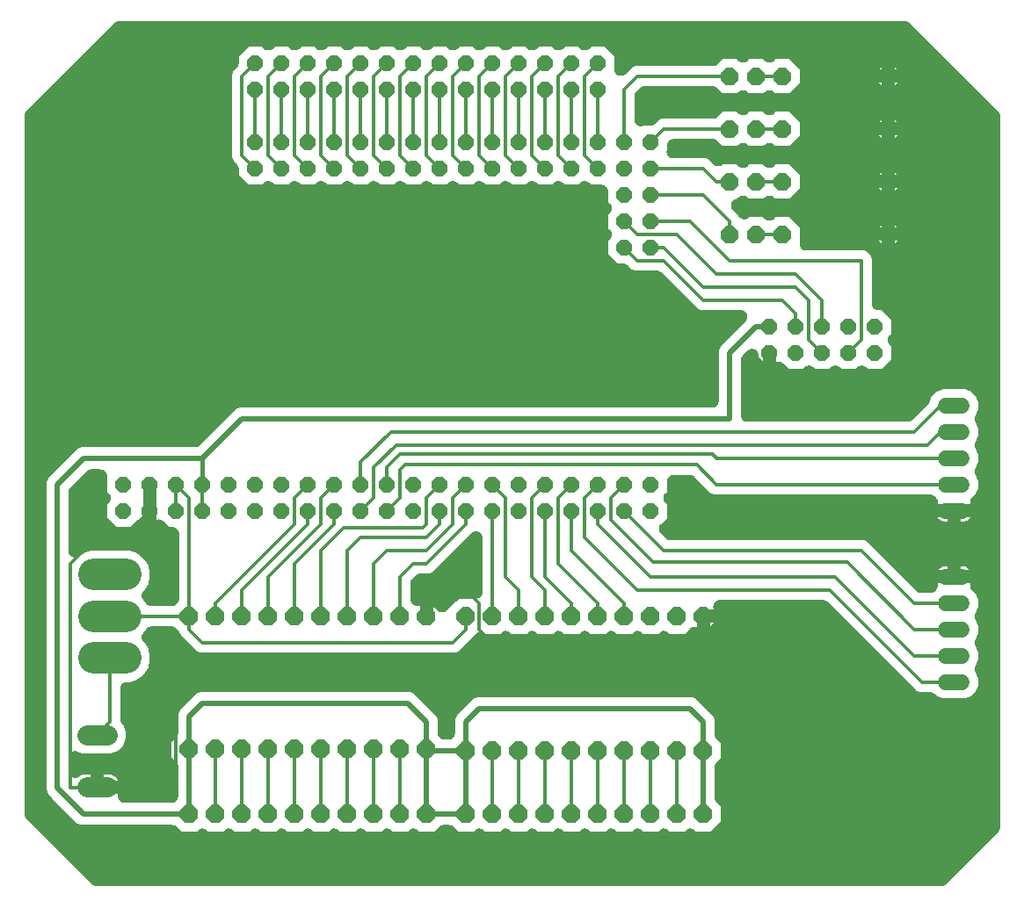
<source format=gbr>
G04 EAGLE Gerber RS-274X export*
G75*
%MOMM*%
%FSLAX34Y34*%
%LPD*%
%INBottom Copper*%
%IPPOS*%
%AMOC8*
5,1,8,0,0,1.08239X$1,22.5*%
G01*
%ADD10C,1.524000*%
%ADD11P,1.814519X8X22.500000*%
%ADD12P,1.924489X8X112.500000*%
%ADD13C,3.009900*%
%ADD14P,1.632244X8X22.500000*%
%ADD15P,1.649562X8X22.500000*%
%ADD16C,1.981200*%
%ADD17C,0.304800*%
%ADD18C,0.508000*%
%ADD19C,0.406400*%

G36*
X850904Y31751D02*
X850904Y31751D01*
X850909Y31751D01*
X851262Y31771D01*
X851611Y31791D01*
X851616Y31791D01*
X851620Y31792D01*
X851971Y31852D01*
X852314Y31910D01*
X852318Y31911D01*
X852322Y31912D01*
X852674Y32014D01*
X852998Y32107D01*
X853002Y32109D01*
X853006Y32110D01*
X853332Y32246D01*
X853656Y32380D01*
X853660Y32382D01*
X853664Y32384D01*
X853971Y32554D01*
X854280Y32725D01*
X854283Y32727D01*
X854287Y32730D01*
X854586Y32942D01*
X854861Y33138D01*
X854864Y33140D01*
X854867Y33143D01*
X855390Y33610D01*
X906190Y84410D01*
X906192Y84414D01*
X906196Y84416D01*
X906430Y84679D01*
X906664Y84942D01*
X906667Y84945D01*
X906670Y84948D01*
X906871Y85233D01*
X907077Y85523D01*
X907079Y85526D01*
X907081Y85530D01*
X907252Y85840D01*
X907421Y86146D01*
X907423Y86150D01*
X907425Y86154D01*
X907559Y86479D01*
X907694Y86805D01*
X907695Y86809D01*
X907696Y86813D01*
X907793Y87151D01*
X907891Y87489D01*
X907891Y87493D01*
X907892Y87498D01*
X907952Y87854D01*
X908010Y88192D01*
X908010Y88196D01*
X908011Y88200D01*
X908049Y88900D01*
X908049Y774700D01*
X908049Y774704D01*
X908049Y774709D01*
X908029Y775062D01*
X908009Y775411D01*
X908009Y775416D01*
X908008Y775420D01*
X907948Y775771D01*
X907890Y776114D01*
X907889Y776118D01*
X907888Y776122D01*
X907788Y776467D01*
X907693Y776798D01*
X907691Y776802D01*
X907690Y776806D01*
X907554Y777132D01*
X907420Y777456D01*
X907418Y777460D01*
X907416Y777464D01*
X907246Y777771D01*
X907075Y778080D01*
X907073Y778083D01*
X907070Y778087D01*
X906858Y778386D01*
X906663Y778661D01*
X906660Y778664D01*
X906657Y778667D01*
X906190Y779190D01*
X821200Y864180D01*
X821196Y864182D01*
X821194Y864186D01*
X820931Y864420D01*
X820668Y864654D01*
X820665Y864657D01*
X820662Y864660D01*
X820377Y864861D01*
X820087Y865067D01*
X820084Y865069D01*
X820080Y865071D01*
X819770Y865242D01*
X819464Y865411D01*
X819460Y865413D01*
X819456Y865415D01*
X819131Y865549D01*
X818805Y865684D01*
X818801Y865685D01*
X818797Y865686D01*
X818459Y865783D01*
X818121Y865881D01*
X818117Y865881D01*
X818112Y865882D01*
X817756Y865942D01*
X817418Y866000D01*
X817414Y866000D01*
X817410Y866001D01*
X816710Y866039D01*
X59590Y866039D01*
X59586Y866039D01*
X59581Y866039D01*
X59228Y866019D01*
X58879Y865999D01*
X58874Y865999D01*
X58870Y865998D01*
X58519Y865938D01*
X58176Y865880D01*
X58172Y865879D01*
X58168Y865878D01*
X57816Y865776D01*
X57492Y865683D01*
X57488Y865681D01*
X57484Y865680D01*
X57158Y865544D01*
X56834Y865410D01*
X56830Y865408D01*
X56826Y865406D01*
X56519Y865236D01*
X56210Y865065D01*
X56207Y865063D01*
X56203Y865060D01*
X55904Y864848D01*
X55629Y864653D01*
X55626Y864650D01*
X55623Y864647D01*
X55100Y864180D01*
X-29890Y779190D01*
X-29892Y779186D01*
X-29896Y779184D01*
X-30130Y778921D01*
X-30364Y778658D01*
X-30367Y778655D01*
X-30370Y778652D01*
X-30574Y778362D01*
X-30777Y778077D01*
X-30779Y778074D01*
X-30781Y778070D01*
X-30952Y777760D01*
X-31121Y777454D01*
X-31123Y777450D01*
X-31125Y777446D01*
X-31259Y777121D01*
X-31394Y776795D01*
X-31395Y776791D01*
X-31396Y776787D01*
X-31497Y776435D01*
X-31591Y776111D01*
X-31591Y776107D01*
X-31592Y776103D01*
X-31652Y775746D01*
X-31710Y775408D01*
X-31710Y775404D01*
X-31711Y775400D01*
X-31749Y774700D01*
X-31749Y101600D01*
X-31749Y101596D01*
X-31749Y101591D01*
X-31729Y101236D01*
X-31709Y100889D01*
X-31709Y100884D01*
X-31708Y100880D01*
X-31648Y100529D01*
X-31590Y100186D01*
X-31589Y100182D01*
X-31588Y100178D01*
X-31486Y99826D01*
X-31393Y99502D01*
X-31391Y99498D01*
X-31390Y99494D01*
X-31254Y99168D01*
X-31120Y98844D01*
X-31118Y98840D01*
X-31116Y98836D01*
X-30946Y98529D01*
X-30775Y98220D01*
X-30773Y98217D01*
X-30770Y98213D01*
X-30555Y97910D01*
X-30363Y97639D01*
X-30360Y97636D01*
X-30357Y97633D01*
X-29890Y97110D01*
X33610Y33610D01*
X33614Y33608D01*
X33616Y33604D01*
X33879Y33370D01*
X34142Y33136D01*
X34145Y33133D01*
X34148Y33130D01*
X34433Y32929D01*
X34723Y32724D01*
X34726Y32721D01*
X34730Y32719D01*
X35040Y32548D01*
X35346Y32379D01*
X35350Y32377D01*
X35354Y32375D01*
X35679Y32241D01*
X36005Y32107D01*
X36009Y32105D01*
X36013Y32104D01*
X36351Y32007D01*
X36689Y31910D01*
X36693Y31909D01*
X36698Y31908D01*
X37054Y31848D01*
X37392Y31790D01*
X37396Y31790D01*
X37400Y31789D01*
X38100Y31751D01*
X850900Y31751D01*
X850904Y31751D01*
G37*
%LPC*%
G36*
X119951Y84581D02*
X119951Y84581D01*
X115460Y89072D01*
X115457Y89074D01*
X115454Y89078D01*
X115191Y89312D01*
X114929Y89546D01*
X114926Y89549D01*
X114922Y89552D01*
X114638Y89753D01*
X114348Y89959D01*
X114344Y89961D01*
X114341Y89963D01*
X114030Y90134D01*
X113724Y90303D01*
X113720Y90305D01*
X113717Y90307D01*
X113392Y90441D01*
X113066Y90576D01*
X113062Y90577D01*
X113058Y90578D01*
X112720Y90675D01*
X112382Y90773D01*
X112377Y90773D01*
X112373Y90774D01*
X112017Y90834D01*
X111679Y90892D01*
X111675Y90892D01*
X111671Y90893D01*
X110971Y90931D01*
X23278Y90931D01*
X19357Y92555D01*
X-5150Y117062D01*
X-9045Y120957D01*
X-10669Y124878D01*
X-10669Y421222D01*
X-9045Y425143D01*
X5776Y439964D01*
X5777Y439964D01*
X5777Y439965D01*
X12126Y446313D01*
X12126Y446314D01*
X19357Y453545D01*
X23278Y455169D01*
X132651Y455169D01*
X132655Y455169D01*
X132660Y455169D01*
X133013Y455189D01*
X133362Y455209D01*
X133366Y455209D01*
X133371Y455210D01*
X133722Y455270D01*
X134065Y455328D01*
X134069Y455329D01*
X134073Y455330D01*
X134425Y455432D01*
X134749Y455525D01*
X134753Y455527D01*
X134757Y455528D01*
X135083Y455664D01*
X135407Y455798D01*
X135411Y455800D01*
X135415Y455802D01*
X135721Y455972D01*
X136031Y456143D01*
X136034Y456145D01*
X136038Y456148D01*
X136337Y456360D01*
X136612Y456555D01*
X136615Y456558D01*
X136618Y456561D01*
X137141Y457028D01*
X171757Y491645D01*
X175678Y493269D01*
X630682Y493269D01*
X630685Y493269D01*
X630688Y493269D01*
X631035Y493289D01*
X631393Y493309D01*
X631396Y493309D01*
X631399Y493309D01*
X631739Y493368D01*
X632096Y493428D01*
X632098Y493429D01*
X632101Y493429D01*
X632446Y493529D01*
X632780Y493625D01*
X632783Y493627D01*
X632786Y493627D01*
X633110Y493762D01*
X633438Y493898D01*
X633441Y493900D01*
X633443Y493901D01*
X633755Y494073D01*
X634062Y494243D01*
X634064Y494245D01*
X634067Y494246D01*
X634364Y494457D01*
X634643Y494655D01*
X634645Y494657D01*
X634647Y494659D01*
X634904Y494889D01*
X635174Y495130D01*
X635176Y495133D01*
X635178Y495134D01*
X635416Y495402D01*
X635648Y495662D01*
X635650Y495664D01*
X635652Y495666D01*
X635849Y495946D01*
X636060Y496243D01*
X636062Y496246D01*
X636063Y496248D01*
X636226Y496544D01*
X636404Y496867D01*
X636405Y496870D01*
X636407Y496872D01*
X636538Y497190D01*
X636676Y497525D01*
X636677Y497528D01*
X636678Y497531D01*
X636773Y497860D01*
X636873Y498210D01*
X636874Y498213D01*
X636874Y498215D01*
X636934Y498569D01*
X636992Y498912D01*
X636992Y498915D01*
X636993Y498918D01*
X637031Y499618D01*
X637031Y548222D01*
X638655Y552143D01*
X642550Y556038D01*
X647112Y560600D01*
X647113Y560600D01*
X662921Y576408D01*
X662922Y576409D01*
X662923Y576410D01*
X663170Y576688D01*
X663395Y576940D01*
X663396Y576941D01*
X663397Y576942D01*
X663600Y577228D01*
X663807Y577521D01*
X663808Y577522D01*
X663809Y577523D01*
X663976Y577825D01*
X664152Y578144D01*
X664153Y578146D01*
X664153Y578147D01*
X664285Y578465D01*
X664424Y578803D01*
X664425Y578804D01*
X664425Y578805D01*
X664523Y579146D01*
X664621Y579487D01*
X664622Y579488D01*
X664622Y579490D01*
X664684Y579856D01*
X664741Y580190D01*
X664741Y580191D01*
X664741Y580192D01*
X664760Y580537D01*
X664780Y580901D01*
X664780Y580902D01*
X664780Y580904D01*
X664761Y581239D01*
X664740Y581612D01*
X664740Y581614D01*
X664740Y581615D01*
X664686Y581927D01*
X664620Y582314D01*
X664620Y582316D01*
X664620Y582317D01*
X664529Y582631D01*
X664423Y582999D01*
X664422Y583000D01*
X664422Y583002D01*
X664283Y583334D01*
X664150Y583657D01*
X664149Y583658D01*
X664148Y583659D01*
X663981Y583960D01*
X663804Y584280D01*
X663804Y584281D01*
X663803Y584283D01*
X663610Y584554D01*
X663392Y584861D01*
X663391Y584862D01*
X663390Y584863D01*
X663169Y585110D01*
X662917Y585392D01*
X662915Y585393D01*
X662915Y585394D01*
X662639Y585639D01*
X662385Y585866D01*
X662384Y585867D01*
X662383Y585868D01*
X662074Y586086D01*
X661803Y586278D01*
X661802Y586278D01*
X661801Y586279D01*
X661483Y586454D01*
X661180Y586621D01*
X661178Y586622D01*
X661177Y586623D01*
X660853Y586756D01*
X660521Y586893D01*
X660520Y586894D01*
X660518Y586894D01*
X660191Y586988D01*
X659836Y587090D01*
X659835Y587090D01*
X659833Y587090D01*
X659494Y587147D01*
X659134Y587208D01*
X659132Y587208D01*
X659131Y587209D01*
X658431Y587247D01*
X620380Y587247D01*
X616832Y588717D01*
X582061Y623488D01*
X582058Y623490D01*
X582055Y623494D01*
X581793Y623728D01*
X581530Y623962D01*
X581527Y623965D01*
X581523Y623968D01*
X581239Y624169D01*
X580949Y624375D01*
X580945Y624377D01*
X580942Y624379D01*
X580631Y624550D01*
X580325Y624719D01*
X580322Y624721D01*
X580318Y624723D01*
X579993Y624857D01*
X579667Y624992D01*
X579663Y624993D01*
X579659Y624994D01*
X579321Y625091D01*
X578983Y625189D01*
X578978Y625189D01*
X578974Y625190D01*
X578618Y625250D01*
X578280Y625308D01*
X578276Y625308D01*
X578272Y625309D01*
X577572Y625347D01*
X556880Y625347D01*
X553332Y626817D01*
X549977Y630172D01*
X549974Y630174D01*
X549971Y630178D01*
X549709Y630412D01*
X549446Y630646D01*
X549443Y630649D01*
X549439Y630652D01*
X549155Y630853D01*
X548865Y631059D01*
X548861Y631061D01*
X548858Y631063D01*
X548547Y631234D01*
X548241Y631403D01*
X548238Y631405D01*
X548234Y631407D01*
X547909Y631541D01*
X547583Y631676D01*
X547579Y631677D01*
X547575Y631678D01*
X547237Y631775D01*
X546899Y631873D01*
X546894Y631873D01*
X546890Y631874D01*
X546534Y631934D01*
X546196Y631992D01*
X546192Y631992D01*
X546188Y631993D01*
X545488Y632031D01*
X539610Y632031D01*
X530431Y641210D01*
X530431Y654190D01*
X532151Y655910D01*
X532153Y655913D01*
X532156Y655914D01*
X532386Y656172D01*
X532626Y656442D01*
X532628Y656444D01*
X532630Y656446D01*
X532825Y656722D01*
X533038Y657023D01*
X533040Y657025D01*
X533041Y657028D01*
X533214Y657341D01*
X533383Y657646D01*
X533384Y657649D01*
X533385Y657651D01*
X533522Y657982D01*
X533655Y658305D01*
X533656Y658307D01*
X533657Y658310D01*
X533754Y658648D01*
X533852Y658989D01*
X533853Y658992D01*
X533854Y658995D01*
X533914Y659352D01*
X533971Y659692D01*
X533972Y659694D01*
X533972Y659697D01*
X533992Y660063D01*
X534011Y660403D01*
X534011Y660406D01*
X534011Y660409D01*
X533991Y660760D01*
X533971Y661114D01*
X533970Y661117D01*
X533970Y661120D01*
X533911Y661466D01*
X533851Y661816D01*
X533850Y661819D01*
X533850Y661822D01*
X533751Y662163D01*
X533653Y662501D01*
X533652Y662504D01*
X533652Y662506D01*
X533514Y662837D01*
X533380Y663159D01*
X533379Y663161D01*
X533378Y663164D01*
X533203Y663479D01*
X533035Y663782D01*
X533034Y663784D01*
X533032Y663787D01*
X532815Y664092D01*
X532623Y664363D01*
X532621Y664365D01*
X532619Y664367D01*
X532151Y664890D01*
X530431Y666610D01*
X530431Y679590D01*
X532151Y681310D01*
X532153Y681313D01*
X532156Y681314D01*
X532386Y681572D01*
X532626Y681842D01*
X532628Y681844D01*
X532630Y681846D01*
X532827Y682124D01*
X533038Y682423D01*
X533040Y682425D01*
X533041Y682428D01*
X533218Y682749D01*
X533383Y683046D01*
X533384Y683049D01*
X533385Y683051D01*
X533517Y683370D01*
X533655Y683705D01*
X533656Y683707D01*
X533657Y683710D01*
X533754Y684048D01*
X533852Y684389D01*
X533853Y684392D01*
X533854Y684395D01*
X533913Y684749D01*
X533971Y685092D01*
X533972Y685094D01*
X533972Y685097D01*
X533992Y685463D01*
X534011Y685803D01*
X534011Y685806D01*
X534011Y685809D01*
X533991Y686160D01*
X533971Y686514D01*
X533970Y686517D01*
X533970Y686520D01*
X533911Y686866D01*
X533851Y687216D01*
X533850Y687219D01*
X533850Y687222D01*
X533751Y687563D01*
X533653Y687901D01*
X533652Y687904D01*
X533652Y687906D01*
X533514Y688237D01*
X533380Y688559D01*
X533379Y688561D01*
X533378Y688564D01*
X533203Y688879D01*
X533035Y689182D01*
X533034Y689184D01*
X533032Y689187D01*
X532815Y689492D01*
X532623Y689763D01*
X532621Y689765D01*
X532619Y689767D01*
X532151Y690290D01*
X530431Y692010D01*
X530431Y701882D01*
X530431Y701885D01*
X530431Y701888D01*
X530411Y702235D01*
X530391Y702593D01*
X530391Y702596D01*
X530391Y702599D01*
X530332Y702939D01*
X530272Y703296D01*
X530271Y703298D01*
X530271Y703301D01*
X530171Y703646D01*
X530075Y703980D01*
X530073Y703983D01*
X530073Y703986D01*
X529938Y704310D01*
X529802Y704638D01*
X529800Y704641D01*
X529799Y704643D01*
X529627Y704955D01*
X529457Y705262D01*
X529455Y705264D01*
X529454Y705267D01*
X529243Y705564D01*
X529045Y705843D01*
X529043Y705845D01*
X529041Y705847D01*
X528801Y706115D01*
X528570Y706374D01*
X528567Y706376D01*
X528566Y706378D01*
X528298Y706616D01*
X528038Y706848D01*
X528036Y706850D01*
X528034Y706852D01*
X527753Y707050D01*
X527457Y707260D01*
X527454Y707262D01*
X527452Y707263D01*
X527156Y707426D01*
X526833Y707604D01*
X526830Y707605D01*
X526828Y707607D01*
X526515Y707736D01*
X526175Y707876D01*
X526172Y707877D01*
X526169Y707878D01*
X525840Y707973D01*
X525490Y708073D01*
X525487Y708074D01*
X525485Y708074D01*
X525131Y708134D01*
X524788Y708192D01*
X524785Y708192D01*
X524782Y708193D01*
X524082Y708231D01*
X514210Y708231D01*
X512490Y709951D01*
X512487Y709954D01*
X512486Y709956D01*
X512228Y710185D01*
X511958Y710426D01*
X511956Y710428D01*
X511954Y710430D01*
X511661Y710637D01*
X511377Y710838D01*
X511375Y710840D01*
X511372Y710841D01*
X511052Y711018D01*
X510754Y711183D01*
X510751Y711184D01*
X510749Y711185D01*
X510403Y711328D01*
X510096Y711455D01*
X510093Y711456D01*
X510090Y711457D01*
X509737Y711559D01*
X509411Y711652D01*
X509408Y711653D01*
X509405Y711654D01*
X509040Y711715D01*
X508708Y711771D01*
X508706Y711772D01*
X508703Y711772D01*
X508337Y711792D01*
X507997Y711811D01*
X507994Y711811D01*
X507991Y711811D01*
X507640Y711791D01*
X507286Y711771D01*
X507283Y711770D01*
X507280Y711770D01*
X506937Y711711D01*
X506584Y711651D01*
X506581Y711650D01*
X506578Y711650D01*
X506237Y711551D01*
X505899Y711454D01*
X505897Y711452D01*
X505894Y711452D01*
X505563Y711314D01*
X505241Y711180D01*
X505239Y711179D01*
X505236Y711178D01*
X504921Y711003D01*
X504618Y710835D01*
X504616Y710834D01*
X504613Y710832D01*
X504320Y710624D01*
X504037Y710423D01*
X504035Y710421D01*
X504033Y710419D01*
X503510Y709951D01*
X501790Y708231D01*
X488810Y708231D01*
X487090Y709951D01*
X487087Y709954D01*
X487086Y709956D01*
X486828Y710185D01*
X486558Y710426D01*
X486556Y710428D01*
X486554Y710430D01*
X486261Y710637D01*
X485977Y710838D01*
X485975Y710840D01*
X485972Y710841D01*
X485652Y711018D01*
X485354Y711183D01*
X485351Y711184D01*
X485349Y711185D01*
X485003Y711328D01*
X484696Y711455D01*
X484693Y711456D01*
X484690Y711457D01*
X484337Y711559D01*
X484011Y711652D01*
X484008Y711653D01*
X484005Y711654D01*
X483640Y711715D01*
X483308Y711771D01*
X483306Y711772D01*
X483303Y711772D01*
X482937Y711792D01*
X482597Y711811D01*
X482594Y711811D01*
X482591Y711811D01*
X482240Y711791D01*
X481886Y711771D01*
X481883Y711770D01*
X481880Y711770D01*
X481537Y711711D01*
X481184Y711651D01*
X481181Y711650D01*
X481178Y711650D01*
X480837Y711551D01*
X480499Y711454D01*
X480497Y711452D01*
X480494Y711452D01*
X480163Y711314D01*
X479841Y711180D01*
X479839Y711179D01*
X479836Y711178D01*
X479521Y711003D01*
X479218Y710835D01*
X479216Y710834D01*
X479213Y710832D01*
X478920Y710624D01*
X478637Y710423D01*
X478635Y710421D01*
X478633Y710419D01*
X478110Y709951D01*
X476390Y708231D01*
X463410Y708231D01*
X461690Y709951D01*
X461687Y709953D01*
X461686Y709956D01*
X461428Y710186D01*
X461158Y710426D01*
X461156Y710428D01*
X461154Y710430D01*
X460873Y710629D01*
X460577Y710838D01*
X460575Y710840D01*
X460572Y710841D01*
X460251Y711018D01*
X459954Y711183D01*
X459951Y711184D01*
X459949Y711185D01*
X459618Y711322D01*
X459295Y711455D01*
X459293Y711456D01*
X459290Y711457D01*
X458952Y711554D01*
X458611Y711652D01*
X458608Y711653D01*
X458605Y711654D01*
X458243Y711715D01*
X457908Y711771D01*
X457906Y711772D01*
X457903Y711772D01*
X457537Y711792D01*
X457197Y711811D01*
X457194Y711811D01*
X457191Y711811D01*
X456840Y711791D01*
X456486Y711771D01*
X456483Y711770D01*
X456480Y711770D01*
X456134Y711711D01*
X455784Y711651D01*
X455781Y711650D01*
X455778Y711650D01*
X455437Y711551D01*
X455099Y711453D01*
X455096Y711452D01*
X455094Y711452D01*
X454763Y711314D01*
X454441Y711180D01*
X454439Y711179D01*
X454436Y711178D01*
X454121Y711003D01*
X453818Y710835D01*
X453816Y710834D01*
X453813Y710832D01*
X453508Y710615D01*
X453237Y710423D01*
X453235Y710421D01*
X453233Y710419D01*
X452710Y709951D01*
X450990Y708231D01*
X438010Y708231D01*
X436290Y709951D01*
X436287Y709954D01*
X436286Y709956D01*
X436028Y710185D01*
X435758Y710426D01*
X435756Y710428D01*
X435754Y710430D01*
X435461Y710637D01*
X435177Y710838D01*
X435175Y710840D01*
X435172Y710841D01*
X434852Y711018D01*
X434554Y711183D01*
X434551Y711184D01*
X434549Y711185D01*
X434203Y711328D01*
X433896Y711455D01*
X433893Y711456D01*
X433890Y711457D01*
X433537Y711559D01*
X433211Y711652D01*
X433208Y711653D01*
X433205Y711654D01*
X432840Y711715D01*
X432508Y711771D01*
X432506Y711772D01*
X432503Y711772D01*
X432137Y711792D01*
X431797Y711811D01*
X431794Y711811D01*
X431791Y711811D01*
X431440Y711791D01*
X431086Y711771D01*
X431083Y711770D01*
X431080Y711770D01*
X430737Y711711D01*
X430384Y711651D01*
X430381Y711650D01*
X430378Y711650D01*
X430037Y711551D01*
X429699Y711454D01*
X429697Y711452D01*
X429694Y711452D01*
X429363Y711314D01*
X429041Y711180D01*
X429039Y711179D01*
X429036Y711178D01*
X428721Y711003D01*
X428418Y710835D01*
X428416Y710834D01*
X428413Y710832D01*
X428120Y710624D01*
X427837Y710423D01*
X427835Y710421D01*
X427833Y710419D01*
X427310Y709951D01*
X425590Y708231D01*
X412610Y708231D01*
X410890Y709951D01*
X410887Y709954D01*
X410886Y709956D01*
X410628Y710185D01*
X410358Y710426D01*
X410356Y710428D01*
X410354Y710430D01*
X410061Y710637D01*
X409777Y710838D01*
X409775Y710840D01*
X409772Y710841D01*
X409452Y711018D01*
X409154Y711183D01*
X409151Y711184D01*
X409149Y711185D01*
X408803Y711328D01*
X408496Y711455D01*
X408493Y711456D01*
X408490Y711457D01*
X408137Y711559D01*
X407811Y711652D01*
X407808Y711653D01*
X407805Y711654D01*
X407440Y711715D01*
X407108Y711771D01*
X407106Y711772D01*
X407103Y711772D01*
X406737Y711792D01*
X406397Y711811D01*
X406394Y711811D01*
X406391Y711811D01*
X406040Y711791D01*
X405686Y711771D01*
X405683Y711770D01*
X405680Y711770D01*
X405337Y711711D01*
X404984Y711651D01*
X404981Y711650D01*
X404978Y711650D01*
X404637Y711551D01*
X404299Y711454D01*
X404297Y711452D01*
X404294Y711452D01*
X403963Y711314D01*
X403641Y711180D01*
X403639Y711179D01*
X403636Y711178D01*
X403321Y711003D01*
X403018Y710835D01*
X403016Y710834D01*
X403013Y710832D01*
X402720Y710624D01*
X402437Y710423D01*
X402435Y710421D01*
X402433Y710419D01*
X401910Y709951D01*
X400190Y708231D01*
X387210Y708231D01*
X385490Y709951D01*
X385487Y709954D01*
X385486Y709956D01*
X385228Y710185D01*
X384958Y710426D01*
X384956Y710428D01*
X384954Y710430D01*
X384661Y710637D01*
X384377Y710838D01*
X384375Y710840D01*
X384372Y710841D01*
X384052Y711018D01*
X383754Y711183D01*
X383751Y711184D01*
X383749Y711185D01*
X383403Y711328D01*
X383096Y711455D01*
X383093Y711456D01*
X383090Y711457D01*
X382737Y711559D01*
X382411Y711652D01*
X382408Y711653D01*
X382405Y711654D01*
X382040Y711715D01*
X381708Y711771D01*
X381706Y711772D01*
X381703Y711772D01*
X381337Y711792D01*
X380997Y711811D01*
X380994Y711811D01*
X380991Y711811D01*
X380640Y711791D01*
X380286Y711771D01*
X380283Y711770D01*
X380280Y711770D01*
X379937Y711711D01*
X379584Y711651D01*
X379581Y711650D01*
X379578Y711650D01*
X379237Y711551D01*
X378899Y711454D01*
X378897Y711452D01*
X378894Y711452D01*
X378563Y711314D01*
X378241Y711180D01*
X378239Y711179D01*
X378236Y711178D01*
X377921Y711003D01*
X377618Y710835D01*
X377616Y710834D01*
X377613Y710832D01*
X377320Y710624D01*
X377037Y710423D01*
X377035Y710421D01*
X377033Y710419D01*
X376510Y709951D01*
X374790Y708231D01*
X361810Y708231D01*
X360090Y709951D01*
X360087Y709954D01*
X360086Y709956D01*
X359828Y710185D01*
X359558Y710426D01*
X359556Y710428D01*
X359554Y710430D01*
X359261Y710637D01*
X358977Y710838D01*
X358975Y710840D01*
X358972Y710841D01*
X358652Y711018D01*
X358354Y711183D01*
X358351Y711184D01*
X358349Y711185D01*
X358003Y711328D01*
X357696Y711455D01*
X357693Y711456D01*
X357690Y711457D01*
X357337Y711559D01*
X357011Y711652D01*
X357008Y711653D01*
X357005Y711654D01*
X356640Y711715D01*
X356308Y711771D01*
X356306Y711772D01*
X356303Y711772D01*
X355937Y711792D01*
X355597Y711811D01*
X355594Y711811D01*
X355591Y711811D01*
X355240Y711791D01*
X354886Y711771D01*
X354883Y711770D01*
X354880Y711770D01*
X354537Y711711D01*
X354184Y711651D01*
X354181Y711650D01*
X354178Y711650D01*
X353837Y711551D01*
X353499Y711454D01*
X353497Y711452D01*
X353494Y711452D01*
X353163Y711314D01*
X352841Y711180D01*
X352839Y711179D01*
X352836Y711178D01*
X352521Y711003D01*
X352218Y710835D01*
X352216Y710834D01*
X352213Y710832D01*
X351920Y710624D01*
X351637Y710423D01*
X351635Y710421D01*
X351633Y710419D01*
X351110Y709951D01*
X349390Y708231D01*
X336410Y708231D01*
X334690Y709951D01*
X334687Y709954D01*
X334686Y709956D01*
X334428Y710185D01*
X334158Y710426D01*
X334156Y710428D01*
X334154Y710430D01*
X333861Y710637D01*
X333577Y710838D01*
X333575Y710840D01*
X333572Y710841D01*
X333252Y711018D01*
X332954Y711183D01*
X332951Y711184D01*
X332949Y711185D01*
X332603Y711328D01*
X332296Y711455D01*
X332293Y711456D01*
X332290Y711457D01*
X331937Y711559D01*
X331611Y711652D01*
X331608Y711653D01*
X331605Y711654D01*
X331240Y711715D01*
X330908Y711771D01*
X330906Y711772D01*
X330903Y711772D01*
X330537Y711792D01*
X330197Y711811D01*
X330194Y711811D01*
X330191Y711811D01*
X329840Y711791D01*
X329486Y711771D01*
X329483Y711770D01*
X329480Y711770D01*
X329137Y711711D01*
X328784Y711651D01*
X328781Y711650D01*
X328778Y711650D01*
X328437Y711551D01*
X328099Y711454D01*
X328097Y711452D01*
X328094Y711452D01*
X327763Y711314D01*
X327441Y711180D01*
X327439Y711179D01*
X327436Y711178D01*
X327121Y711003D01*
X326818Y710835D01*
X326816Y710834D01*
X326813Y710832D01*
X326520Y710624D01*
X326237Y710423D01*
X326235Y710421D01*
X326233Y710419D01*
X325710Y709951D01*
X323990Y708231D01*
X311010Y708231D01*
X309290Y709951D01*
X309287Y709954D01*
X309286Y709956D01*
X309028Y710185D01*
X308758Y710426D01*
X308756Y710428D01*
X308754Y710430D01*
X308461Y710637D01*
X308177Y710838D01*
X308175Y710840D01*
X308172Y710841D01*
X307852Y711018D01*
X307554Y711183D01*
X307551Y711184D01*
X307549Y711185D01*
X307203Y711328D01*
X306896Y711455D01*
X306893Y711456D01*
X306890Y711457D01*
X306537Y711559D01*
X306211Y711652D01*
X306208Y711653D01*
X306205Y711654D01*
X305840Y711715D01*
X305508Y711771D01*
X305506Y711772D01*
X305503Y711772D01*
X305137Y711792D01*
X304797Y711811D01*
X304794Y711811D01*
X304791Y711811D01*
X304440Y711791D01*
X304086Y711771D01*
X304083Y711770D01*
X304080Y711770D01*
X303737Y711711D01*
X303384Y711651D01*
X303381Y711650D01*
X303378Y711650D01*
X303037Y711551D01*
X302699Y711454D01*
X302697Y711452D01*
X302694Y711452D01*
X302363Y711314D01*
X302041Y711180D01*
X302039Y711179D01*
X302036Y711178D01*
X301721Y711003D01*
X301418Y710835D01*
X301416Y710834D01*
X301413Y710832D01*
X301120Y710624D01*
X300837Y710423D01*
X300835Y710421D01*
X300833Y710419D01*
X300310Y709951D01*
X298590Y708231D01*
X285610Y708231D01*
X283890Y709951D01*
X283887Y709954D01*
X283886Y709956D01*
X283628Y710185D01*
X283358Y710426D01*
X283356Y710428D01*
X283354Y710430D01*
X283061Y710637D01*
X282777Y710838D01*
X282775Y710840D01*
X282772Y710841D01*
X282452Y711018D01*
X282154Y711183D01*
X282151Y711184D01*
X282149Y711185D01*
X281803Y711328D01*
X281496Y711455D01*
X281493Y711456D01*
X281490Y711457D01*
X281137Y711559D01*
X280811Y711652D01*
X280808Y711653D01*
X280805Y711654D01*
X280440Y711715D01*
X280108Y711771D01*
X280106Y711772D01*
X280103Y711772D01*
X279737Y711792D01*
X279397Y711811D01*
X279394Y711811D01*
X279391Y711811D01*
X279040Y711791D01*
X278686Y711771D01*
X278683Y711770D01*
X278680Y711770D01*
X278337Y711711D01*
X277984Y711651D01*
X277981Y711650D01*
X277978Y711650D01*
X277637Y711551D01*
X277299Y711454D01*
X277297Y711452D01*
X277294Y711452D01*
X276963Y711314D01*
X276641Y711180D01*
X276639Y711179D01*
X276636Y711178D01*
X276321Y711003D01*
X276018Y710835D01*
X276016Y710834D01*
X276013Y710832D01*
X275720Y710624D01*
X275437Y710423D01*
X275435Y710421D01*
X275433Y710419D01*
X274910Y709951D01*
X273190Y708231D01*
X260210Y708231D01*
X258490Y709951D01*
X258487Y709954D01*
X258486Y709956D01*
X258228Y710185D01*
X257958Y710426D01*
X257956Y710428D01*
X257954Y710430D01*
X257661Y710637D01*
X257377Y710838D01*
X257375Y710840D01*
X257372Y710841D01*
X257052Y711018D01*
X256754Y711183D01*
X256751Y711184D01*
X256749Y711185D01*
X256403Y711328D01*
X256096Y711455D01*
X256093Y711456D01*
X256090Y711457D01*
X255737Y711559D01*
X255411Y711652D01*
X255408Y711653D01*
X255405Y711654D01*
X255040Y711715D01*
X254708Y711771D01*
X254706Y711772D01*
X254703Y711772D01*
X254337Y711792D01*
X253997Y711811D01*
X253994Y711811D01*
X253991Y711811D01*
X253640Y711791D01*
X253286Y711771D01*
X253283Y711770D01*
X253280Y711770D01*
X252937Y711711D01*
X252584Y711651D01*
X252581Y711650D01*
X252578Y711650D01*
X252237Y711551D01*
X251899Y711454D01*
X251897Y711452D01*
X251894Y711452D01*
X251563Y711314D01*
X251241Y711180D01*
X251239Y711179D01*
X251236Y711178D01*
X250921Y711003D01*
X250618Y710835D01*
X250616Y710834D01*
X250613Y710832D01*
X250320Y710624D01*
X250037Y710423D01*
X250035Y710421D01*
X250033Y710419D01*
X249510Y709951D01*
X247790Y708231D01*
X234810Y708231D01*
X233090Y709951D01*
X233087Y709954D01*
X233086Y709956D01*
X232828Y710185D01*
X232558Y710426D01*
X232556Y710428D01*
X232554Y710430D01*
X232261Y710637D01*
X231977Y710838D01*
X231975Y710840D01*
X231972Y710841D01*
X231652Y711018D01*
X231354Y711183D01*
X231351Y711184D01*
X231349Y711185D01*
X231003Y711328D01*
X230696Y711455D01*
X230693Y711456D01*
X230690Y711457D01*
X230337Y711559D01*
X230011Y711652D01*
X230008Y711653D01*
X230005Y711654D01*
X229640Y711715D01*
X229308Y711771D01*
X229306Y711772D01*
X229303Y711772D01*
X228937Y711792D01*
X228597Y711811D01*
X228594Y711811D01*
X228591Y711811D01*
X228240Y711791D01*
X227886Y711771D01*
X227883Y711770D01*
X227880Y711770D01*
X227537Y711711D01*
X227184Y711651D01*
X227181Y711650D01*
X227178Y711650D01*
X226837Y711551D01*
X226499Y711454D01*
X226497Y711452D01*
X226494Y711452D01*
X226163Y711314D01*
X225841Y711180D01*
X225839Y711179D01*
X225836Y711178D01*
X225521Y711003D01*
X225218Y710835D01*
X225216Y710834D01*
X225213Y710832D01*
X224920Y710624D01*
X224637Y710423D01*
X224635Y710421D01*
X224633Y710419D01*
X224110Y709951D01*
X222390Y708231D01*
X209410Y708231D01*
X207690Y709951D01*
X207687Y709954D01*
X207686Y709956D01*
X207428Y710185D01*
X207158Y710426D01*
X207156Y710428D01*
X207154Y710430D01*
X206861Y710637D01*
X206577Y710838D01*
X206575Y710840D01*
X206572Y710841D01*
X206252Y711018D01*
X205954Y711183D01*
X205951Y711184D01*
X205949Y711185D01*
X205603Y711328D01*
X205296Y711455D01*
X205293Y711456D01*
X205290Y711457D01*
X204937Y711559D01*
X204611Y711652D01*
X204608Y711653D01*
X204605Y711654D01*
X204240Y711715D01*
X203908Y711771D01*
X203906Y711772D01*
X203903Y711772D01*
X203537Y711792D01*
X203197Y711811D01*
X203194Y711811D01*
X203191Y711811D01*
X202840Y711791D01*
X202486Y711771D01*
X202483Y711770D01*
X202480Y711770D01*
X202137Y711711D01*
X201784Y711651D01*
X201781Y711650D01*
X201778Y711650D01*
X201437Y711551D01*
X201099Y711454D01*
X201097Y711452D01*
X201094Y711452D01*
X200763Y711314D01*
X200441Y711180D01*
X200439Y711179D01*
X200436Y711178D01*
X200121Y711003D01*
X199818Y710835D01*
X199816Y710834D01*
X199813Y710832D01*
X199520Y710624D01*
X199237Y710423D01*
X199235Y710421D01*
X199233Y710419D01*
X198710Y709951D01*
X196990Y708231D01*
X184010Y708231D01*
X174831Y717410D01*
X174831Y723288D01*
X174831Y723292D01*
X174831Y723296D01*
X174811Y723650D01*
X174791Y723999D01*
X174791Y724003D01*
X174790Y724008D01*
X174732Y724349D01*
X174672Y724701D01*
X174671Y724705D01*
X174670Y724710D01*
X174569Y725057D01*
X174475Y725386D01*
X174473Y725390D01*
X174472Y725394D01*
X174337Y725718D01*
X174202Y726044D01*
X174200Y726048D01*
X174198Y726052D01*
X174025Y726364D01*
X173857Y726668D01*
X173855Y726671D01*
X173852Y726675D01*
X173650Y726959D01*
X173445Y727248D01*
X173442Y727251D01*
X173439Y727255D01*
X172972Y727777D01*
X169617Y731132D01*
X168147Y734680D01*
X168147Y814720D01*
X169617Y818268D01*
X172892Y821543D01*
X172895Y821546D01*
X172898Y821549D01*
X173127Y821806D01*
X173366Y822074D01*
X173369Y822077D01*
X173372Y822081D01*
X173571Y822362D01*
X173779Y822655D01*
X173781Y822659D01*
X173783Y822662D01*
X173949Y822963D01*
X174123Y823278D01*
X174125Y823282D01*
X174127Y823286D01*
X174261Y823612D01*
X174395Y823937D01*
X174397Y823941D01*
X174398Y823945D01*
X174497Y824288D01*
X174593Y824621D01*
X174593Y824626D01*
X174594Y824630D01*
X174654Y824984D01*
X174712Y825324D01*
X174712Y825328D01*
X174713Y825332D01*
X174751Y826032D01*
X174751Y832023D01*
X183977Y841249D01*
X197023Y841249D01*
X198710Y839562D01*
X198712Y839560D01*
X198714Y839558D01*
X198982Y839319D01*
X199242Y839087D01*
X199244Y839085D01*
X199246Y839083D01*
X199539Y838876D01*
X199823Y838675D01*
X199825Y838673D01*
X199828Y838672D01*
X200148Y838495D01*
X200446Y838330D01*
X200449Y838329D01*
X200451Y838328D01*
X200797Y838185D01*
X201104Y838058D01*
X201107Y838057D01*
X201110Y838056D01*
X201463Y837955D01*
X201789Y837861D01*
X201792Y837860D01*
X201795Y837859D01*
X202160Y837798D01*
X202492Y837742D01*
X202494Y837741D01*
X202497Y837741D01*
X202863Y837721D01*
X203203Y837702D01*
X203206Y837702D01*
X203209Y837702D01*
X203560Y837722D01*
X203914Y837742D01*
X203917Y837743D01*
X203920Y837743D01*
X204263Y837802D01*
X204616Y837862D01*
X204619Y837863D01*
X204622Y837863D01*
X204963Y837962D01*
X205301Y838060D01*
X205303Y838061D01*
X205306Y838062D01*
X205637Y838199D01*
X205959Y838333D01*
X205961Y838334D01*
X205964Y838335D01*
X206279Y838510D01*
X206582Y838678D01*
X206584Y838679D01*
X206587Y838681D01*
X206880Y838889D01*
X207163Y839090D01*
X207165Y839092D01*
X207167Y839094D01*
X207690Y839562D01*
X209377Y841249D01*
X222423Y841249D01*
X224110Y839562D01*
X224112Y839560D01*
X224114Y839558D01*
X224382Y839319D01*
X224642Y839087D01*
X224644Y839085D01*
X224646Y839083D01*
X224939Y838876D01*
X225223Y838675D01*
X225225Y838673D01*
X225228Y838672D01*
X225548Y838495D01*
X225846Y838330D01*
X225849Y838329D01*
X225851Y838328D01*
X226197Y838185D01*
X226504Y838058D01*
X226507Y838057D01*
X226510Y838056D01*
X226863Y837955D01*
X227189Y837861D01*
X227192Y837860D01*
X227195Y837859D01*
X227560Y837798D01*
X227892Y837742D01*
X227894Y837741D01*
X227897Y837741D01*
X228263Y837721D01*
X228603Y837702D01*
X228606Y837702D01*
X228609Y837702D01*
X228960Y837722D01*
X229314Y837742D01*
X229317Y837743D01*
X229320Y837743D01*
X229663Y837802D01*
X230016Y837862D01*
X230019Y837863D01*
X230022Y837863D01*
X230363Y837962D01*
X230701Y838060D01*
X230703Y838061D01*
X230706Y838062D01*
X231037Y838199D01*
X231359Y838333D01*
X231361Y838334D01*
X231364Y838335D01*
X231679Y838510D01*
X231982Y838678D01*
X231984Y838679D01*
X231987Y838681D01*
X232280Y838889D01*
X232563Y839090D01*
X232565Y839092D01*
X232567Y839094D01*
X233090Y839562D01*
X234777Y841249D01*
X247823Y841249D01*
X249510Y839562D01*
X249512Y839560D01*
X249514Y839558D01*
X249782Y839319D01*
X250042Y839087D01*
X250044Y839085D01*
X250046Y839083D01*
X250339Y838876D01*
X250623Y838675D01*
X250625Y838673D01*
X250628Y838672D01*
X250948Y838495D01*
X251246Y838330D01*
X251249Y838329D01*
X251251Y838328D01*
X251597Y838185D01*
X251904Y838058D01*
X251907Y838057D01*
X251910Y838056D01*
X252263Y837955D01*
X252589Y837861D01*
X252592Y837860D01*
X252595Y837859D01*
X252960Y837798D01*
X253292Y837742D01*
X253294Y837741D01*
X253297Y837741D01*
X253663Y837721D01*
X254003Y837702D01*
X254006Y837702D01*
X254009Y837702D01*
X254360Y837722D01*
X254714Y837742D01*
X254717Y837743D01*
X254720Y837743D01*
X255063Y837802D01*
X255416Y837862D01*
X255419Y837863D01*
X255422Y837863D01*
X255763Y837962D01*
X256101Y838060D01*
X256103Y838061D01*
X256106Y838062D01*
X256437Y838199D01*
X256759Y838333D01*
X256761Y838334D01*
X256764Y838335D01*
X257079Y838510D01*
X257382Y838678D01*
X257384Y838679D01*
X257387Y838681D01*
X257680Y838889D01*
X257963Y839090D01*
X257965Y839092D01*
X257967Y839094D01*
X258490Y839562D01*
X260177Y841249D01*
X273223Y841249D01*
X274910Y839562D01*
X274912Y839560D01*
X274914Y839558D01*
X275182Y839319D01*
X275442Y839087D01*
X275444Y839085D01*
X275446Y839083D01*
X275739Y838876D01*
X276023Y838675D01*
X276025Y838673D01*
X276028Y838672D01*
X276348Y838495D01*
X276646Y838330D01*
X276649Y838329D01*
X276651Y838328D01*
X276997Y838185D01*
X277304Y838058D01*
X277307Y838057D01*
X277310Y838056D01*
X277663Y837955D01*
X277989Y837861D01*
X277992Y837860D01*
X277995Y837859D01*
X278360Y837798D01*
X278692Y837742D01*
X278694Y837741D01*
X278697Y837741D01*
X279063Y837721D01*
X279403Y837702D01*
X279406Y837702D01*
X279409Y837702D01*
X279760Y837722D01*
X280114Y837742D01*
X280117Y837743D01*
X280120Y837743D01*
X280463Y837802D01*
X280816Y837862D01*
X280819Y837863D01*
X280822Y837863D01*
X281163Y837962D01*
X281501Y838060D01*
X281503Y838061D01*
X281506Y838062D01*
X281837Y838199D01*
X282159Y838333D01*
X282161Y838334D01*
X282164Y838335D01*
X282479Y838510D01*
X282782Y838678D01*
X282784Y838679D01*
X282787Y838681D01*
X283080Y838889D01*
X283363Y839090D01*
X283365Y839092D01*
X283367Y839094D01*
X283890Y839562D01*
X285577Y841249D01*
X298623Y841249D01*
X300310Y839562D01*
X300312Y839560D01*
X300314Y839558D01*
X300582Y839319D01*
X300842Y839087D01*
X300844Y839085D01*
X300846Y839083D01*
X301139Y838876D01*
X301423Y838675D01*
X301425Y838673D01*
X301428Y838672D01*
X301748Y838495D01*
X302046Y838330D01*
X302049Y838329D01*
X302051Y838328D01*
X302397Y838185D01*
X302704Y838058D01*
X302707Y838057D01*
X302710Y838056D01*
X303063Y837955D01*
X303389Y837861D01*
X303392Y837860D01*
X303395Y837859D01*
X303760Y837798D01*
X304092Y837742D01*
X304094Y837741D01*
X304097Y837741D01*
X304463Y837721D01*
X304803Y837702D01*
X304806Y837702D01*
X304809Y837702D01*
X305160Y837722D01*
X305514Y837742D01*
X305517Y837743D01*
X305520Y837743D01*
X305863Y837802D01*
X306216Y837862D01*
X306219Y837863D01*
X306222Y837863D01*
X306563Y837962D01*
X306901Y838060D01*
X306903Y838061D01*
X306906Y838062D01*
X307237Y838199D01*
X307559Y838333D01*
X307561Y838334D01*
X307564Y838335D01*
X307879Y838510D01*
X308182Y838678D01*
X308184Y838679D01*
X308187Y838681D01*
X308480Y838889D01*
X308763Y839090D01*
X308765Y839092D01*
X308767Y839094D01*
X309290Y839562D01*
X310977Y841249D01*
X324023Y841249D01*
X325710Y839562D01*
X325712Y839560D01*
X325714Y839558D01*
X325982Y839319D01*
X326242Y839087D01*
X326244Y839085D01*
X326246Y839083D01*
X326539Y838876D01*
X326823Y838675D01*
X326825Y838673D01*
X326828Y838672D01*
X327148Y838495D01*
X327446Y838330D01*
X327449Y838329D01*
X327451Y838328D01*
X327797Y838185D01*
X328104Y838058D01*
X328107Y838057D01*
X328110Y838056D01*
X328463Y837955D01*
X328789Y837861D01*
X328792Y837860D01*
X328795Y837859D01*
X329160Y837798D01*
X329492Y837742D01*
X329494Y837741D01*
X329497Y837741D01*
X329863Y837721D01*
X330203Y837702D01*
X330206Y837702D01*
X330209Y837702D01*
X330560Y837722D01*
X330914Y837742D01*
X330917Y837743D01*
X330920Y837743D01*
X331263Y837802D01*
X331616Y837862D01*
X331619Y837863D01*
X331622Y837863D01*
X331963Y837962D01*
X332301Y838060D01*
X332303Y838061D01*
X332306Y838062D01*
X332637Y838199D01*
X332959Y838333D01*
X332961Y838334D01*
X332964Y838335D01*
X333279Y838510D01*
X333582Y838678D01*
X333584Y838679D01*
X333587Y838681D01*
X333880Y838889D01*
X334163Y839090D01*
X334165Y839092D01*
X334167Y839094D01*
X334690Y839562D01*
X336377Y841249D01*
X349423Y841249D01*
X351110Y839562D01*
X351112Y839560D01*
X351114Y839558D01*
X351382Y839319D01*
X351642Y839087D01*
X351644Y839085D01*
X351646Y839083D01*
X351939Y838876D01*
X352223Y838675D01*
X352225Y838673D01*
X352228Y838672D01*
X352548Y838495D01*
X352846Y838330D01*
X352849Y838329D01*
X352851Y838328D01*
X353197Y838185D01*
X353504Y838058D01*
X353507Y838057D01*
X353510Y838056D01*
X353863Y837955D01*
X354189Y837861D01*
X354192Y837860D01*
X354195Y837859D01*
X354560Y837798D01*
X354892Y837742D01*
X354894Y837741D01*
X354897Y837741D01*
X355263Y837721D01*
X355603Y837702D01*
X355606Y837702D01*
X355609Y837702D01*
X355960Y837722D01*
X356314Y837742D01*
X356317Y837743D01*
X356320Y837743D01*
X356663Y837802D01*
X357016Y837862D01*
X357019Y837863D01*
X357022Y837863D01*
X357363Y837962D01*
X357701Y838060D01*
X357703Y838061D01*
X357706Y838062D01*
X358037Y838199D01*
X358359Y838333D01*
X358361Y838334D01*
X358364Y838335D01*
X358679Y838510D01*
X358982Y838678D01*
X358984Y838679D01*
X358987Y838681D01*
X359280Y838889D01*
X359563Y839090D01*
X359565Y839092D01*
X359567Y839094D01*
X360090Y839562D01*
X361777Y841249D01*
X374823Y841249D01*
X376510Y839562D01*
X376513Y839560D01*
X376514Y839558D01*
X376772Y839328D01*
X377042Y839087D01*
X377044Y839085D01*
X377046Y839083D01*
X377327Y838884D01*
X377623Y838675D01*
X377625Y838673D01*
X377628Y838672D01*
X377949Y838495D01*
X378246Y838330D01*
X378249Y838329D01*
X378251Y838328D01*
X378582Y838191D01*
X378905Y838058D01*
X378907Y838057D01*
X378910Y838056D01*
X379248Y837959D01*
X379589Y837861D01*
X379592Y837860D01*
X379595Y837859D01*
X379957Y837798D01*
X380292Y837742D01*
X380294Y837741D01*
X380297Y837741D01*
X380663Y837721D01*
X381003Y837702D01*
X381006Y837702D01*
X381009Y837702D01*
X381360Y837722D01*
X381714Y837742D01*
X381717Y837743D01*
X381720Y837743D01*
X382066Y837802D01*
X382416Y837862D01*
X382419Y837863D01*
X382422Y837863D01*
X382763Y837962D01*
X383101Y838060D01*
X383104Y838061D01*
X383106Y838062D01*
X383437Y838199D01*
X383759Y838333D01*
X383761Y838334D01*
X383764Y838335D01*
X384079Y838510D01*
X384382Y838678D01*
X384384Y838679D01*
X384387Y838681D01*
X384692Y838898D01*
X384963Y839091D01*
X384965Y839092D01*
X384967Y839094D01*
X385490Y839562D01*
X387177Y841249D01*
X400223Y841249D01*
X401910Y839562D01*
X401912Y839560D01*
X401914Y839558D01*
X402182Y839319D01*
X402442Y839087D01*
X402444Y839085D01*
X402446Y839083D01*
X402739Y838876D01*
X403023Y838675D01*
X403025Y838673D01*
X403028Y838672D01*
X403348Y838495D01*
X403646Y838330D01*
X403649Y838329D01*
X403651Y838328D01*
X403997Y838185D01*
X404304Y838058D01*
X404307Y838057D01*
X404310Y838056D01*
X404663Y837955D01*
X404989Y837861D01*
X404992Y837860D01*
X404995Y837859D01*
X405360Y837798D01*
X405692Y837742D01*
X405694Y837741D01*
X405697Y837741D01*
X406063Y837721D01*
X406403Y837702D01*
X406406Y837702D01*
X406409Y837702D01*
X406760Y837722D01*
X407114Y837742D01*
X407117Y837743D01*
X407120Y837743D01*
X407463Y837802D01*
X407816Y837862D01*
X407819Y837863D01*
X407822Y837863D01*
X408163Y837962D01*
X408501Y838060D01*
X408503Y838061D01*
X408506Y838062D01*
X408837Y838199D01*
X409159Y838333D01*
X409161Y838334D01*
X409164Y838335D01*
X409479Y838510D01*
X409782Y838678D01*
X409784Y838679D01*
X409787Y838681D01*
X410080Y838889D01*
X410363Y839090D01*
X410365Y839092D01*
X410367Y839094D01*
X410890Y839562D01*
X412577Y841249D01*
X425623Y841249D01*
X427310Y839562D01*
X427312Y839560D01*
X427314Y839558D01*
X427582Y839319D01*
X427842Y839087D01*
X427844Y839085D01*
X427846Y839083D01*
X428139Y838876D01*
X428423Y838675D01*
X428425Y838673D01*
X428428Y838672D01*
X428748Y838495D01*
X429046Y838330D01*
X429049Y838329D01*
X429051Y838328D01*
X429397Y838185D01*
X429704Y838058D01*
X429707Y838057D01*
X429710Y838056D01*
X430063Y837955D01*
X430389Y837861D01*
X430392Y837860D01*
X430395Y837859D01*
X430760Y837798D01*
X431092Y837742D01*
X431094Y837741D01*
X431097Y837741D01*
X431463Y837721D01*
X431803Y837702D01*
X431806Y837702D01*
X431809Y837702D01*
X432160Y837722D01*
X432514Y837742D01*
X432517Y837743D01*
X432520Y837743D01*
X432863Y837802D01*
X433216Y837862D01*
X433219Y837863D01*
X433222Y837863D01*
X433563Y837962D01*
X433901Y838060D01*
X433903Y838061D01*
X433906Y838062D01*
X434237Y838199D01*
X434559Y838333D01*
X434561Y838334D01*
X434564Y838335D01*
X434879Y838510D01*
X435182Y838678D01*
X435184Y838679D01*
X435187Y838681D01*
X435480Y838889D01*
X435763Y839090D01*
X435765Y839092D01*
X435767Y839094D01*
X436290Y839562D01*
X437977Y841249D01*
X451023Y841249D01*
X452710Y839562D01*
X452712Y839560D01*
X452714Y839558D01*
X452982Y839319D01*
X453242Y839087D01*
X453244Y839085D01*
X453246Y839083D01*
X453539Y838876D01*
X453823Y838675D01*
X453825Y838673D01*
X453828Y838672D01*
X454148Y838495D01*
X454446Y838330D01*
X454449Y838329D01*
X454451Y838328D01*
X454797Y838185D01*
X455104Y838058D01*
X455107Y838057D01*
X455110Y838056D01*
X455463Y837955D01*
X455789Y837861D01*
X455792Y837860D01*
X455795Y837859D01*
X456160Y837798D01*
X456492Y837742D01*
X456494Y837741D01*
X456497Y837741D01*
X456863Y837721D01*
X457203Y837702D01*
X457206Y837702D01*
X457209Y837702D01*
X457560Y837722D01*
X457914Y837742D01*
X457917Y837743D01*
X457920Y837743D01*
X458263Y837802D01*
X458616Y837862D01*
X458619Y837863D01*
X458622Y837863D01*
X458963Y837962D01*
X459301Y838060D01*
X459303Y838061D01*
X459306Y838062D01*
X459637Y838199D01*
X459959Y838333D01*
X459961Y838334D01*
X459964Y838335D01*
X460279Y838510D01*
X460582Y838678D01*
X460584Y838679D01*
X460587Y838681D01*
X460880Y838889D01*
X461163Y839090D01*
X461165Y839092D01*
X461167Y839094D01*
X461690Y839562D01*
X463377Y841249D01*
X476423Y841249D01*
X478110Y839562D01*
X478112Y839560D01*
X478114Y839558D01*
X478382Y839319D01*
X478642Y839087D01*
X478644Y839085D01*
X478646Y839083D01*
X478939Y838876D01*
X479223Y838675D01*
X479225Y838673D01*
X479228Y838672D01*
X479548Y838495D01*
X479846Y838330D01*
X479849Y838329D01*
X479851Y838328D01*
X480197Y838185D01*
X480504Y838058D01*
X480507Y838057D01*
X480510Y838056D01*
X480863Y837955D01*
X481189Y837861D01*
X481192Y837860D01*
X481195Y837859D01*
X481560Y837798D01*
X481892Y837742D01*
X481894Y837741D01*
X481897Y837741D01*
X482263Y837721D01*
X482603Y837702D01*
X482606Y837702D01*
X482609Y837702D01*
X482960Y837722D01*
X483314Y837742D01*
X483317Y837743D01*
X483320Y837743D01*
X483663Y837802D01*
X484016Y837862D01*
X484019Y837863D01*
X484022Y837863D01*
X484363Y837962D01*
X484701Y838060D01*
X484703Y838061D01*
X484706Y838062D01*
X485037Y838199D01*
X485359Y838333D01*
X485361Y838334D01*
X485364Y838335D01*
X485679Y838510D01*
X485982Y838678D01*
X485984Y838679D01*
X485987Y838681D01*
X486280Y838889D01*
X486563Y839090D01*
X486565Y839092D01*
X486567Y839094D01*
X487090Y839562D01*
X488777Y841249D01*
X501823Y841249D01*
X503510Y839562D01*
X503512Y839560D01*
X503514Y839558D01*
X503782Y839319D01*
X504042Y839087D01*
X504044Y839085D01*
X504046Y839083D01*
X504339Y838876D01*
X504623Y838675D01*
X504625Y838673D01*
X504628Y838672D01*
X504948Y838495D01*
X505246Y838330D01*
X505249Y838329D01*
X505251Y838328D01*
X505597Y838185D01*
X505904Y838058D01*
X505907Y838057D01*
X505910Y838056D01*
X506263Y837955D01*
X506589Y837861D01*
X506592Y837860D01*
X506595Y837859D01*
X506960Y837798D01*
X507292Y837742D01*
X507294Y837741D01*
X507297Y837741D01*
X507663Y837721D01*
X508003Y837702D01*
X508006Y837702D01*
X508009Y837702D01*
X508360Y837722D01*
X508714Y837742D01*
X508717Y837743D01*
X508720Y837743D01*
X509063Y837802D01*
X509416Y837862D01*
X509419Y837863D01*
X509422Y837863D01*
X509763Y837962D01*
X510101Y838060D01*
X510103Y838061D01*
X510106Y838062D01*
X510437Y838199D01*
X510759Y838333D01*
X510761Y838334D01*
X510764Y838335D01*
X511079Y838510D01*
X511382Y838678D01*
X511384Y838679D01*
X511387Y838681D01*
X511680Y838889D01*
X511963Y839090D01*
X511965Y839092D01*
X511967Y839094D01*
X512490Y839562D01*
X514177Y841249D01*
X527223Y841249D01*
X536449Y832023D01*
X536449Y819428D01*
X536449Y819427D01*
X536449Y819425D01*
X536472Y819018D01*
X536489Y818717D01*
X536489Y818716D01*
X536489Y818714D01*
X536553Y818341D01*
X536608Y818015D01*
X536609Y818013D01*
X536609Y818012D01*
X536717Y817639D01*
X536805Y817330D01*
X536806Y817329D01*
X536806Y817327D01*
X536937Y817012D01*
X537078Y816672D01*
X537079Y816670D01*
X537079Y816669D01*
X537263Y816338D01*
X537423Y816048D01*
X537424Y816047D01*
X537425Y816046D01*
X537663Y815710D01*
X537835Y815468D01*
X537836Y815467D01*
X537837Y815465D01*
X538097Y815175D01*
X538310Y814937D01*
X538311Y814936D01*
X538312Y814935D01*
X538572Y814703D01*
X538842Y814462D01*
X538843Y814461D01*
X538844Y814460D01*
X539112Y814271D01*
X539423Y814050D01*
X539424Y814049D01*
X539426Y814049D01*
X539712Y813891D01*
X540047Y813706D01*
X540048Y813705D01*
X540049Y813705D01*
X540347Y813582D01*
X540705Y813434D01*
X540707Y813433D01*
X540708Y813433D01*
X541005Y813347D01*
X541390Y813237D01*
X541392Y813237D01*
X541393Y813236D01*
X541740Y813178D01*
X542092Y813118D01*
X542094Y813118D01*
X542095Y813118D01*
X542474Y813097D01*
X542804Y813079D01*
X542805Y813079D01*
X542807Y813079D01*
X543184Y813101D01*
X543515Y813120D01*
X543516Y813120D01*
X543518Y813120D01*
X543912Y813187D01*
X544217Y813240D01*
X544218Y813240D01*
X544220Y813240D01*
X544576Y813343D01*
X544902Y813438D01*
X544903Y813438D01*
X544904Y813438D01*
X545235Y813576D01*
X545559Y813711D01*
X545561Y813712D01*
X545562Y813712D01*
X545868Y813882D01*
X546183Y814056D01*
X546184Y814057D01*
X546185Y814058D01*
X546479Y814267D01*
X546763Y814469D01*
X546764Y814470D01*
X546765Y814471D01*
X547288Y814939D01*
X549724Y817375D01*
X553332Y820983D01*
X556880Y822453D01*
X631373Y822453D01*
X631377Y822453D01*
X631382Y822453D01*
X631735Y822473D01*
X632084Y822493D01*
X632089Y822493D01*
X632093Y822494D01*
X632444Y822554D01*
X632787Y822612D01*
X632791Y822613D01*
X632795Y822614D01*
X633147Y822716D01*
X633471Y822809D01*
X633475Y822811D01*
X633479Y822812D01*
X633805Y822948D01*
X634129Y823082D01*
X634133Y823084D01*
X634137Y823086D01*
X634444Y823256D01*
X634753Y823427D01*
X634756Y823429D01*
X634760Y823432D01*
X635059Y823644D01*
X635334Y823839D01*
X635337Y823842D01*
X635340Y823845D01*
X635863Y824312D01*
X640861Y829311D01*
X654539Y829311D01*
X655910Y827939D01*
X655912Y827937D01*
X655914Y827935D01*
X656182Y827697D01*
X656442Y827465D01*
X656444Y827463D01*
X656446Y827461D01*
X656739Y827254D01*
X657023Y827052D01*
X657025Y827051D01*
X657028Y827049D01*
X657348Y826873D01*
X657646Y826708D01*
X657649Y826707D01*
X657651Y826705D01*
X657997Y826563D01*
X658304Y826435D01*
X658307Y826435D01*
X658310Y826434D01*
X658663Y826332D01*
X658989Y826238D01*
X658992Y826238D01*
X658995Y826237D01*
X659356Y826176D01*
X659691Y826119D01*
X659694Y826119D01*
X659697Y826119D01*
X660062Y826099D01*
X660403Y826080D01*
X660406Y826080D01*
X660409Y826080D01*
X660761Y826100D01*
X661114Y826120D01*
X661117Y826120D01*
X661120Y826121D01*
X661466Y826180D01*
X661816Y826240D01*
X661819Y826240D01*
X661822Y826241D01*
X662163Y826340D01*
X662501Y826437D01*
X662503Y826438D01*
X662506Y826439D01*
X662837Y826577D01*
X663159Y826710D01*
X663161Y826712D01*
X663164Y826713D01*
X663479Y826888D01*
X663782Y827055D01*
X663784Y827057D01*
X663787Y827058D01*
X664080Y827267D01*
X664363Y827468D01*
X664365Y827470D01*
X664367Y827472D01*
X664890Y827939D01*
X666261Y829311D01*
X679939Y829311D01*
X681310Y827939D01*
X681313Y827937D01*
X681314Y827935D01*
X681572Y827705D01*
X681842Y827465D01*
X681844Y827463D01*
X681846Y827461D01*
X682129Y827261D01*
X682423Y827052D01*
X682425Y827051D01*
X682428Y827049D01*
X682749Y826872D01*
X683046Y826708D01*
X683049Y826707D01*
X683051Y826705D01*
X683382Y826569D01*
X683705Y826435D01*
X683707Y826435D01*
X683710Y826434D01*
X684048Y826337D01*
X684389Y826238D01*
X684392Y826238D01*
X684395Y826237D01*
X684757Y826176D01*
X685092Y826119D01*
X685094Y826119D01*
X685097Y826119D01*
X685463Y826099D01*
X685803Y826080D01*
X685806Y826080D01*
X685809Y826080D01*
X686160Y826100D01*
X686514Y826120D01*
X686517Y826120D01*
X686520Y826121D01*
X686866Y826180D01*
X687216Y826240D01*
X687219Y826240D01*
X687222Y826241D01*
X687563Y826340D01*
X687901Y826437D01*
X687904Y826438D01*
X687906Y826439D01*
X688237Y826577D01*
X688559Y826710D01*
X688561Y826712D01*
X688564Y826713D01*
X688866Y826881D01*
X689182Y827055D01*
X689185Y827057D01*
X689187Y827059D01*
X689468Y827259D01*
X689763Y827468D01*
X689765Y827470D01*
X689767Y827472D01*
X690290Y827939D01*
X691661Y829311D01*
X705339Y829311D01*
X715011Y819639D01*
X715011Y805961D01*
X705339Y796289D01*
X691661Y796289D01*
X690290Y797661D01*
X690288Y797663D01*
X690286Y797665D01*
X690018Y797903D01*
X689758Y798135D01*
X689756Y798137D01*
X689754Y798139D01*
X689461Y798346D01*
X689177Y798548D01*
X689175Y798549D01*
X689172Y798551D01*
X688852Y798727D01*
X688554Y798892D01*
X688551Y798893D01*
X688549Y798895D01*
X688207Y799036D01*
X687896Y799165D01*
X687893Y799165D01*
X687890Y799166D01*
X687537Y799268D01*
X687211Y799362D01*
X687208Y799362D01*
X687205Y799363D01*
X686844Y799424D01*
X686509Y799481D01*
X686506Y799481D01*
X686503Y799481D01*
X686138Y799501D01*
X685797Y799520D01*
X685794Y799520D01*
X685791Y799520D01*
X685439Y799500D01*
X685086Y799480D01*
X685083Y799480D01*
X685080Y799479D01*
X684734Y799420D01*
X684384Y799360D01*
X684381Y799360D01*
X684378Y799359D01*
X684037Y799260D01*
X683699Y799163D01*
X683697Y799162D01*
X683694Y799161D01*
X683363Y799023D01*
X683041Y798890D01*
X683039Y798888D01*
X683036Y798887D01*
X682721Y798712D01*
X682418Y798545D01*
X682416Y798543D01*
X682413Y798542D01*
X682120Y798333D01*
X681837Y798132D01*
X681835Y798130D01*
X681833Y798128D01*
X681310Y797661D01*
X679939Y796289D01*
X666261Y796289D01*
X664890Y797661D01*
X664887Y797663D01*
X664886Y797665D01*
X664628Y797895D01*
X664358Y798135D01*
X664356Y798137D01*
X664354Y798139D01*
X664073Y798338D01*
X663777Y798548D01*
X663775Y798549D01*
X663772Y798551D01*
X663451Y798728D01*
X663154Y798892D01*
X663151Y798893D01*
X663149Y798895D01*
X662818Y799031D01*
X662495Y799165D01*
X662493Y799165D01*
X662490Y799166D01*
X662152Y799263D01*
X661811Y799362D01*
X661808Y799362D01*
X661805Y799363D01*
X661443Y799424D01*
X661108Y799481D01*
X661106Y799481D01*
X661103Y799481D01*
X660737Y799501D01*
X660397Y799520D01*
X660394Y799520D01*
X660391Y799520D01*
X660040Y799500D01*
X659686Y799480D01*
X659683Y799480D01*
X659680Y799479D01*
X659334Y799420D01*
X658984Y799360D01*
X658981Y799360D01*
X658978Y799359D01*
X658637Y799260D01*
X658299Y799163D01*
X658296Y799162D01*
X658294Y799161D01*
X657963Y799023D01*
X657641Y798890D01*
X657639Y798888D01*
X657636Y798887D01*
X657334Y798719D01*
X657018Y798545D01*
X657015Y798543D01*
X657013Y798541D01*
X656732Y798341D01*
X656437Y798132D01*
X656435Y798130D01*
X656433Y798128D01*
X655910Y797661D01*
X654539Y796289D01*
X640861Y796289D01*
X635863Y801288D01*
X635860Y801290D01*
X635857Y801294D01*
X635594Y801528D01*
X635331Y801762D01*
X635328Y801765D01*
X635325Y801768D01*
X635040Y801969D01*
X634750Y802175D01*
X634747Y802177D01*
X634743Y802179D01*
X634433Y802350D01*
X634127Y802519D01*
X634123Y802521D01*
X634119Y802523D01*
X633794Y802657D01*
X633469Y802792D01*
X633464Y802793D01*
X633460Y802794D01*
X633122Y802891D01*
X632784Y802989D01*
X632780Y802989D01*
X632776Y802990D01*
X632419Y803050D01*
X632082Y803108D01*
X632077Y803108D01*
X632073Y803109D01*
X631373Y803147D01*
X565428Y803147D01*
X565424Y803147D01*
X565420Y803147D01*
X565066Y803127D01*
X564717Y803107D01*
X564713Y803107D01*
X564708Y803106D01*
X564358Y803046D01*
X564015Y802988D01*
X564011Y802987D01*
X564006Y802986D01*
X563654Y802884D01*
X563330Y802791D01*
X563326Y802789D01*
X563322Y802788D01*
X562996Y802652D01*
X562672Y802518D01*
X562668Y802516D01*
X562664Y802514D01*
X562357Y802344D01*
X562049Y802173D01*
X562045Y802171D01*
X562041Y802168D01*
X561743Y801956D01*
X561468Y801761D01*
X561465Y801758D01*
X561461Y801755D01*
X560939Y801288D01*
X557612Y797961D01*
X557610Y797958D01*
X557606Y797955D01*
X557372Y797693D01*
X557138Y797430D01*
X557135Y797427D01*
X557132Y797423D01*
X556931Y797139D01*
X556725Y796849D01*
X556723Y796845D01*
X556721Y796842D01*
X556550Y796531D01*
X556381Y796225D01*
X556379Y796222D01*
X556377Y796218D01*
X556243Y795893D01*
X556108Y795567D01*
X556107Y795563D01*
X556106Y795559D01*
X556009Y795221D01*
X555911Y794883D01*
X555911Y794878D01*
X555910Y794874D01*
X555850Y794518D01*
X555792Y794180D01*
X555792Y794176D01*
X555791Y794172D01*
X555753Y793472D01*
X555753Y771040D01*
X555753Y771038D01*
X555753Y771037D01*
X555772Y770694D01*
X555793Y770329D01*
X555793Y770327D01*
X555793Y770326D01*
X555851Y769984D01*
X555912Y769626D01*
X555913Y769625D01*
X555913Y769623D01*
X556012Y769279D01*
X556109Y768942D01*
X556110Y768940D01*
X556111Y768939D01*
X556244Y768617D01*
X556382Y768284D01*
X556383Y768282D01*
X556384Y768281D01*
X556571Y767943D01*
X556727Y767660D01*
X556728Y767659D01*
X556729Y767658D01*
X556950Y767346D01*
X557139Y767079D01*
X557140Y767078D01*
X557141Y767077D01*
X557406Y766781D01*
X557614Y766548D01*
X557615Y766548D01*
X557617Y766546D01*
X557904Y766290D01*
X558146Y766074D01*
X558147Y766073D01*
X558148Y766072D01*
X558433Y765871D01*
X558727Y765662D01*
X558729Y765661D01*
X558730Y765660D01*
X559018Y765501D01*
X559351Y765318D01*
X559352Y765317D01*
X559354Y765316D01*
X559695Y765176D01*
X560009Y765046D01*
X560011Y765045D01*
X560012Y765045D01*
X560366Y764943D01*
X560694Y764849D01*
X560695Y764849D01*
X560697Y764848D01*
X561069Y764785D01*
X561396Y764730D01*
X561398Y764730D01*
X561400Y764730D01*
X561773Y764709D01*
X562108Y764691D01*
X562109Y764691D01*
X562111Y764691D01*
X562491Y764713D01*
X562819Y764731D01*
X562820Y764732D01*
X562822Y764732D01*
X563193Y764795D01*
X563521Y764851D01*
X563523Y764852D01*
X563524Y764852D01*
X563874Y764954D01*
X563927Y764969D01*
X570888Y764969D01*
X570892Y764969D01*
X570896Y764969D01*
X571250Y764989D01*
X571599Y765009D01*
X571603Y765009D01*
X571608Y765010D01*
X571958Y765070D01*
X572301Y765128D01*
X572305Y765129D01*
X572310Y765130D01*
X572662Y765232D01*
X572986Y765325D01*
X572990Y765327D01*
X572994Y765328D01*
X573320Y765464D01*
X573644Y765598D01*
X573648Y765600D01*
X573652Y765602D01*
X573959Y765772D01*
X574267Y765943D01*
X574271Y765945D01*
X574275Y765948D01*
X574573Y766160D01*
X574848Y766355D01*
X574851Y766358D01*
X574855Y766361D01*
X575377Y766828D01*
X578732Y770183D01*
X582280Y771653D01*
X631373Y771653D01*
X631377Y771653D01*
X631382Y771653D01*
X631735Y771673D01*
X632084Y771693D01*
X632089Y771693D01*
X632093Y771694D01*
X632444Y771754D01*
X632787Y771812D01*
X632791Y771813D01*
X632795Y771814D01*
X633147Y771916D01*
X633471Y772009D01*
X633475Y772011D01*
X633479Y772012D01*
X633805Y772148D01*
X634129Y772282D01*
X634133Y772284D01*
X634137Y772286D01*
X634444Y772456D01*
X634753Y772627D01*
X634756Y772629D01*
X634760Y772632D01*
X635059Y772844D01*
X635334Y773039D01*
X635337Y773042D01*
X635340Y773045D01*
X635863Y773512D01*
X640861Y778511D01*
X654539Y778511D01*
X655910Y777139D01*
X655912Y777137D01*
X655914Y777135D01*
X656182Y776897D01*
X656442Y776665D01*
X656444Y776663D01*
X656446Y776661D01*
X656739Y776454D01*
X657023Y776252D01*
X657025Y776251D01*
X657028Y776249D01*
X657348Y776073D01*
X657646Y775908D01*
X657649Y775907D01*
X657651Y775905D01*
X657997Y775763D01*
X658304Y775635D01*
X658307Y775635D01*
X658310Y775634D01*
X658663Y775532D01*
X658989Y775438D01*
X658992Y775438D01*
X658995Y775437D01*
X659356Y775376D01*
X659691Y775319D01*
X659694Y775319D01*
X659697Y775319D01*
X660062Y775299D01*
X660403Y775280D01*
X660406Y775280D01*
X660409Y775280D01*
X660761Y775300D01*
X661114Y775320D01*
X661117Y775320D01*
X661120Y775321D01*
X661466Y775380D01*
X661816Y775440D01*
X661819Y775440D01*
X661822Y775441D01*
X662163Y775540D01*
X662501Y775637D01*
X662503Y775638D01*
X662506Y775639D01*
X662837Y775777D01*
X663159Y775910D01*
X663161Y775912D01*
X663164Y775913D01*
X663479Y776088D01*
X663782Y776255D01*
X663784Y776257D01*
X663787Y776258D01*
X664079Y776467D01*
X664363Y776668D01*
X664365Y776670D01*
X664367Y776672D01*
X664890Y777139D01*
X666261Y778511D01*
X679939Y778511D01*
X681310Y777139D01*
X681313Y777137D01*
X681314Y777135D01*
X681572Y776905D01*
X681842Y776665D01*
X681844Y776663D01*
X681846Y776661D01*
X682127Y776462D01*
X682423Y776252D01*
X682425Y776251D01*
X682428Y776249D01*
X682749Y776072D01*
X683046Y775908D01*
X683049Y775907D01*
X683051Y775905D01*
X683382Y775769D01*
X683705Y775635D01*
X683707Y775635D01*
X683710Y775634D01*
X684048Y775537D01*
X684389Y775438D01*
X684392Y775438D01*
X684395Y775437D01*
X684757Y775376D01*
X685092Y775319D01*
X685094Y775319D01*
X685097Y775319D01*
X685463Y775299D01*
X685803Y775280D01*
X685806Y775280D01*
X685809Y775280D01*
X686160Y775300D01*
X686514Y775320D01*
X686517Y775320D01*
X686520Y775321D01*
X686866Y775380D01*
X687216Y775440D01*
X687219Y775440D01*
X687222Y775441D01*
X687563Y775540D01*
X687901Y775637D01*
X687904Y775638D01*
X687906Y775639D01*
X688237Y775777D01*
X688559Y775910D01*
X688561Y775912D01*
X688564Y775913D01*
X688866Y776081D01*
X689182Y776255D01*
X689185Y776257D01*
X689187Y776259D01*
X689468Y776459D01*
X689763Y776668D01*
X689765Y776670D01*
X689767Y776672D01*
X690290Y777139D01*
X691661Y778511D01*
X705339Y778511D01*
X715011Y768839D01*
X715011Y755161D01*
X705339Y745489D01*
X691661Y745489D01*
X690290Y746861D01*
X690288Y746863D01*
X690286Y746865D01*
X690018Y747103D01*
X689758Y747335D01*
X689756Y747337D01*
X689754Y747339D01*
X689461Y747546D01*
X689177Y747748D01*
X689175Y747749D01*
X689172Y747751D01*
X688852Y747927D01*
X688554Y748092D01*
X688551Y748093D01*
X688549Y748095D01*
X688203Y748237D01*
X687896Y748365D01*
X687893Y748365D01*
X687890Y748366D01*
X687537Y748468D01*
X687211Y748562D01*
X687208Y748562D01*
X687205Y748563D01*
X686844Y748624D01*
X686509Y748681D01*
X686506Y748681D01*
X686503Y748681D01*
X686138Y748701D01*
X685797Y748720D01*
X685794Y748720D01*
X685791Y748720D01*
X685439Y748700D01*
X685086Y748680D01*
X685083Y748680D01*
X685080Y748679D01*
X684734Y748620D01*
X684384Y748560D01*
X684381Y748560D01*
X684378Y748559D01*
X684037Y748460D01*
X683699Y748363D01*
X683697Y748362D01*
X683694Y748361D01*
X683363Y748223D01*
X683041Y748090D01*
X683039Y748088D01*
X683036Y748087D01*
X682721Y747912D01*
X682418Y747745D01*
X682416Y747743D01*
X682413Y747742D01*
X682120Y747533D01*
X681837Y747332D01*
X681835Y747330D01*
X681833Y747328D01*
X681310Y746861D01*
X679939Y745489D01*
X666261Y745489D01*
X664890Y746861D01*
X664887Y746863D01*
X664886Y746865D01*
X664628Y747095D01*
X664358Y747335D01*
X664356Y747337D01*
X664354Y747339D01*
X664073Y747538D01*
X663777Y747748D01*
X663775Y747749D01*
X663772Y747751D01*
X663451Y747928D01*
X663154Y748092D01*
X663151Y748093D01*
X663149Y748095D01*
X662818Y748231D01*
X662495Y748365D01*
X662493Y748365D01*
X662490Y748366D01*
X662152Y748463D01*
X661811Y748562D01*
X661808Y748562D01*
X661805Y748563D01*
X661443Y748624D01*
X661108Y748681D01*
X661106Y748681D01*
X661103Y748681D01*
X660737Y748701D01*
X660397Y748720D01*
X660394Y748720D01*
X660391Y748720D01*
X660040Y748700D01*
X659686Y748680D01*
X659683Y748680D01*
X659680Y748679D01*
X659334Y748620D01*
X658984Y748560D01*
X658981Y748560D01*
X658978Y748559D01*
X658637Y748460D01*
X658299Y748363D01*
X658296Y748362D01*
X658294Y748361D01*
X657963Y748223D01*
X657641Y748090D01*
X657639Y748088D01*
X657636Y748087D01*
X657334Y747919D01*
X657018Y747745D01*
X657015Y747743D01*
X657013Y747741D01*
X656732Y747541D01*
X656437Y747332D01*
X656435Y747330D01*
X656433Y747328D01*
X655910Y746861D01*
X654539Y745489D01*
X640861Y745489D01*
X635863Y750488D01*
X635860Y750490D01*
X635857Y750494D01*
X635594Y750728D01*
X635331Y750962D01*
X635328Y750965D01*
X635325Y750968D01*
X635040Y751169D01*
X634750Y751375D01*
X634747Y751377D01*
X634743Y751379D01*
X634433Y751550D01*
X634127Y751719D01*
X634123Y751721D01*
X634119Y751723D01*
X633794Y751857D01*
X633469Y751992D01*
X633464Y751993D01*
X633460Y751994D01*
X633122Y752091D01*
X632784Y752189D01*
X632780Y752189D01*
X632776Y752190D01*
X632419Y752250D01*
X632082Y752308D01*
X632077Y752308D01*
X632073Y752309D01*
X631373Y752347D01*
X593518Y752347D01*
X593515Y752347D01*
X593512Y752347D01*
X593165Y752327D01*
X592807Y752307D01*
X592804Y752307D01*
X592801Y752307D01*
X592461Y752248D01*
X592104Y752188D01*
X592102Y752187D01*
X592099Y752187D01*
X591754Y752087D01*
X591420Y751991D01*
X591417Y751989D01*
X591414Y751989D01*
X591090Y751854D01*
X590762Y751718D01*
X590759Y751716D01*
X590757Y751715D01*
X590445Y751543D01*
X590138Y751373D01*
X590136Y751371D01*
X590133Y751370D01*
X589836Y751159D01*
X589557Y750961D01*
X589555Y750959D01*
X589553Y750957D01*
X589285Y750717D01*
X589026Y750486D01*
X589024Y750483D01*
X589022Y750482D01*
X588784Y750214D01*
X588552Y749954D01*
X588550Y749952D01*
X588548Y749950D01*
X588350Y749669D01*
X588140Y749373D01*
X588138Y749370D01*
X588137Y749368D01*
X587974Y749072D01*
X587796Y748749D01*
X587795Y748746D01*
X587793Y748744D01*
X587662Y748426D01*
X587524Y748091D01*
X587523Y748088D01*
X587522Y748085D01*
X587423Y747741D01*
X587327Y747406D01*
X587326Y747403D01*
X587326Y747401D01*
X587266Y747047D01*
X587208Y746704D01*
X587208Y746701D01*
X587207Y746698D01*
X587169Y745998D01*
X587169Y741727D01*
X587145Y741644D01*
X587050Y741313D01*
X587049Y741312D01*
X587049Y741310D01*
X586990Y740959D01*
X586931Y740611D01*
X586930Y740609D01*
X586930Y740608D01*
X586910Y740250D01*
X586891Y739899D01*
X586891Y739898D01*
X586891Y739896D01*
X586910Y739552D01*
X586931Y739188D01*
X586931Y739187D01*
X586931Y739185D01*
X586992Y738831D01*
X587051Y738486D01*
X587051Y738484D01*
X587051Y738483D01*
X587164Y738092D01*
X587248Y737801D01*
X587249Y737800D01*
X587249Y737798D01*
X587397Y737442D01*
X587521Y737143D01*
X587522Y737142D01*
X587523Y737141D01*
X587699Y736823D01*
X587866Y736520D01*
X587867Y736519D01*
X587868Y736517D01*
X588056Y736253D01*
X588279Y735939D01*
X588280Y735938D01*
X588281Y735937D01*
X588526Y735664D01*
X588754Y735409D01*
X588755Y735408D01*
X588757Y735406D01*
X589033Y735160D01*
X589286Y734934D01*
X589287Y734933D01*
X589288Y734932D01*
X589592Y734718D01*
X589867Y734523D01*
X589869Y734522D01*
X589870Y734521D01*
X590164Y734359D01*
X590491Y734179D01*
X590493Y734178D01*
X590494Y734177D01*
X590811Y734047D01*
X591150Y733907D01*
X591151Y733906D01*
X591153Y733906D01*
X591481Y733812D01*
X591834Y733710D01*
X591836Y733710D01*
X591838Y733710D01*
X592187Y733651D01*
X592537Y733592D01*
X592538Y733592D01*
X592540Y733591D01*
X593240Y733553D01*
X624220Y733553D01*
X627768Y732083D01*
X632011Y727840D01*
X632013Y727838D01*
X632015Y727836D01*
X632282Y727598D01*
X632542Y727365D01*
X632544Y727364D01*
X632547Y727362D01*
X632836Y727157D01*
X633123Y726953D01*
X633126Y726952D01*
X633128Y726950D01*
X633435Y726781D01*
X633747Y726609D01*
X633749Y726608D01*
X633752Y726606D01*
X634097Y726463D01*
X634405Y726336D01*
X634408Y726335D01*
X634411Y726334D01*
X634764Y726233D01*
X635090Y726139D01*
X635093Y726139D01*
X635095Y726138D01*
X635460Y726076D01*
X635792Y726020D01*
X635795Y726020D01*
X635798Y726019D01*
X636164Y725999D01*
X636503Y725980D01*
X636506Y725980D01*
X636509Y725980D01*
X636860Y726001D01*
X637215Y726021D01*
X637218Y726021D01*
X637220Y726021D01*
X637564Y726080D01*
X637917Y726140D01*
X637920Y726141D01*
X637923Y726142D01*
X638275Y726244D01*
X638602Y726338D01*
X638604Y726339D01*
X638607Y726340D01*
X638940Y726478D01*
X639260Y726611D01*
X639262Y726612D01*
X639265Y726614D01*
X639571Y726784D01*
X639883Y726956D01*
X639885Y726958D01*
X639888Y726959D01*
X640180Y727168D01*
X640463Y727369D01*
X640466Y727371D01*
X640468Y727372D01*
X640846Y727711D01*
X654539Y727711D01*
X655910Y726339D01*
X655912Y726337D01*
X655914Y726335D01*
X656182Y726097D01*
X656442Y725865D01*
X656444Y725863D01*
X656446Y725861D01*
X656739Y725654D01*
X657023Y725452D01*
X657025Y725451D01*
X657028Y725449D01*
X657348Y725273D01*
X657646Y725108D01*
X657649Y725107D01*
X657651Y725105D01*
X657997Y724963D01*
X658304Y724835D01*
X658307Y724835D01*
X658310Y724834D01*
X658663Y724732D01*
X658989Y724638D01*
X658992Y724638D01*
X658995Y724637D01*
X659356Y724576D01*
X659691Y724519D01*
X659694Y724519D01*
X659697Y724519D01*
X660062Y724499D01*
X660403Y724480D01*
X660406Y724480D01*
X660409Y724480D01*
X660761Y724500D01*
X661114Y724520D01*
X661117Y724520D01*
X661120Y724521D01*
X661466Y724580D01*
X661816Y724640D01*
X661819Y724640D01*
X661822Y724641D01*
X662163Y724740D01*
X662501Y724837D01*
X662503Y724838D01*
X662506Y724839D01*
X662837Y724977D01*
X663159Y725110D01*
X663161Y725112D01*
X663164Y725113D01*
X663479Y725288D01*
X663782Y725455D01*
X663784Y725457D01*
X663787Y725458D01*
X664080Y725667D01*
X664363Y725868D01*
X664365Y725870D01*
X664367Y725872D01*
X664890Y726339D01*
X666261Y727711D01*
X679939Y727711D01*
X681310Y726339D01*
X681312Y726337D01*
X681314Y726335D01*
X681582Y726097D01*
X681842Y725865D01*
X681844Y725863D01*
X681846Y725861D01*
X682139Y725654D01*
X682423Y725452D01*
X682425Y725451D01*
X682428Y725449D01*
X682748Y725273D01*
X683046Y725108D01*
X683049Y725107D01*
X683051Y725105D01*
X683397Y724963D01*
X683704Y724835D01*
X683707Y724835D01*
X683710Y724834D01*
X684063Y724732D01*
X684389Y724638D01*
X684392Y724638D01*
X684395Y724637D01*
X684756Y724576D01*
X685091Y724519D01*
X685094Y724519D01*
X685097Y724519D01*
X685462Y724499D01*
X685803Y724480D01*
X685806Y724480D01*
X685809Y724480D01*
X686161Y724500D01*
X686514Y724520D01*
X686517Y724520D01*
X686520Y724521D01*
X686866Y724580D01*
X687216Y724640D01*
X687219Y724640D01*
X687222Y724641D01*
X687563Y724740D01*
X687901Y724837D01*
X687903Y724838D01*
X687906Y724839D01*
X688237Y724977D01*
X688559Y725110D01*
X688561Y725112D01*
X688564Y725113D01*
X688879Y725288D01*
X689182Y725455D01*
X689184Y725457D01*
X689187Y725458D01*
X689480Y725667D01*
X689763Y725868D01*
X689765Y725870D01*
X689767Y725872D01*
X690290Y726339D01*
X691661Y727711D01*
X705339Y727711D01*
X715011Y718039D01*
X715011Y704361D01*
X705339Y694689D01*
X691661Y694689D01*
X690290Y696061D01*
X690287Y696063D01*
X690286Y696065D01*
X690028Y696295D01*
X689758Y696535D01*
X689756Y696537D01*
X689754Y696539D01*
X689473Y696738D01*
X689177Y696948D01*
X689175Y696949D01*
X689172Y696951D01*
X688851Y697128D01*
X688554Y697292D01*
X688551Y697293D01*
X688549Y697295D01*
X688218Y697431D01*
X687895Y697565D01*
X687893Y697565D01*
X687890Y697566D01*
X687552Y697663D01*
X687211Y697762D01*
X687208Y697762D01*
X687205Y697763D01*
X686843Y697824D01*
X686508Y697881D01*
X686506Y697881D01*
X686503Y697881D01*
X686137Y697901D01*
X685797Y697920D01*
X685794Y697920D01*
X685791Y697920D01*
X685440Y697900D01*
X685086Y697880D01*
X685083Y697880D01*
X685080Y697879D01*
X684734Y697820D01*
X684384Y697760D01*
X684381Y697760D01*
X684378Y697759D01*
X684037Y697660D01*
X683699Y697563D01*
X683696Y697562D01*
X683694Y697561D01*
X683363Y697423D01*
X683041Y697290D01*
X683039Y697288D01*
X683036Y697287D01*
X682734Y697119D01*
X682418Y696945D01*
X682415Y696943D01*
X682413Y696941D01*
X682132Y696741D01*
X681837Y696532D01*
X681835Y696530D01*
X681833Y696528D01*
X681310Y696061D01*
X679939Y694689D01*
X666261Y694689D01*
X664890Y696061D01*
X664887Y696063D01*
X664886Y696065D01*
X664628Y696295D01*
X664358Y696535D01*
X664356Y696537D01*
X664354Y696539D01*
X664073Y696738D01*
X663777Y696948D01*
X663775Y696949D01*
X663772Y696951D01*
X663451Y697128D01*
X663154Y697292D01*
X663151Y697293D01*
X663149Y697295D01*
X662818Y697431D01*
X662495Y697565D01*
X662493Y697565D01*
X662490Y697566D01*
X662152Y697663D01*
X661811Y697762D01*
X661808Y697762D01*
X661805Y697763D01*
X661443Y697824D01*
X661108Y697881D01*
X661106Y697881D01*
X661103Y697881D01*
X660737Y697901D01*
X660397Y697920D01*
X660394Y697920D01*
X660391Y697920D01*
X660040Y697900D01*
X659686Y697880D01*
X659683Y697880D01*
X659680Y697879D01*
X659334Y697820D01*
X658984Y697760D01*
X658981Y697760D01*
X658978Y697759D01*
X658637Y697660D01*
X658299Y697563D01*
X658296Y697562D01*
X658294Y697561D01*
X657963Y697423D01*
X657641Y697290D01*
X657639Y697288D01*
X657636Y697287D01*
X657334Y697119D01*
X657018Y696945D01*
X657015Y696943D01*
X657013Y696941D01*
X656732Y696741D01*
X656437Y696532D01*
X656435Y696530D01*
X656433Y696528D01*
X655910Y696061D01*
X654506Y694656D01*
X654379Y694649D01*
X654378Y694649D01*
X654376Y694649D01*
X653993Y694584D01*
X653677Y694530D01*
X653675Y694530D01*
X653674Y694529D01*
X653299Y694421D01*
X652992Y694333D01*
X652991Y694332D01*
X652989Y694332D01*
X652647Y694190D01*
X652334Y694060D01*
X652333Y694059D01*
X652331Y694059D01*
X652018Y693885D01*
X651710Y693715D01*
X651709Y693714D01*
X651708Y693713D01*
X651406Y693498D01*
X651130Y693303D01*
X651129Y693302D01*
X651127Y693301D01*
X650852Y693054D01*
X650599Y692828D01*
X650598Y692827D01*
X650597Y692826D01*
X650365Y692566D01*
X650124Y692296D01*
X650123Y692295D01*
X650122Y692294D01*
X649908Y691992D01*
X649712Y691715D01*
X649711Y691713D01*
X649711Y691712D01*
X649552Y691425D01*
X649368Y691091D01*
X649367Y691090D01*
X649367Y691089D01*
X649234Y690767D01*
X649096Y690433D01*
X649095Y690431D01*
X649095Y690430D01*
X648995Y690083D01*
X648899Y689748D01*
X648899Y689747D01*
X648898Y689745D01*
X648835Y689371D01*
X648780Y689046D01*
X648780Y689044D01*
X648780Y689043D01*
X648758Y688641D01*
X648741Y688334D01*
X648741Y688333D01*
X648741Y688331D01*
X648762Y687958D01*
X648782Y687623D01*
X648782Y687622D01*
X648782Y687620D01*
X648850Y687223D01*
X648902Y686921D01*
X648902Y686920D01*
X648902Y686918D01*
X649001Y686579D01*
X649100Y686236D01*
X649100Y686235D01*
X649100Y686234D01*
X649233Y685916D01*
X649373Y685579D01*
X649374Y685577D01*
X649374Y685576D01*
X649550Y685258D01*
X649718Y684955D01*
X649719Y684954D01*
X649720Y684953D01*
X649940Y684644D01*
X650131Y684375D01*
X650132Y684374D01*
X650133Y684373D01*
X650601Y683850D01*
X655902Y678549D01*
X655919Y678508D01*
X656004Y678354D01*
X656081Y678195D01*
X656177Y678042D01*
X656264Y677884D01*
X656366Y677741D01*
X656460Y677592D01*
X656573Y677450D01*
X656677Y677304D01*
X656794Y677173D01*
X656904Y677035D01*
X657032Y676908D01*
X657152Y676773D01*
X657284Y676655D01*
X657408Y676531D01*
X657549Y676419D01*
X657684Y676299D01*
X657828Y676197D01*
X657965Y676087D01*
X658118Y675991D01*
X658265Y675887D01*
X658420Y675802D01*
X658569Y675708D01*
X658731Y675630D01*
X658889Y675543D01*
X659052Y675476D01*
X659211Y675400D01*
X659381Y675340D01*
X659548Y675271D01*
X659717Y675223D01*
X659883Y675165D01*
X660059Y675124D01*
X660232Y675075D01*
X660406Y675046D01*
X660578Y675006D01*
X660757Y674986D01*
X660935Y674956D01*
X661111Y674947D01*
X661286Y674927D01*
X661466Y674927D01*
X661646Y674917D01*
X661822Y674927D01*
X661998Y674928D01*
X662177Y674948D01*
X662358Y674958D01*
X662531Y674988D01*
X662706Y675008D01*
X662882Y675048D01*
X663060Y675079D01*
X663229Y675128D01*
X663400Y675167D01*
X663571Y675227D01*
X663744Y675277D01*
X663906Y675344D01*
X664073Y675403D01*
X664235Y675481D01*
X664402Y675551D01*
X664556Y675636D01*
X664714Y675712D01*
X664867Y675809D01*
X665025Y675896D01*
X665168Y675998D01*
X665317Y676092D01*
X665458Y676205D01*
X665605Y676309D01*
X665738Y676429D01*
X665874Y676537D01*
X665995Y676659D01*
X666127Y676777D01*
X666261Y676911D01*
X679939Y676911D01*
X681310Y675539D01*
X681313Y675537D01*
X681314Y675535D01*
X681572Y675305D01*
X681842Y675065D01*
X681844Y675063D01*
X681846Y675061D01*
X682127Y674862D01*
X682423Y674652D01*
X682425Y674651D01*
X682428Y674649D01*
X682749Y674472D01*
X683046Y674308D01*
X683049Y674307D01*
X683051Y674305D01*
X683382Y674169D01*
X683705Y674035D01*
X683707Y674035D01*
X683710Y674034D01*
X684048Y673937D01*
X684389Y673838D01*
X684392Y673838D01*
X684395Y673837D01*
X684757Y673776D01*
X685092Y673719D01*
X685094Y673719D01*
X685097Y673719D01*
X685463Y673699D01*
X685803Y673680D01*
X685806Y673680D01*
X685809Y673680D01*
X686160Y673700D01*
X686514Y673720D01*
X686517Y673720D01*
X686520Y673721D01*
X686866Y673780D01*
X687216Y673840D01*
X687219Y673840D01*
X687222Y673841D01*
X687563Y673940D01*
X687901Y674037D01*
X687904Y674038D01*
X687906Y674039D01*
X688237Y674177D01*
X688559Y674310D01*
X688561Y674312D01*
X688564Y674313D01*
X688866Y674481D01*
X689182Y674655D01*
X689185Y674657D01*
X689187Y674659D01*
X689468Y674859D01*
X689763Y675068D01*
X689765Y675070D01*
X689767Y675072D01*
X690290Y675539D01*
X691661Y676911D01*
X705339Y676911D01*
X715011Y667239D01*
X715011Y651002D01*
X715011Y650999D01*
X715011Y650996D01*
X715031Y650649D01*
X715051Y650291D01*
X715051Y650288D01*
X715051Y650285D01*
X715112Y649931D01*
X715170Y649588D01*
X715171Y649586D01*
X715171Y649583D01*
X715272Y649236D01*
X715367Y648904D01*
X715369Y648901D01*
X715369Y648898D01*
X715508Y648564D01*
X715640Y648246D01*
X715642Y648243D01*
X715643Y648241D01*
X715819Y647923D01*
X715985Y647622D01*
X715987Y647620D01*
X715988Y647617D01*
X716200Y647320D01*
X716397Y647041D01*
X716399Y647039D01*
X716401Y647037D01*
X716646Y646764D01*
X716872Y646510D01*
X716875Y646508D01*
X716876Y646506D01*
X717144Y646268D01*
X717404Y646036D01*
X717406Y646034D01*
X717408Y646032D01*
X717689Y645834D01*
X717985Y645624D01*
X717988Y645622D01*
X717990Y645621D01*
X718286Y645458D01*
X718609Y645280D01*
X718612Y645279D01*
X718614Y645277D01*
X718932Y645146D01*
X719267Y645008D01*
X719270Y645007D01*
X719273Y645006D01*
X719602Y644911D01*
X719952Y644811D01*
X719955Y644810D01*
X719957Y644810D01*
X720311Y644750D01*
X720654Y644692D01*
X720657Y644692D01*
X720660Y644691D01*
X721360Y644653D01*
X776620Y644653D01*
X780168Y643183D01*
X782883Y640468D01*
X784353Y636920D01*
X784353Y593598D01*
X784353Y593595D01*
X784353Y593592D01*
X784373Y593236D01*
X784393Y592887D01*
X784393Y592884D01*
X784393Y592881D01*
X784452Y592541D01*
X784512Y592184D01*
X784513Y592182D01*
X784513Y592179D01*
X784613Y591834D01*
X784709Y591500D01*
X784711Y591497D01*
X784711Y591494D01*
X784846Y591170D01*
X784982Y590842D01*
X784984Y590839D01*
X784985Y590837D01*
X785158Y590523D01*
X785327Y590218D01*
X785329Y590216D01*
X785330Y590213D01*
X785541Y589916D01*
X785739Y589637D01*
X785741Y589635D01*
X785743Y589633D01*
X785983Y589365D01*
X786214Y589106D01*
X786217Y589104D01*
X786218Y589102D01*
X786486Y588864D01*
X786746Y588632D01*
X786748Y588630D01*
X786750Y588628D01*
X787031Y588430D01*
X787327Y588220D01*
X787330Y588218D01*
X787332Y588217D01*
X787628Y588054D01*
X787951Y587876D01*
X787954Y587875D01*
X787956Y587873D01*
X788274Y587742D01*
X788609Y587604D01*
X788612Y587603D01*
X788615Y587602D01*
X788944Y587507D01*
X789294Y587407D01*
X789297Y587406D01*
X789299Y587406D01*
X789653Y587346D01*
X789996Y587288D01*
X789999Y587288D01*
X790002Y587287D01*
X790702Y587249D01*
X793923Y587249D01*
X803149Y578023D01*
X803149Y564977D01*
X801462Y563290D01*
X801460Y563287D01*
X801458Y563286D01*
X801228Y563028D01*
X800987Y562758D01*
X800985Y562756D01*
X800983Y562754D01*
X800784Y562473D01*
X800575Y562177D01*
X800573Y562175D01*
X800572Y562172D01*
X800390Y561843D01*
X800230Y561554D01*
X800229Y561551D01*
X800228Y561549D01*
X800091Y561218D01*
X799958Y560895D01*
X799957Y560893D01*
X799956Y560890D01*
X799859Y560552D01*
X799761Y560211D01*
X799760Y560208D01*
X799759Y560205D01*
X799698Y559843D01*
X799642Y559508D01*
X799641Y559506D01*
X799641Y559503D01*
X799621Y559137D01*
X799602Y558797D01*
X799602Y558794D01*
X799602Y558791D01*
X799622Y558440D01*
X799642Y558086D01*
X799643Y558083D01*
X799643Y558080D01*
X799702Y557734D01*
X799762Y557384D01*
X799763Y557381D01*
X799763Y557378D01*
X799862Y557037D01*
X799960Y556699D01*
X799961Y556696D01*
X799962Y556694D01*
X800099Y556363D01*
X800233Y556041D01*
X800234Y556039D01*
X800235Y556036D01*
X800410Y555721D01*
X800578Y555418D01*
X800579Y555416D01*
X800581Y555413D01*
X800798Y555108D01*
X800991Y554837D01*
X800992Y554835D01*
X800994Y554833D01*
X801462Y554310D01*
X803149Y552623D01*
X803149Y539577D01*
X793923Y530351D01*
X780877Y530351D01*
X779190Y532038D01*
X779188Y532040D01*
X779186Y532042D01*
X778918Y532281D01*
X778658Y532513D01*
X778656Y532515D01*
X778654Y532517D01*
X778361Y532724D01*
X778077Y532925D01*
X778075Y532927D01*
X778072Y532928D01*
X777752Y533105D01*
X777454Y533270D01*
X777451Y533271D01*
X777449Y533272D01*
X777103Y533415D01*
X776796Y533542D01*
X776793Y533543D01*
X776790Y533544D01*
X776437Y533645D01*
X776111Y533739D01*
X776108Y533740D01*
X776105Y533741D01*
X775740Y533802D01*
X775408Y533858D01*
X775406Y533859D01*
X775403Y533859D01*
X775037Y533879D01*
X774697Y533898D01*
X774694Y533898D01*
X774691Y533898D01*
X774340Y533878D01*
X773986Y533858D01*
X773983Y533857D01*
X773980Y533857D01*
X773637Y533798D01*
X773284Y533738D01*
X773281Y533737D01*
X773278Y533737D01*
X772937Y533638D01*
X772599Y533540D01*
X772597Y533539D01*
X772594Y533538D01*
X772263Y533401D01*
X771941Y533267D01*
X771939Y533266D01*
X771936Y533265D01*
X771621Y533090D01*
X771318Y532922D01*
X771316Y532921D01*
X771313Y532919D01*
X771008Y532702D01*
X770737Y532510D01*
X770735Y532508D01*
X770733Y532506D01*
X770210Y532038D01*
X768523Y530351D01*
X755477Y530351D01*
X753790Y532038D01*
X753787Y532040D01*
X753786Y532042D01*
X753528Y532272D01*
X753258Y532513D01*
X753256Y532515D01*
X753254Y532517D01*
X752973Y532716D01*
X752677Y532925D01*
X752675Y532927D01*
X752672Y532928D01*
X752351Y533105D01*
X752054Y533270D01*
X752051Y533271D01*
X752049Y533272D01*
X751718Y533409D01*
X751395Y533542D01*
X751393Y533543D01*
X751390Y533544D01*
X751052Y533641D01*
X750711Y533739D01*
X750708Y533740D01*
X750705Y533741D01*
X750343Y533802D01*
X750008Y533858D01*
X750006Y533859D01*
X750003Y533859D01*
X749637Y533879D01*
X749297Y533898D01*
X749294Y533898D01*
X749291Y533898D01*
X748940Y533878D01*
X748586Y533858D01*
X748583Y533857D01*
X748580Y533857D01*
X748234Y533798D01*
X747884Y533738D01*
X747881Y533737D01*
X747878Y533737D01*
X747537Y533638D01*
X747199Y533540D01*
X747196Y533539D01*
X747194Y533538D01*
X746863Y533401D01*
X746541Y533267D01*
X746539Y533266D01*
X746536Y533265D01*
X746221Y533090D01*
X745918Y532922D01*
X745916Y532921D01*
X745913Y532919D01*
X745608Y532702D01*
X745337Y532509D01*
X745335Y532508D01*
X745333Y532506D01*
X744810Y532038D01*
X743123Y530351D01*
X730077Y530351D01*
X728390Y532038D01*
X728387Y532040D01*
X728386Y532042D01*
X728128Y532272D01*
X727858Y532513D01*
X727856Y532515D01*
X727854Y532517D01*
X727573Y532716D01*
X727277Y532925D01*
X727275Y532927D01*
X727272Y532928D01*
X726951Y533105D01*
X726654Y533270D01*
X726651Y533271D01*
X726649Y533272D01*
X726318Y533409D01*
X725995Y533542D01*
X725993Y533543D01*
X725990Y533544D01*
X725652Y533641D01*
X725311Y533739D01*
X725308Y533740D01*
X725305Y533741D01*
X724943Y533802D01*
X724608Y533858D01*
X724606Y533859D01*
X724603Y533859D01*
X724237Y533879D01*
X723897Y533898D01*
X723894Y533898D01*
X723891Y533898D01*
X723540Y533878D01*
X723186Y533858D01*
X723183Y533857D01*
X723180Y533857D01*
X722834Y533798D01*
X722484Y533738D01*
X722481Y533737D01*
X722478Y533737D01*
X722137Y533638D01*
X721799Y533540D01*
X721796Y533539D01*
X721794Y533538D01*
X721463Y533401D01*
X721141Y533267D01*
X721139Y533266D01*
X721136Y533265D01*
X720821Y533090D01*
X720518Y532922D01*
X720516Y532921D01*
X720513Y532919D01*
X720208Y532702D01*
X719937Y532509D01*
X719935Y532508D01*
X719933Y532506D01*
X719410Y532038D01*
X717723Y530351D01*
X704677Y530351D01*
X699038Y535990D01*
X699036Y535992D01*
X699034Y535994D01*
X698766Y536233D01*
X698507Y536464D01*
X698505Y536466D01*
X698503Y536468D01*
X698210Y536675D01*
X697926Y536877D01*
X697923Y536878D01*
X697921Y536880D01*
X697608Y537052D01*
X697302Y537221D01*
X697300Y537222D01*
X697297Y537224D01*
X696964Y537361D01*
X696644Y537494D01*
X696641Y537494D01*
X696639Y537495D01*
X696294Y537594D01*
X695960Y537691D01*
X695957Y537691D01*
X695954Y537692D01*
X695598Y537752D01*
X695257Y537810D01*
X695254Y537810D01*
X695251Y537810D01*
X694888Y537830D01*
X694546Y537849D01*
X694543Y537849D01*
X694540Y537849D01*
X694187Y537829D01*
X693835Y537809D01*
X693832Y537809D01*
X693829Y537808D01*
X693493Y537751D01*
X693132Y537689D01*
X693129Y537688D01*
X693127Y537688D01*
X692797Y537593D01*
X692448Y537492D01*
X692445Y537491D01*
X692442Y537490D01*
X692149Y537368D01*
X692149Y546100D01*
X692149Y546103D01*
X692149Y546105D01*
X692130Y546453D01*
X692109Y546811D01*
X692109Y546814D01*
X692109Y546817D01*
X692051Y547157D01*
X691990Y547513D01*
X691989Y547516D01*
X691989Y547519D01*
X691889Y547864D01*
X691793Y548198D01*
X691792Y548200D01*
X691791Y548203D01*
X691656Y548527D01*
X691520Y548856D01*
X691518Y548859D01*
X691517Y548861D01*
X691345Y549173D01*
X691175Y549479D01*
X691174Y549482D01*
X691172Y549484D01*
X690961Y549781D01*
X690763Y550060D01*
X690761Y550062D01*
X690759Y550065D01*
X690519Y550333D01*
X690288Y550591D01*
X690286Y550593D01*
X690284Y550595D01*
X690016Y550834D01*
X689756Y551066D01*
X689754Y551067D01*
X689752Y551069D01*
X689471Y551268D01*
X689175Y551478D01*
X689172Y551479D01*
X689170Y551481D01*
X688874Y551644D01*
X688551Y551822D01*
X688549Y551823D01*
X688546Y551824D01*
X688228Y551956D01*
X687893Y552094D01*
X687890Y552095D01*
X687888Y552096D01*
X687559Y552190D01*
X687208Y552291D01*
X687205Y552291D01*
X687203Y552292D01*
X686849Y552352D01*
X686506Y552410D01*
X686503Y552410D01*
X686500Y552410D01*
X685800Y552449D01*
X685797Y552449D01*
X685794Y552449D01*
X685447Y552429D01*
X685089Y552409D01*
X685086Y552408D01*
X685083Y552408D01*
X684742Y552350D01*
X684386Y552290D01*
X684383Y552289D01*
X684381Y552288D01*
X684035Y552188D01*
X683702Y552092D01*
X683699Y552091D01*
X683696Y552090D01*
X683372Y551956D01*
X683044Y551819D01*
X683041Y551818D01*
X683038Y551817D01*
X682727Y551644D01*
X682420Y551475D01*
X682418Y551473D01*
X682415Y551472D01*
X682118Y551260D01*
X681839Y551062D01*
X681837Y551060D01*
X681835Y551059D01*
X681567Y550819D01*
X681308Y550587D01*
X681306Y550585D01*
X681304Y550583D01*
X681066Y550316D01*
X680834Y550056D01*
X680832Y550053D01*
X680830Y550051D01*
X680632Y549771D01*
X680422Y549475D01*
X680420Y549472D01*
X680419Y549470D01*
X680256Y549173D01*
X680078Y548851D01*
X680076Y548848D01*
X680075Y548846D01*
X679944Y548527D01*
X679805Y548192D01*
X679805Y548190D01*
X679804Y548187D01*
X679709Y547858D01*
X679609Y547508D01*
X679608Y547505D01*
X679607Y547502D01*
X679548Y547148D01*
X679490Y546805D01*
X679490Y546803D01*
X679489Y546800D01*
X679451Y546100D01*
X679451Y538080D01*
X675639Y541891D01*
X675639Y543623D01*
X675639Y543624D01*
X675639Y543626D01*
X675618Y543994D01*
X675599Y544334D01*
X675599Y544336D01*
X675599Y544337D01*
X675544Y544660D01*
X675480Y545037D01*
X675480Y545038D01*
X675479Y545039D01*
X675371Y545414D01*
X675283Y545721D01*
X675282Y545722D01*
X675282Y545724D01*
X675150Y546040D01*
X675010Y546379D01*
X675009Y546381D01*
X675009Y546382D01*
X674827Y546710D01*
X674665Y547003D01*
X674664Y547004D01*
X674663Y547005D01*
X674425Y547341D01*
X674253Y547584D01*
X674252Y547584D01*
X674251Y547586D01*
X673991Y547876D01*
X673778Y548115D01*
X673777Y548116D01*
X673776Y548117D01*
X673516Y548349D01*
X673246Y548589D01*
X673245Y548590D01*
X673244Y548591D01*
X672976Y548780D01*
X672665Y549001D01*
X672664Y549002D01*
X672662Y549003D01*
X672362Y549168D01*
X672041Y549345D01*
X672040Y549346D01*
X672039Y549346D01*
X671717Y549479D01*
X671383Y549617D01*
X671381Y549618D01*
X671380Y549618D01*
X671065Y549709D01*
X670698Y549814D01*
X670697Y549814D01*
X670695Y549815D01*
X670335Y549875D01*
X669996Y549933D01*
X669994Y549933D01*
X669993Y549933D01*
X669610Y549954D01*
X669284Y549972D01*
X669283Y549972D01*
X669281Y549972D01*
X668908Y549951D01*
X668573Y549932D01*
X668572Y549931D01*
X668570Y549931D01*
X668181Y549865D01*
X667871Y549812D01*
X667870Y549811D01*
X667868Y549811D01*
X667520Y549710D01*
X667186Y549614D01*
X667185Y549613D01*
X667184Y549613D01*
X666852Y549475D01*
X666529Y549340D01*
X666527Y549340D01*
X666526Y549339D01*
X666208Y549163D01*
X665905Y548995D01*
X665904Y548994D01*
X665903Y548993D01*
X665596Y548775D01*
X665325Y548582D01*
X665324Y548581D01*
X665323Y548580D01*
X664800Y548113D01*
X660228Y543541D01*
X660225Y543537D01*
X660222Y543534D01*
X659989Y543272D01*
X659754Y543009D01*
X659751Y543006D01*
X659748Y543003D01*
X659539Y542707D01*
X659341Y542428D01*
X659339Y542425D01*
X659337Y542421D01*
X659168Y542115D01*
X658997Y541805D01*
X658995Y541801D01*
X658993Y541797D01*
X658863Y541482D01*
X658724Y541146D01*
X658723Y541142D01*
X658722Y541138D01*
X658628Y540810D01*
X658527Y540462D01*
X658527Y540457D01*
X658526Y540453D01*
X658467Y540103D01*
X658408Y539759D01*
X658408Y539755D01*
X658407Y539751D01*
X658369Y539051D01*
X658369Y485902D01*
X658369Y485899D01*
X658369Y485896D01*
X658389Y485549D01*
X658409Y485191D01*
X658409Y485188D01*
X658409Y485185D01*
X658468Y484839D01*
X658528Y484488D01*
X658529Y484486D01*
X658529Y484483D01*
X658629Y484138D01*
X658725Y483804D01*
X658727Y483801D01*
X658727Y483798D01*
X658863Y483472D01*
X658998Y483146D01*
X659000Y483143D01*
X659001Y483141D01*
X659173Y482829D01*
X659343Y482522D01*
X659345Y482520D01*
X659346Y482517D01*
X659557Y482220D01*
X659755Y481941D01*
X659757Y481939D01*
X659759Y481937D01*
X659999Y481669D01*
X660230Y481410D01*
X660233Y481408D01*
X660234Y481406D01*
X660510Y481161D01*
X660762Y480936D01*
X660764Y480934D01*
X660766Y480932D01*
X661047Y480734D01*
X661343Y480524D01*
X661346Y480522D01*
X661348Y480521D01*
X661644Y480358D01*
X661967Y480180D01*
X661970Y480179D01*
X661972Y480177D01*
X662290Y480046D01*
X662625Y479908D01*
X662628Y479907D01*
X662631Y479906D01*
X662960Y479811D01*
X663310Y479711D01*
X663313Y479710D01*
X663315Y479710D01*
X663669Y479650D01*
X664012Y479592D01*
X664015Y479592D01*
X664018Y479591D01*
X664718Y479553D01*
X818872Y479553D01*
X818876Y479553D01*
X818880Y479553D01*
X819233Y479573D01*
X819583Y479593D01*
X819587Y479593D01*
X819592Y479594D01*
X819942Y479654D01*
X820285Y479712D01*
X820289Y479713D01*
X820294Y479714D01*
X820646Y479816D01*
X820970Y479909D01*
X820974Y479911D01*
X820978Y479912D01*
X821304Y480048D01*
X821628Y480182D01*
X821632Y480184D01*
X821636Y480186D01*
X821943Y480356D01*
X822251Y480527D01*
X822255Y480529D01*
X822259Y480532D01*
X822557Y480744D01*
X822832Y480939D01*
X822835Y480942D01*
X822839Y480945D01*
X823361Y481412D01*
X826358Y484409D01*
X839232Y497283D01*
X839354Y497420D01*
X839483Y497549D01*
X839591Y497685D01*
X839707Y497814D01*
X839813Y497964D01*
X839927Y498107D01*
X840019Y498254D01*
X840119Y498395D01*
X840207Y498556D01*
X840305Y498711D01*
X840381Y498870D01*
X840463Y499019D01*
X840530Y499180D01*
X840608Y499343D01*
X842629Y504221D01*
X847059Y508651D01*
X852847Y511049D01*
X874353Y511049D01*
X880141Y508651D01*
X884571Y504221D01*
X886969Y498433D01*
X886969Y492167D01*
X884419Y486011D01*
X884395Y485977D01*
X884393Y485974D01*
X884391Y485972D01*
X884222Y485665D01*
X884050Y485354D01*
X884049Y485351D01*
X884048Y485348D01*
X883910Y485016D01*
X883778Y484695D01*
X883777Y484692D01*
X883776Y484690D01*
X883675Y484340D01*
X883581Y484011D01*
X883580Y484008D01*
X883579Y484005D01*
X883518Y483638D01*
X883462Y483308D01*
X883462Y483305D01*
X883461Y483302D01*
X883441Y482936D01*
X883422Y482597D01*
X883422Y482594D01*
X883422Y482591D01*
X883442Y482241D01*
X883462Y481886D01*
X883463Y481883D01*
X883463Y481880D01*
X883521Y481539D01*
X883582Y481184D01*
X883583Y481180D01*
X883583Y481177D01*
X883682Y480837D01*
X883780Y480499D01*
X883781Y480496D01*
X883782Y480493D01*
X883923Y480154D01*
X884053Y479841D01*
X884054Y479838D01*
X884055Y479835D01*
X884227Y479527D01*
X884398Y479218D01*
X884400Y479215D01*
X884401Y479213D01*
X884420Y479186D01*
X886969Y473033D01*
X886969Y466767D01*
X884419Y460611D01*
X884395Y460577D01*
X884393Y460574D01*
X884391Y460572D01*
X884222Y460265D01*
X884050Y459954D01*
X884049Y459951D01*
X884048Y459948D01*
X883910Y459616D01*
X883778Y459295D01*
X883777Y459292D01*
X883776Y459290D01*
X883673Y458930D01*
X883581Y458611D01*
X883580Y458608D01*
X883579Y458605D01*
X883518Y458238D01*
X883462Y457908D01*
X883462Y457905D01*
X883461Y457902D01*
X883440Y457522D01*
X883422Y457197D01*
X883422Y457194D01*
X883422Y457191D01*
X883442Y456841D01*
X883462Y456486D01*
X883463Y456483D01*
X883463Y456480D01*
X883522Y456137D01*
X883582Y455784D01*
X883583Y455780D01*
X883583Y455777D01*
X883682Y455437D01*
X883780Y455099D01*
X883781Y455096D01*
X883782Y455093D01*
X883922Y454757D01*
X884053Y454441D01*
X884054Y454438D01*
X884055Y454435D01*
X884227Y454127D01*
X884398Y453818D01*
X884400Y453815D01*
X884401Y453813D01*
X884420Y453786D01*
X886969Y447633D01*
X886969Y441367D01*
X884419Y435211D01*
X884395Y435177D01*
X884393Y435174D01*
X884391Y435172D01*
X884222Y434865D01*
X884050Y434554D01*
X884049Y434551D01*
X884048Y434548D01*
X883910Y434216D01*
X883778Y433895D01*
X883777Y433892D01*
X883776Y433890D01*
X883675Y433540D01*
X883581Y433211D01*
X883580Y433208D01*
X883579Y433205D01*
X883518Y432838D01*
X883462Y432508D01*
X883462Y432505D01*
X883461Y432502D01*
X883441Y432136D01*
X883422Y431797D01*
X883422Y431794D01*
X883422Y431791D01*
X883443Y431434D01*
X883462Y431086D01*
X883463Y431083D01*
X883463Y431080D01*
X883521Y430739D01*
X883582Y430384D01*
X883583Y430380D01*
X883583Y430377D01*
X883682Y430037D01*
X883780Y429699D01*
X883781Y429696D01*
X883782Y429693D01*
X883922Y429357D01*
X884053Y429041D01*
X884054Y429038D01*
X884055Y429035D01*
X884227Y428727D01*
X884398Y428418D01*
X884400Y428415D01*
X884401Y428413D01*
X884420Y428386D01*
X886969Y422233D01*
X886969Y415967D01*
X884571Y410179D01*
X880958Y406566D01*
X880798Y406386D01*
X880631Y406213D01*
X880560Y406121D01*
X880484Y406035D01*
X880344Y405838D01*
X880198Y405647D01*
X880138Y405548D01*
X880071Y405454D01*
X879955Y405243D01*
X879831Y405037D01*
X879783Y404931D01*
X879727Y404830D01*
X879635Y404608D01*
X879535Y404389D01*
X879499Y404279D01*
X879454Y404172D01*
X879388Y403941D01*
X879313Y403712D01*
X879289Y403598D01*
X879257Y403487D01*
X879217Y403250D01*
X879168Y403014D01*
X879158Y402899D01*
X879138Y402785D01*
X879125Y402545D01*
X879103Y402305D01*
X879105Y402189D01*
X879099Y402074D01*
X879112Y401833D01*
X879117Y401592D01*
X879132Y401478D01*
X879139Y401362D01*
X879179Y401125D01*
X879211Y400886D01*
X879239Y400774D01*
X879259Y400660D01*
X879325Y400429D01*
X879384Y400195D01*
X879424Y400086D01*
X879435Y400049D01*
X863600Y400049D01*
X847766Y400049D01*
X847779Y400097D01*
X847820Y400206D01*
X847878Y400440D01*
X847944Y400671D01*
X847963Y400785D01*
X847991Y400897D01*
X848022Y401136D01*
X848062Y401374D01*
X848069Y401489D01*
X848084Y401604D01*
X848088Y401845D01*
X848101Y402085D01*
X848095Y402200D01*
X848097Y402316D01*
X848074Y402556D01*
X848060Y402796D01*
X848041Y402910D01*
X848030Y403025D01*
X847981Y403261D01*
X847940Y403499D01*
X847908Y403610D01*
X847884Y403723D01*
X847809Y403951D01*
X847742Y404183D01*
X847697Y404290D01*
X847661Y404399D01*
X847561Y404618D01*
X847468Y404841D01*
X847412Y404942D01*
X847364Y405047D01*
X847239Y405253D01*
X847123Y405464D01*
X847056Y405558D01*
X846996Y405657D01*
X846849Y405847D01*
X846709Y406044D01*
X846631Y406131D01*
X846562Y406222D01*
X846402Y406387D01*
X846242Y406566D01*
X845220Y407588D01*
X845217Y407590D01*
X845214Y407594D01*
X844952Y407828D01*
X844689Y408062D01*
X844686Y408065D01*
X844682Y408068D01*
X844398Y408269D01*
X844108Y408475D01*
X844104Y408477D01*
X844101Y408479D01*
X843790Y408650D01*
X843484Y408819D01*
X843481Y408821D01*
X843477Y408823D01*
X843152Y408957D01*
X842826Y409092D01*
X842822Y409093D01*
X842818Y409094D01*
X842480Y409191D01*
X842142Y409289D01*
X842137Y409289D01*
X842133Y409290D01*
X841777Y409350D01*
X841439Y409408D01*
X841435Y409408D01*
X841431Y409409D01*
X840731Y409447D01*
X633080Y409447D01*
X629532Y410917D01*
X613811Y426638D01*
X613808Y426640D01*
X613805Y426644D01*
X613545Y426875D01*
X613280Y427112D01*
X613277Y427115D01*
X613273Y427118D01*
X612989Y427319D01*
X612699Y427525D01*
X612695Y427527D01*
X612692Y427529D01*
X612381Y427700D01*
X612075Y427869D01*
X612072Y427871D01*
X612068Y427873D01*
X611743Y428007D01*
X611417Y428142D01*
X611413Y428143D01*
X611409Y428144D01*
X611071Y428241D01*
X610733Y428339D01*
X610728Y428339D01*
X610724Y428340D01*
X610368Y428400D01*
X610030Y428458D01*
X610026Y428458D01*
X610022Y428459D01*
X609322Y428497D01*
X593518Y428497D01*
X593515Y428497D01*
X593512Y428497D01*
X593165Y428477D01*
X592807Y428457D01*
X592804Y428457D01*
X592801Y428457D01*
X592461Y428398D01*
X592104Y428338D01*
X592102Y428337D01*
X592099Y428337D01*
X591754Y428237D01*
X591420Y428141D01*
X591417Y428139D01*
X591414Y428139D01*
X591090Y428004D01*
X590762Y427868D01*
X590759Y427866D01*
X590757Y427865D01*
X590445Y427693D01*
X590138Y427523D01*
X590136Y427521D01*
X590133Y427520D01*
X589833Y427306D01*
X589557Y427111D01*
X589555Y427109D01*
X589553Y427107D01*
X589284Y426866D01*
X589026Y426636D01*
X589024Y426633D01*
X589022Y426632D01*
X588784Y426364D01*
X588552Y426104D01*
X588550Y426102D01*
X588548Y426100D01*
X588340Y425805D01*
X588140Y425523D01*
X588138Y425520D01*
X588137Y425518D01*
X587974Y425222D01*
X587796Y424899D01*
X587795Y424896D01*
X587793Y424894D01*
X587659Y424570D01*
X587524Y424241D01*
X587523Y424238D01*
X587522Y424235D01*
X587425Y423899D01*
X587327Y423556D01*
X587326Y423553D01*
X587326Y423551D01*
X587264Y423185D01*
X587208Y422854D01*
X587208Y422851D01*
X587207Y422848D01*
X587169Y422148D01*
X587169Y412610D01*
X585449Y410890D01*
X585446Y410887D01*
X585444Y410886D01*
X585215Y410628D01*
X584974Y410358D01*
X584972Y410356D01*
X584970Y410354D01*
X584763Y410061D01*
X584562Y409777D01*
X584560Y409775D01*
X584559Y409772D01*
X584379Y409447D01*
X584217Y409154D01*
X584216Y409151D01*
X584215Y409149D01*
X584072Y408803D01*
X583945Y408496D01*
X583944Y408493D01*
X583943Y408490D01*
X583841Y408137D01*
X583748Y407811D01*
X583747Y407808D01*
X583746Y407805D01*
X583685Y407440D01*
X583629Y407108D01*
X583628Y407106D01*
X583628Y407103D01*
X583608Y406734D01*
X583589Y406397D01*
X583589Y406394D01*
X583589Y406391D01*
X583609Y406040D01*
X583629Y405686D01*
X583630Y405683D01*
X583630Y405680D01*
X583689Y405337D01*
X583749Y404984D01*
X583750Y404981D01*
X583750Y404978D01*
X583850Y404634D01*
X583946Y404299D01*
X583948Y404297D01*
X583948Y404294D01*
X584086Y403963D01*
X584220Y403641D01*
X584221Y403639D01*
X584222Y403636D01*
X584397Y403321D01*
X584565Y403018D01*
X584566Y403016D01*
X584568Y403013D01*
X584776Y402720D01*
X584977Y402437D01*
X584979Y402435D01*
X584981Y402433D01*
X585449Y401910D01*
X587169Y400190D01*
X587169Y387210D01*
X585406Y385447D01*
X581195Y381236D01*
X581193Y381234D01*
X581191Y381232D01*
X580937Y380947D01*
X580720Y380704D01*
X580718Y380702D01*
X580716Y380700D01*
X580506Y380403D01*
X580308Y380123D01*
X580306Y380121D01*
X580305Y380119D01*
X580128Y379798D01*
X579963Y379500D01*
X579962Y379497D01*
X579961Y379495D01*
X579824Y379164D01*
X579691Y378842D01*
X579690Y378839D01*
X579689Y378836D01*
X579592Y378498D01*
X579494Y378157D01*
X579493Y378154D01*
X579492Y378151D01*
X579429Y377778D01*
X579375Y377455D01*
X579374Y377452D01*
X579374Y377449D01*
X579353Y377063D01*
X579335Y376743D01*
X579335Y376740D01*
X579335Y376737D01*
X579355Y376386D01*
X579375Y376032D01*
X579376Y376029D01*
X579376Y376026D01*
X579437Y375667D01*
X579495Y375330D01*
X579496Y375327D01*
X579496Y375324D01*
X579603Y374956D01*
X579693Y374645D01*
X579694Y374643D01*
X579694Y374640D01*
X579833Y374307D01*
X579966Y373987D01*
X579967Y373985D01*
X579968Y373982D01*
X580138Y373677D01*
X580311Y373364D01*
X580312Y373361D01*
X580314Y373359D01*
X580520Y373069D01*
X580723Y372783D01*
X580725Y372781D01*
X580727Y372779D01*
X581195Y372256D01*
X586339Y367112D01*
X586342Y367110D01*
X586345Y367106D01*
X586614Y366866D01*
X586870Y366638D01*
X586873Y366635D01*
X586877Y366632D01*
X587161Y366431D01*
X587451Y366225D01*
X587455Y366223D01*
X587458Y366221D01*
X587769Y366050D01*
X588074Y365881D01*
X588078Y365879D01*
X588082Y365877D01*
X588407Y365743D01*
X588733Y365608D01*
X588737Y365607D01*
X588741Y365606D01*
X589079Y365509D01*
X589417Y365411D01*
X589421Y365411D01*
X589426Y365410D01*
X589782Y365350D01*
X590120Y365292D01*
X590124Y365292D01*
X590128Y365291D01*
X590828Y365253D01*
X776620Y365253D01*
X780168Y363783D01*
X783776Y360175D01*
X827639Y316312D01*
X827642Y316310D01*
X827645Y316306D01*
X827912Y316068D01*
X828170Y315838D01*
X828173Y315835D01*
X828177Y315832D01*
X828461Y315631D01*
X828751Y315425D01*
X828755Y315423D01*
X828758Y315421D01*
X829069Y315250D01*
X829375Y315081D01*
X829378Y315079D01*
X829382Y315077D01*
X829707Y314943D01*
X830033Y314808D01*
X830037Y314807D01*
X830041Y314806D01*
X830369Y314712D01*
X830717Y314611D01*
X830722Y314611D01*
X830726Y314610D01*
X831073Y314551D01*
X831420Y314492D01*
X831424Y314492D01*
X831428Y314491D01*
X832128Y314453D01*
X840731Y314453D01*
X840735Y314453D01*
X840739Y314453D01*
X841088Y314473D01*
X841442Y314493D01*
X841446Y314493D01*
X841450Y314494D01*
X841801Y314554D01*
X842144Y314612D01*
X842148Y314613D01*
X842153Y314614D01*
X842504Y314716D01*
X842829Y314809D01*
X842833Y314811D01*
X842837Y314812D01*
X843168Y314950D01*
X843487Y315082D01*
X843491Y315084D01*
X843495Y315086D01*
X843805Y315258D01*
X844110Y315427D01*
X844114Y315429D01*
X844118Y315432D01*
X844414Y315643D01*
X844691Y315839D01*
X844694Y315842D01*
X844698Y315845D01*
X845220Y316312D01*
X846242Y317334D01*
X846402Y317513D01*
X846569Y317687D01*
X846639Y317779D01*
X846716Y317865D01*
X846856Y318062D01*
X847002Y318253D01*
X847062Y318352D01*
X847129Y318446D01*
X847245Y318657D01*
X847369Y318863D01*
X847417Y318969D01*
X847473Y319070D01*
X847565Y319292D01*
X847665Y319511D01*
X847701Y319621D01*
X847746Y319728D01*
X847812Y319960D01*
X847887Y320188D01*
X847911Y320301D01*
X847943Y320412D01*
X847983Y320650D01*
X848032Y320886D01*
X848042Y321001D01*
X848062Y321115D01*
X848075Y321355D01*
X848097Y321595D01*
X848095Y321711D01*
X848101Y321826D01*
X848088Y322067D01*
X848083Y322308D01*
X848068Y322422D01*
X848061Y322537D01*
X848021Y322775D01*
X847989Y323014D01*
X847961Y323126D01*
X847941Y323240D01*
X847875Y323471D01*
X847816Y323705D01*
X847776Y323813D01*
X847765Y323851D01*
X863600Y323851D01*
X879434Y323851D01*
X879421Y323803D01*
X879380Y323694D01*
X879322Y323460D01*
X879256Y323229D01*
X879237Y323115D01*
X879209Y323003D01*
X879178Y322764D01*
X879138Y322526D01*
X879131Y322411D01*
X879116Y322296D01*
X879112Y322055D01*
X879099Y321815D01*
X879105Y321700D01*
X879103Y321584D01*
X879126Y321344D01*
X879140Y321104D01*
X879159Y320990D01*
X879170Y320875D01*
X879219Y320639D01*
X879260Y320401D01*
X879292Y320290D01*
X879316Y320177D01*
X879391Y319948D01*
X879458Y319717D01*
X879502Y319611D01*
X879539Y319501D01*
X879639Y319282D01*
X879732Y319059D01*
X879788Y318958D01*
X879836Y318853D01*
X879960Y318647D01*
X880077Y318436D01*
X880144Y318342D01*
X880204Y318243D01*
X880351Y318052D01*
X880491Y317856D01*
X880569Y317769D01*
X880638Y317678D01*
X880797Y317513D01*
X880958Y317334D01*
X884571Y313721D01*
X886969Y307933D01*
X886969Y301667D01*
X884419Y295511D01*
X884395Y295478D01*
X884393Y295475D01*
X884392Y295472D01*
X884223Y295166D01*
X884050Y294854D01*
X884049Y294851D01*
X884048Y294849D01*
X883905Y294504D01*
X883778Y294196D01*
X883777Y294193D01*
X883776Y294190D01*
X883680Y293856D01*
X883581Y293511D01*
X883580Y293508D01*
X883579Y293505D01*
X883520Y293151D01*
X883462Y292809D01*
X883462Y292806D01*
X883461Y292803D01*
X883440Y292427D01*
X883422Y292098D01*
X883422Y292095D01*
X883422Y292091D01*
X883442Y291742D01*
X883462Y291386D01*
X883463Y291383D01*
X883463Y291380D01*
X883521Y291043D01*
X883582Y290684D01*
X883583Y290681D01*
X883583Y290678D01*
X883682Y290338D01*
X883779Y290000D01*
X883781Y289997D01*
X883782Y289994D01*
X883919Y289663D01*
X884053Y289342D01*
X884054Y289339D01*
X884055Y289336D01*
X884226Y289028D01*
X884398Y288718D01*
X884399Y288716D01*
X884401Y288713D01*
X884420Y288687D01*
X886969Y282533D01*
X886969Y276267D01*
X884419Y270111D01*
X884395Y270078D01*
X884393Y270075D01*
X884392Y270072D01*
X884223Y269766D01*
X884050Y269454D01*
X884049Y269451D01*
X884048Y269449D01*
X883911Y269116D01*
X883778Y268796D01*
X883777Y268793D01*
X883776Y268790D01*
X883680Y268456D01*
X883581Y268111D01*
X883580Y268108D01*
X883579Y268105D01*
X883520Y267751D01*
X883462Y267409D01*
X883462Y267406D01*
X883461Y267403D01*
X883441Y267037D01*
X883422Y266698D01*
X883422Y266695D01*
X883422Y266691D01*
X883442Y266342D01*
X883462Y265986D01*
X883463Y265983D01*
X883463Y265980D01*
X883521Y265643D01*
X883582Y265284D01*
X883583Y265281D01*
X883583Y265278D01*
X883682Y264938D01*
X883779Y264600D01*
X883781Y264597D01*
X883782Y264594D01*
X883919Y264263D01*
X884053Y263942D01*
X884054Y263939D01*
X884055Y263936D01*
X884226Y263628D01*
X884398Y263318D01*
X884399Y263316D01*
X884401Y263313D01*
X884420Y263287D01*
X886969Y257133D01*
X886969Y250867D01*
X884419Y244711D01*
X884395Y244678D01*
X884393Y244675D01*
X884392Y244672D01*
X884219Y244359D01*
X884050Y244054D01*
X884049Y244051D01*
X884048Y244049D01*
X883911Y243716D01*
X883778Y243396D01*
X883777Y243393D01*
X883776Y243390D01*
X883680Y243056D01*
X883581Y242711D01*
X883580Y242708D01*
X883579Y242705D01*
X883520Y242351D01*
X883462Y242009D01*
X883462Y242006D01*
X883461Y242003D01*
X883441Y241629D01*
X883422Y241298D01*
X883422Y241295D01*
X883422Y241291D01*
X883443Y240919D01*
X883462Y240586D01*
X883463Y240583D01*
X883463Y240580D01*
X883521Y240243D01*
X883582Y239884D01*
X883583Y239881D01*
X883583Y239878D01*
X883682Y239538D01*
X883779Y239200D01*
X883781Y239197D01*
X883782Y239194D01*
X883919Y238863D01*
X884053Y238542D01*
X884054Y238539D01*
X884055Y238536D01*
X884226Y238228D01*
X884398Y237918D01*
X884399Y237916D01*
X884401Y237913D01*
X884420Y237887D01*
X886969Y231733D01*
X886969Y225467D01*
X884571Y219679D01*
X880141Y215249D01*
X874353Y212851D01*
X852847Y212851D01*
X847059Y215249D01*
X845220Y217088D01*
X845217Y217090D01*
X845214Y217094D01*
X844956Y217323D01*
X844689Y217562D01*
X844686Y217565D01*
X844682Y217568D01*
X844393Y217772D01*
X844108Y217974D01*
X844104Y217977D01*
X844101Y217979D01*
X843791Y218149D01*
X843484Y218319D01*
X843480Y218321D01*
X843477Y218323D01*
X843154Y218456D01*
X842826Y218591D01*
X842822Y218593D01*
X842818Y218594D01*
X842478Y218692D01*
X842142Y218789D01*
X842137Y218789D01*
X842133Y218790D01*
X841781Y218850D01*
X841439Y218908D01*
X841435Y218908D01*
X841431Y218909D01*
X840731Y218947D01*
X831200Y218947D01*
X827652Y220417D01*
X742081Y305988D01*
X742078Y305990D01*
X742075Y305994D01*
X741813Y306228D01*
X741550Y306462D01*
X741547Y306465D01*
X741543Y306468D01*
X741259Y306669D01*
X740969Y306875D01*
X740965Y306877D01*
X740962Y306879D01*
X740657Y307047D01*
X740345Y307219D01*
X740342Y307221D01*
X740338Y307223D01*
X740013Y307357D01*
X739687Y307492D01*
X739683Y307493D01*
X739679Y307494D01*
X739341Y307591D01*
X739003Y307689D01*
X738998Y307689D01*
X738994Y307690D01*
X738638Y307750D01*
X738300Y307808D01*
X738296Y307808D01*
X738292Y307809D01*
X737592Y307847D01*
X638047Y307847D01*
X638045Y307847D01*
X638044Y307847D01*
X637672Y307826D01*
X637335Y307807D01*
X637334Y307807D01*
X637332Y307807D01*
X636973Y307746D01*
X636633Y307688D01*
X636632Y307687D01*
X636630Y307687D01*
X636267Y307582D01*
X635948Y307491D01*
X635947Y307490D01*
X635946Y307490D01*
X635609Y307350D01*
X635290Y307218D01*
X635289Y307217D01*
X635288Y307217D01*
X634967Y307039D01*
X634667Y306873D01*
X634666Y306872D01*
X634664Y306871D01*
X634354Y306651D01*
X634086Y306461D01*
X634085Y306460D01*
X634084Y306459D01*
X633781Y306188D01*
X633555Y305986D01*
X633554Y305985D01*
X633553Y305984D01*
X633288Y305686D01*
X633081Y305454D01*
X633080Y305453D01*
X633079Y305452D01*
X632859Y305142D01*
X632669Y304873D01*
X632668Y304872D01*
X632667Y304870D01*
X632509Y304584D01*
X632324Y304249D01*
X632324Y304248D01*
X632323Y304247D01*
X632173Y303884D01*
X632052Y303591D01*
X632052Y303589D01*
X632051Y303588D01*
X631957Y303258D01*
X631855Y302906D01*
X631855Y302904D01*
X631855Y302903D01*
X631796Y302556D01*
X631737Y302204D01*
X631737Y302202D01*
X631736Y302201D01*
X631716Y301822D01*
X631697Y301492D01*
X631697Y301491D01*
X631697Y301489D01*
X631719Y301112D01*
X631738Y300781D01*
X631738Y300780D01*
X631738Y300778D01*
X631802Y300404D01*
X631858Y300079D01*
X631858Y300077D01*
X631859Y300076D01*
X631953Y299751D01*
X632056Y299394D01*
X632057Y299393D01*
X632057Y299392D01*
X632202Y299044D01*
X632329Y298737D01*
X632330Y298735D01*
X632331Y298734D01*
X632488Y298449D01*
X622300Y298449D01*
X622297Y298449D01*
X622295Y298449D01*
X621947Y298430D01*
X621589Y298409D01*
X621586Y298409D01*
X621583Y298409D01*
X621243Y298351D01*
X620887Y298290D01*
X620884Y298289D01*
X620881Y298289D01*
X620536Y298189D01*
X620202Y298093D01*
X620200Y298092D01*
X620197Y298091D01*
X619873Y297956D01*
X619544Y297820D01*
X619541Y297818D01*
X619539Y297817D01*
X619227Y297645D01*
X618921Y297475D01*
X618918Y297474D01*
X618916Y297472D01*
X618619Y297261D01*
X618340Y297063D01*
X618338Y297061D01*
X618335Y297059D01*
X618067Y296819D01*
X617809Y296588D01*
X617808Y296587D01*
X617806Y296585D01*
X617805Y296584D01*
X617804Y296583D01*
X617566Y296316D01*
X617334Y296056D01*
X617332Y296053D01*
X617330Y296051D01*
X617132Y295771D01*
X616922Y295475D01*
X616920Y295472D01*
X616919Y295470D01*
X616756Y295173D01*
X616578Y294851D01*
X616576Y294848D01*
X616575Y294846D01*
X616444Y294527D01*
X616305Y294192D01*
X616305Y294190D01*
X616304Y294187D01*
X616209Y293858D01*
X616109Y293508D01*
X616108Y293505D01*
X616107Y293502D01*
X616048Y293148D01*
X615990Y292805D01*
X615990Y292803D01*
X615989Y292800D01*
X615951Y292100D01*
X615951Y281572D01*
X615647Y281698D01*
X615644Y281698D01*
X615641Y281699D01*
X615304Y281796D01*
X614962Y281895D01*
X614959Y281895D01*
X614957Y281896D01*
X614595Y281957D01*
X614260Y282014D01*
X614257Y282014D01*
X614254Y282014D01*
X613888Y282034D01*
X613548Y282053D01*
X613546Y282053D01*
X613543Y282053D01*
X613192Y282033D01*
X612837Y282013D01*
X612834Y282012D01*
X612831Y282012D01*
X612488Y281953D01*
X612135Y281893D01*
X612132Y281892D01*
X612129Y281892D01*
X611797Y281796D01*
X611450Y281696D01*
X611448Y281694D01*
X611445Y281694D01*
X611127Y281561D01*
X610792Y281423D01*
X610790Y281421D01*
X610787Y281420D01*
X610487Y281253D01*
X610169Y281077D01*
X610167Y281076D01*
X610164Y281074D01*
X609873Y280867D01*
X609588Y280665D01*
X609586Y280663D01*
X609584Y280661D01*
X609062Y280194D01*
X603949Y275081D01*
X589851Y275081D01*
X588690Y276242D01*
X588687Y276244D01*
X588686Y276246D01*
X588428Y276476D01*
X588158Y276717D01*
X588156Y276719D01*
X588154Y276721D01*
X587873Y276920D01*
X587577Y277129D01*
X587575Y277131D01*
X587572Y277132D01*
X587260Y277304D01*
X586954Y277474D01*
X586951Y277475D01*
X586949Y277476D01*
X586618Y277613D01*
X586295Y277746D01*
X586293Y277747D01*
X586290Y277748D01*
X585952Y277845D01*
X585611Y277943D01*
X585608Y277944D01*
X585605Y277944D01*
X585243Y278005D01*
X584908Y278062D01*
X584906Y278062D01*
X584903Y278063D01*
X584538Y278083D01*
X584197Y278102D01*
X584194Y278102D01*
X584191Y278102D01*
X583839Y278082D01*
X583486Y278062D01*
X583483Y278061D01*
X583480Y278061D01*
X583134Y278002D01*
X582784Y277942D01*
X582781Y277941D01*
X582778Y277941D01*
X582437Y277842D01*
X582099Y277744D01*
X582096Y277743D01*
X582094Y277742D01*
X581763Y277605D01*
X581441Y277471D01*
X581439Y277470D01*
X581436Y277469D01*
X581126Y277297D01*
X580818Y277126D01*
X580815Y277124D01*
X580813Y277123D01*
X580522Y276916D01*
X580237Y276713D01*
X580235Y276712D01*
X580233Y276710D01*
X579710Y276242D01*
X578549Y275081D01*
X564451Y275081D01*
X563290Y276242D01*
X563287Y276244D01*
X563286Y276246D01*
X563028Y276476D01*
X562758Y276717D01*
X562756Y276719D01*
X562754Y276721D01*
X562473Y276920D01*
X562177Y277129D01*
X562175Y277131D01*
X562172Y277132D01*
X561860Y277304D01*
X561554Y277474D01*
X561551Y277475D01*
X561549Y277476D01*
X561218Y277613D01*
X560895Y277746D01*
X560893Y277747D01*
X560890Y277748D01*
X560552Y277845D01*
X560211Y277943D01*
X560208Y277944D01*
X560205Y277944D01*
X559843Y278005D01*
X559508Y278062D01*
X559506Y278062D01*
X559503Y278063D01*
X559138Y278083D01*
X558797Y278102D01*
X558794Y278102D01*
X558791Y278102D01*
X558439Y278082D01*
X558086Y278062D01*
X558083Y278061D01*
X558080Y278061D01*
X557734Y278002D01*
X557384Y277942D01*
X557381Y277941D01*
X557378Y277941D01*
X557037Y277842D01*
X556699Y277744D01*
X556696Y277743D01*
X556694Y277742D01*
X556363Y277605D01*
X556041Y277471D01*
X556039Y277470D01*
X556036Y277469D01*
X555726Y277297D01*
X555418Y277126D01*
X555415Y277124D01*
X555413Y277123D01*
X555122Y276916D01*
X554837Y276713D01*
X554835Y276712D01*
X554833Y276710D01*
X554310Y276242D01*
X553149Y275081D01*
X539051Y275081D01*
X537890Y276242D01*
X537887Y276244D01*
X537886Y276246D01*
X537628Y276476D01*
X537358Y276717D01*
X537356Y276719D01*
X537354Y276721D01*
X537073Y276920D01*
X536777Y277129D01*
X536775Y277131D01*
X536772Y277132D01*
X536460Y277304D01*
X536154Y277474D01*
X536151Y277475D01*
X536149Y277476D01*
X535818Y277613D01*
X535495Y277746D01*
X535493Y277747D01*
X535490Y277748D01*
X535152Y277845D01*
X534811Y277943D01*
X534808Y277944D01*
X534805Y277944D01*
X534443Y278005D01*
X534108Y278062D01*
X534106Y278062D01*
X534103Y278063D01*
X533738Y278083D01*
X533397Y278102D01*
X533394Y278102D01*
X533391Y278102D01*
X533039Y278082D01*
X532686Y278062D01*
X532683Y278061D01*
X532680Y278061D01*
X532334Y278002D01*
X531984Y277942D01*
X531981Y277941D01*
X531978Y277941D01*
X531637Y277842D01*
X531299Y277744D01*
X531296Y277743D01*
X531294Y277742D01*
X530963Y277605D01*
X530641Y277471D01*
X530639Y277470D01*
X530636Y277469D01*
X530326Y277297D01*
X530018Y277126D01*
X530015Y277124D01*
X530013Y277123D01*
X529722Y276916D01*
X529437Y276713D01*
X529435Y276712D01*
X529433Y276710D01*
X528910Y276242D01*
X527749Y275081D01*
X513651Y275081D01*
X512490Y276242D01*
X512487Y276244D01*
X512486Y276246D01*
X512228Y276476D01*
X511958Y276717D01*
X511956Y276719D01*
X511954Y276721D01*
X511673Y276920D01*
X511377Y277129D01*
X511375Y277131D01*
X511372Y277132D01*
X511060Y277304D01*
X510754Y277474D01*
X510751Y277475D01*
X510749Y277476D01*
X510418Y277613D01*
X510095Y277746D01*
X510093Y277747D01*
X510090Y277748D01*
X509752Y277845D01*
X509411Y277943D01*
X509408Y277944D01*
X509405Y277944D01*
X509043Y278005D01*
X508708Y278062D01*
X508706Y278062D01*
X508703Y278063D01*
X508338Y278083D01*
X507997Y278102D01*
X507994Y278102D01*
X507991Y278102D01*
X507639Y278082D01*
X507286Y278062D01*
X507283Y278061D01*
X507280Y278061D01*
X506934Y278002D01*
X506584Y277942D01*
X506581Y277941D01*
X506578Y277941D01*
X506237Y277842D01*
X505899Y277744D01*
X505896Y277743D01*
X505894Y277742D01*
X505563Y277605D01*
X505241Y277471D01*
X505239Y277470D01*
X505236Y277469D01*
X504926Y277297D01*
X504618Y277126D01*
X504615Y277124D01*
X504613Y277123D01*
X504322Y276916D01*
X504037Y276713D01*
X504035Y276712D01*
X504033Y276710D01*
X503510Y276242D01*
X502349Y275081D01*
X488251Y275081D01*
X487090Y276242D01*
X487087Y276244D01*
X487086Y276246D01*
X486828Y276476D01*
X486558Y276717D01*
X486556Y276719D01*
X486554Y276721D01*
X486273Y276920D01*
X485977Y277129D01*
X485975Y277131D01*
X485972Y277132D01*
X485660Y277304D01*
X485354Y277474D01*
X485351Y277475D01*
X485349Y277476D01*
X485018Y277613D01*
X484695Y277746D01*
X484693Y277747D01*
X484690Y277748D01*
X484352Y277845D01*
X484011Y277943D01*
X484008Y277944D01*
X484005Y277944D01*
X483643Y278005D01*
X483308Y278062D01*
X483306Y278062D01*
X483303Y278063D01*
X482938Y278083D01*
X482597Y278102D01*
X482594Y278102D01*
X482591Y278102D01*
X482239Y278082D01*
X481886Y278062D01*
X481883Y278061D01*
X481880Y278061D01*
X481534Y278002D01*
X481184Y277942D01*
X481181Y277941D01*
X481178Y277941D01*
X480837Y277842D01*
X480499Y277744D01*
X480496Y277743D01*
X480494Y277742D01*
X480163Y277605D01*
X479841Y277471D01*
X479839Y277470D01*
X479836Y277469D01*
X479526Y277297D01*
X479218Y277126D01*
X479215Y277124D01*
X479213Y277123D01*
X478922Y276916D01*
X478637Y276713D01*
X478635Y276712D01*
X478633Y276710D01*
X478110Y276242D01*
X476949Y275081D01*
X462851Y275081D01*
X461690Y276242D01*
X461687Y276244D01*
X461686Y276246D01*
X461428Y276476D01*
X461158Y276717D01*
X461156Y276719D01*
X461154Y276721D01*
X460873Y276920D01*
X460577Y277129D01*
X460575Y277131D01*
X460572Y277132D01*
X460260Y277304D01*
X459954Y277474D01*
X459951Y277475D01*
X459949Y277476D01*
X459618Y277613D01*
X459295Y277746D01*
X459293Y277747D01*
X459290Y277748D01*
X458952Y277845D01*
X458611Y277943D01*
X458608Y277944D01*
X458605Y277944D01*
X458243Y278005D01*
X457908Y278062D01*
X457906Y278062D01*
X457903Y278063D01*
X457538Y278083D01*
X457197Y278102D01*
X457194Y278102D01*
X457191Y278102D01*
X456839Y278082D01*
X456486Y278062D01*
X456483Y278061D01*
X456480Y278061D01*
X456134Y278002D01*
X455784Y277942D01*
X455781Y277941D01*
X455778Y277941D01*
X455437Y277842D01*
X455099Y277744D01*
X455096Y277743D01*
X455094Y277742D01*
X454763Y277605D01*
X454441Y277471D01*
X454439Y277470D01*
X454436Y277469D01*
X454126Y277297D01*
X453818Y277126D01*
X453815Y277124D01*
X453813Y277123D01*
X453522Y276916D01*
X453237Y276713D01*
X453235Y276712D01*
X453233Y276710D01*
X452710Y276242D01*
X451549Y275081D01*
X437451Y275081D01*
X436290Y276242D01*
X436287Y276244D01*
X436286Y276246D01*
X436028Y276476D01*
X435758Y276717D01*
X435756Y276719D01*
X435754Y276721D01*
X435473Y276920D01*
X435177Y277129D01*
X435175Y277131D01*
X435172Y277132D01*
X434860Y277304D01*
X434554Y277474D01*
X434551Y277475D01*
X434549Y277476D01*
X434218Y277613D01*
X433895Y277746D01*
X433893Y277747D01*
X433890Y277748D01*
X433552Y277845D01*
X433211Y277943D01*
X433208Y277944D01*
X433205Y277944D01*
X432843Y278005D01*
X432508Y278062D01*
X432506Y278062D01*
X432503Y278063D01*
X432138Y278083D01*
X431797Y278102D01*
X431794Y278102D01*
X431791Y278102D01*
X431439Y278082D01*
X431086Y278062D01*
X431083Y278061D01*
X431080Y278061D01*
X430734Y278002D01*
X430384Y277942D01*
X430381Y277941D01*
X430378Y277941D01*
X430037Y277842D01*
X429699Y277744D01*
X429696Y277743D01*
X429694Y277742D01*
X429363Y277605D01*
X429041Y277471D01*
X429039Y277470D01*
X429036Y277469D01*
X428726Y277297D01*
X428418Y277126D01*
X428415Y277124D01*
X428413Y277123D01*
X428122Y276916D01*
X427837Y276713D01*
X427835Y276712D01*
X427833Y276710D01*
X427310Y276242D01*
X426149Y275081D01*
X412051Y275081D01*
X411917Y275215D01*
X411782Y275335D01*
X411655Y275463D01*
X411517Y275572D01*
X411386Y275690D01*
X411238Y275794D01*
X411097Y275906D01*
X410948Y276000D01*
X410805Y276102D01*
X410647Y276189D01*
X410494Y276285D01*
X410335Y276361D01*
X410181Y276446D01*
X410014Y276515D01*
X409852Y276594D01*
X409685Y276652D01*
X409523Y276719D01*
X409349Y276769D01*
X409179Y276828D01*
X409007Y276867D01*
X408838Y276916D01*
X408660Y276946D01*
X408484Y276986D01*
X408309Y277006D01*
X408136Y277035D01*
X407956Y277045D01*
X407776Y277065D01*
X407600Y277065D01*
X407424Y277075D01*
X407244Y277064D01*
X407064Y277064D01*
X406889Y277044D01*
X406713Y277034D01*
X406535Y277004D01*
X406356Y276984D01*
X406184Y276944D01*
X406011Y276915D01*
X405838Y276865D01*
X405662Y276824D01*
X405496Y276766D01*
X405326Y276717D01*
X405159Y276648D01*
X404990Y276588D01*
X404832Y276512D01*
X404668Y276444D01*
X404510Y276356D01*
X404348Y276278D01*
X404199Y276184D01*
X404045Y276099D01*
X403898Y275994D01*
X403746Y275898D01*
X403608Y275788D01*
X403464Y275686D01*
X403330Y275566D01*
X403189Y275453D01*
X403065Y275329D01*
X402934Y275211D01*
X402814Y275076D01*
X402686Y274949D01*
X402577Y274811D01*
X402459Y274679D01*
X402355Y274532D01*
X402243Y274391D01*
X402149Y274241D01*
X402048Y274098D01*
X402046Y274095D01*
X386468Y258517D01*
X382920Y257047D01*
X137780Y257047D01*
X134232Y258517D01*
X118817Y273932D01*
X117686Y276663D01*
X117606Y276828D01*
X117536Y276997D01*
X117452Y277148D01*
X117377Y277304D01*
X117279Y277460D01*
X117190Y277620D01*
X117090Y277761D01*
X116998Y277908D01*
X116883Y278051D01*
X116777Y278200D01*
X116660Y278331D01*
X116553Y278465D01*
X116430Y278588D01*
X116309Y278722D01*
X114444Y280588D01*
X114441Y280590D01*
X114438Y280594D01*
X114175Y280828D01*
X113913Y281062D01*
X113910Y281065D01*
X113906Y281068D01*
X113622Y281269D01*
X113332Y281475D01*
X113328Y281477D01*
X113325Y281479D01*
X113014Y281650D01*
X112708Y281819D01*
X112705Y281821D01*
X112701Y281823D01*
X112376Y281957D01*
X112050Y282092D01*
X112046Y282093D01*
X112042Y282094D01*
X111704Y282191D01*
X111366Y282289D01*
X111361Y282289D01*
X111357Y282290D01*
X111001Y282350D01*
X110663Y282408D01*
X110659Y282408D01*
X110655Y282409D01*
X109955Y282447D01*
X90706Y282447D01*
X90583Y282440D01*
X90461Y282443D01*
X90228Y282420D01*
X89995Y282407D01*
X89874Y282387D01*
X89752Y282375D01*
X89523Y282327D01*
X89293Y282288D01*
X89175Y282254D01*
X89055Y282229D01*
X88832Y282155D01*
X88608Y282091D01*
X88495Y282044D01*
X88378Y282005D01*
X88166Y281907D01*
X87950Y281818D01*
X87842Y281758D01*
X87731Y281707D01*
X87531Y281586D01*
X87326Y281473D01*
X87227Y281402D01*
X87121Y281338D01*
X86936Y281196D01*
X86746Y281061D01*
X86654Y280979D01*
X86557Y280904D01*
X86389Y280741D01*
X86215Y280586D01*
X86133Y280494D01*
X86045Y280409D01*
X85896Y280229D01*
X85740Y280054D01*
X85669Y279954D01*
X85591Y279859D01*
X85460Y279659D01*
X85328Y279473D01*
X85272Y279372D01*
X85208Y279273D01*
X84397Y277868D01*
X83052Y276524D01*
X83050Y276522D01*
X83048Y276520D01*
X82791Y276232D01*
X82577Y275992D01*
X82576Y275990D01*
X82574Y275988D01*
X82360Y275686D01*
X82165Y275411D01*
X82164Y275409D01*
X82162Y275406D01*
X81983Y275081D01*
X81821Y274788D01*
X81820Y274785D01*
X81818Y274783D01*
X81673Y274430D01*
X81548Y274129D01*
X81547Y274127D01*
X81546Y274124D01*
X81447Y273779D01*
X81351Y273445D01*
X81351Y273442D01*
X81350Y273439D01*
X81288Y273074D01*
X81232Y272742D01*
X81232Y272740D01*
X81231Y272737D01*
X81211Y272373D01*
X81192Y272031D01*
X81193Y272028D01*
X81192Y272025D01*
X81213Y271664D01*
X81233Y271320D01*
X81233Y271317D01*
X81233Y271314D01*
X81296Y270950D01*
X81352Y270618D01*
X81353Y270615D01*
X81354Y270612D01*
X81450Y270279D01*
X81550Y269933D01*
X81551Y269930D01*
X81552Y269928D01*
X81696Y269582D01*
X81823Y269275D01*
X81824Y269273D01*
X81826Y269270D01*
X82004Y268948D01*
X82168Y268652D01*
X82170Y268649D01*
X82171Y268647D01*
X82375Y268361D01*
X82581Y268071D01*
X82583Y268069D01*
X82585Y268067D01*
X83052Y267544D01*
X84397Y266200D01*
X87448Y260915D01*
X89028Y255019D01*
X89028Y248917D01*
X87448Y243021D01*
X84397Y237736D01*
X80081Y233421D01*
X74796Y230369D01*
X68901Y228790D01*
X66802Y228790D01*
X66799Y228790D01*
X66796Y228790D01*
X66449Y228770D01*
X66091Y228750D01*
X66088Y228749D01*
X66085Y228749D01*
X65745Y228691D01*
X65388Y228630D01*
X65386Y228630D01*
X65383Y228629D01*
X65038Y228529D01*
X64704Y228433D01*
X64701Y228432D01*
X64698Y228431D01*
X64374Y228296D01*
X64046Y228160D01*
X64043Y228159D01*
X64041Y228158D01*
X63729Y227985D01*
X63422Y227815D01*
X63420Y227814D01*
X63417Y227812D01*
X63116Y227598D01*
X62841Y227403D01*
X62839Y227401D01*
X62837Y227399D01*
X62568Y227158D01*
X62310Y226928D01*
X62308Y226926D01*
X62306Y226924D01*
X62068Y226656D01*
X61836Y226397D01*
X61834Y226394D01*
X61832Y226392D01*
X61627Y226102D01*
X61424Y225815D01*
X61422Y225813D01*
X61421Y225811D01*
X61258Y225514D01*
X61080Y225192D01*
X61079Y225189D01*
X61077Y225187D01*
X60946Y224868D01*
X60808Y224533D01*
X60807Y224530D01*
X60806Y224528D01*
X60707Y224183D01*
X60611Y223849D01*
X60610Y223846D01*
X60610Y223843D01*
X60550Y223489D01*
X60492Y223146D01*
X60492Y223143D01*
X60491Y223140D01*
X60453Y222441D01*
X60453Y193234D01*
X60453Y193230D01*
X60453Y193226D01*
X60474Y192862D01*
X60493Y192523D01*
X60493Y192519D01*
X60494Y192514D01*
X60554Y192164D01*
X60612Y191821D01*
X60613Y191817D01*
X60614Y191812D01*
X60718Y191453D01*
X60809Y191136D01*
X60811Y191132D01*
X60812Y191128D01*
X60948Y190802D01*
X61082Y190478D01*
X61084Y190474D01*
X61086Y190470D01*
X61256Y190163D01*
X61427Y189854D01*
X61429Y189851D01*
X61432Y189847D01*
X61644Y189548D01*
X61839Y189274D01*
X61842Y189271D01*
X61845Y189267D01*
X62312Y188745D01*
X63295Y187762D01*
X66041Y181133D01*
X66041Y173959D01*
X63295Y167330D01*
X58222Y162257D01*
X51593Y159511D01*
X24607Y159511D01*
X19448Y161648D01*
X19277Y161708D01*
X19111Y161777D01*
X18942Y161825D01*
X18775Y161883D01*
X18599Y161924D01*
X18426Y161973D01*
X18253Y162003D01*
X18081Y162042D01*
X17901Y162062D01*
X17724Y162092D01*
X17548Y162102D01*
X17373Y162122D01*
X17192Y162122D01*
X17012Y162131D01*
X16836Y162121D01*
X16660Y162121D01*
X16481Y162101D01*
X16301Y162091D01*
X16127Y162061D01*
X15952Y162041D01*
X15777Y162001D01*
X15599Y161971D01*
X15430Y161922D01*
X15258Y161883D01*
X15088Y161823D01*
X14914Y161773D01*
X14752Y161705D01*
X14586Y161647D01*
X14423Y161569D01*
X14257Y161500D01*
X14102Y161414D01*
X13944Y161338D01*
X13791Y161242D01*
X13633Y161154D01*
X13490Y161052D01*
X13341Y160958D01*
X13200Y160845D01*
X13053Y160741D01*
X12922Y160624D01*
X12784Y160514D01*
X12657Y160386D01*
X12522Y160266D01*
X12405Y160134D01*
X12281Y160010D01*
X12168Y159869D01*
X12048Y159734D01*
X11947Y159590D01*
X11837Y159452D01*
X11741Y159299D01*
X11637Y159152D01*
X11552Y158998D01*
X11458Y158849D01*
X11380Y158686D01*
X11293Y158528D01*
X11226Y158365D01*
X11150Y158207D01*
X11090Y158036D01*
X11022Y157870D01*
X10973Y157700D01*
X10915Y157534D01*
X10875Y157358D01*
X10826Y157185D01*
X10796Y157011D01*
X10757Y156839D01*
X10737Y156660D01*
X10707Y156482D01*
X10698Y156304D01*
X10678Y156131D01*
X10679Y155959D01*
X10669Y155782D01*
X10669Y142624D01*
X10686Y142325D01*
X10697Y142028D01*
X10705Y141971D01*
X10709Y141913D01*
X10759Y141618D01*
X10803Y141323D01*
X10818Y141267D01*
X10828Y141211D01*
X10911Y140923D01*
X10988Y140635D01*
X11009Y140581D01*
X11025Y140526D01*
X11140Y140250D01*
X11249Y139972D01*
X11276Y139921D01*
X11298Y139868D01*
X11443Y139606D01*
X11583Y139343D01*
X11615Y139295D01*
X11643Y139244D01*
X11816Y139001D01*
X11984Y138754D01*
X12022Y138711D01*
X12055Y138664D01*
X12254Y138442D01*
X12450Y138215D01*
X12492Y138175D01*
X12530Y138133D01*
X12753Y137934D01*
X12972Y137731D01*
X13019Y137697D01*
X13062Y137658D01*
X13306Y137485D01*
X13546Y137308D01*
X13596Y137280D01*
X13643Y137246D01*
X13905Y137102D01*
X14163Y136953D01*
X14216Y136930D01*
X14267Y136902D01*
X14542Y136788D01*
X14817Y136669D01*
X14872Y136652D01*
X14925Y136630D01*
X15212Y136547D01*
X15498Y136460D01*
X15554Y136449D01*
X15610Y136433D01*
X15904Y136383D01*
X16198Y136328D01*
X16256Y136324D01*
X16312Y136314D01*
X16610Y136298D01*
X16908Y136276D01*
X16966Y136278D01*
X17024Y136275D01*
X17321Y136292D01*
X17620Y136304D01*
X17678Y136312D01*
X17735Y136316D01*
X18028Y136366D01*
X18325Y136411D01*
X18380Y136426D01*
X18437Y136436D01*
X18724Y136518D01*
X19012Y136596D01*
X19066Y136617D01*
X19122Y136633D01*
X19397Y136748D01*
X19675Y136858D01*
X19726Y136885D01*
X19779Y136907D01*
X20041Y137052D01*
X20304Y137192D01*
X20353Y137225D01*
X20403Y137252D01*
X20629Y137414D01*
X20883Y137587D01*
X21264Y137879D01*
X22677Y138695D01*
X24184Y139319D01*
X25761Y139742D01*
X27378Y139955D01*
X31751Y139955D01*
X31751Y127508D01*
X31751Y127505D01*
X31751Y127503D01*
X31770Y127155D01*
X31791Y126797D01*
X31791Y126794D01*
X31791Y126791D01*
X31849Y126451D01*
X31910Y126095D01*
X31911Y126092D01*
X31911Y126089D01*
X32011Y125744D01*
X32107Y125410D01*
X32108Y125408D01*
X32109Y125405D01*
X32244Y125081D01*
X32380Y124752D01*
X32381Y124749D01*
X32383Y124747D01*
X32555Y124435D01*
X32725Y124129D01*
X32726Y124126D01*
X32728Y124124D01*
X32939Y123827D01*
X33137Y123548D01*
X33139Y123546D01*
X33141Y123543D01*
X33381Y123275D01*
X33612Y123017D01*
X33613Y123016D01*
X33615Y123015D01*
X33616Y123013D01*
X33617Y123012D01*
X33884Y122774D01*
X34144Y122542D01*
X34147Y122540D01*
X34149Y122538D01*
X34429Y122340D01*
X34725Y122130D01*
X34728Y122128D01*
X34730Y122127D01*
X35027Y121964D01*
X35349Y121786D01*
X35352Y121784D01*
X35354Y121783D01*
X35673Y121652D01*
X36008Y121513D01*
X36010Y121513D01*
X36013Y121512D01*
X36342Y121417D01*
X36692Y121317D01*
X36695Y121316D01*
X36698Y121315D01*
X37052Y121256D01*
X37395Y121198D01*
X37397Y121198D01*
X37400Y121197D01*
X38100Y121159D01*
X58758Y121159D01*
X58758Y121157D01*
X58674Y120932D01*
X58583Y120711D01*
X58550Y120598D01*
X58510Y120489D01*
X58452Y120257D01*
X58386Y120026D01*
X58366Y119911D01*
X58338Y119797D01*
X58307Y119560D01*
X58267Y119324D01*
X58261Y119207D01*
X58245Y119091D01*
X58241Y118851D01*
X58228Y118612D01*
X58234Y118496D01*
X58232Y118379D01*
X58255Y118140D01*
X58268Y117901D01*
X58288Y117786D01*
X58299Y117670D01*
X58348Y117435D01*
X58388Y117199D01*
X58421Y117087D01*
X58445Y116972D01*
X58520Y116744D01*
X58586Y116514D01*
X58631Y116406D01*
X58668Y116296D01*
X58768Y116078D01*
X58860Y115857D01*
X58916Y115754D01*
X58965Y115648D01*
X59089Y115443D01*
X59205Y115233D01*
X59273Y115138D01*
X59333Y115038D01*
X59479Y114848D01*
X59618Y114653D01*
X59696Y114566D01*
X59767Y114473D01*
X59934Y114301D01*
X60094Y114122D01*
X60181Y114045D01*
X60262Y113961D01*
X60447Y113808D01*
X60625Y113648D01*
X60721Y113581D01*
X60811Y113506D01*
X61011Y113375D01*
X61207Y113237D01*
X61309Y113181D01*
X61407Y113117D01*
X61621Y113009D01*
X61831Y112893D01*
X61939Y112849D01*
X62043Y112796D01*
X62268Y112713D01*
X62490Y112622D01*
X62602Y112590D01*
X62712Y112549D01*
X62944Y112492D01*
X63175Y112426D01*
X63290Y112406D01*
X63403Y112378D01*
X63641Y112347D01*
X63877Y112307D01*
X63995Y112301D01*
X64110Y112286D01*
X64338Y112282D01*
X64577Y112269D01*
X109982Y112269D01*
X109985Y112269D01*
X109988Y112269D01*
X110335Y112289D01*
X110693Y112309D01*
X110696Y112309D01*
X110699Y112309D01*
X111039Y112368D01*
X111396Y112428D01*
X111398Y112429D01*
X111401Y112429D01*
X111746Y112529D01*
X112080Y112625D01*
X112083Y112627D01*
X112086Y112627D01*
X112410Y112762D01*
X112738Y112898D01*
X112741Y112900D01*
X112743Y112901D01*
X113055Y113073D01*
X113362Y113243D01*
X113364Y113245D01*
X113367Y113246D01*
X113664Y113457D01*
X113943Y113655D01*
X113945Y113657D01*
X113947Y113659D01*
X114215Y113899D01*
X114474Y114130D01*
X114476Y114133D01*
X114478Y114134D01*
X114716Y114402D01*
X114948Y114662D01*
X114950Y114664D01*
X114952Y114666D01*
X115144Y114938D01*
X115360Y115243D01*
X115362Y115246D01*
X115363Y115248D01*
X115519Y115531D01*
X115704Y115867D01*
X115705Y115870D01*
X115707Y115872D01*
X115838Y116190D01*
X115976Y116525D01*
X115977Y116528D01*
X115978Y116531D01*
X116073Y116860D01*
X116173Y117210D01*
X116174Y117213D01*
X116174Y117215D01*
X116234Y117569D01*
X116292Y117912D01*
X116292Y117915D01*
X116293Y117918D01*
X116331Y118618D01*
X116331Y147801D01*
X116331Y147805D01*
X116331Y147809D01*
X116311Y148156D01*
X116291Y148512D01*
X116291Y148516D01*
X116290Y148520D01*
X116230Y148871D01*
X116172Y149214D01*
X116171Y149218D01*
X116170Y149223D01*
X116069Y149572D01*
X115975Y149899D01*
X115973Y149903D01*
X115972Y149907D01*
X115836Y150233D01*
X115702Y150557D01*
X115700Y150561D01*
X115698Y150565D01*
X115529Y150870D01*
X115357Y151180D01*
X115355Y151184D01*
X115352Y151188D01*
X115146Y151478D01*
X114945Y151761D01*
X114942Y151764D01*
X114939Y151768D01*
X114472Y152290D01*
X109981Y156781D01*
X109981Y170879D01*
X114472Y175370D01*
X114474Y175373D01*
X114478Y175376D01*
X114712Y175639D01*
X114946Y175901D01*
X114949Y175904D01*
X114952Y175908D01*
X115152Y176191D01*
X115359Y176482D01*
X115361Y176486D01*
X115363Y176489D01*
X115534Y176800D01*
X115703Y177106D01*
X115705Y177110D01*
X115707Y177113D01*
X115841Y177438D01*
X115976Y177764D01*
X115977Y177768D01*
X115978Y177772D01*
X116075Y178110D01*
X116173Y178448D01*
X116173Y178453D01*
X116174Y178457D01*
X116234Y178813D01*
X116292Y179151D01*
X116292Y179155D01*
X116293Y179159D01*
X116331Y179859D01*
X116331Y197702D01*
X117955Y201623D01*
X133657Y217325D01*
X137578Y218949D01*
X339942Y218949D01*
X343863Y217325D01*
X364645Y196543D01*
X366269Y192622D01*
X366269Y179859D01*
X366269Y179855D01*
X366269Y179851D01*
X366289Y179500D01*
X366309Y179148D01*
X366309Y179144D01*
X366310Y179140D01*
X366369Y178795D01*
X366428Y178446D01*
X366429Y178442D01*
X366430Y178438D01*
X366528Y178100D01*
X366625Y177761D01*
X366627Y177757D01*
X366628Y177753D01*
X366764Y177427D01*
X366898Y177103D01*
X366900Y177099D01*
X366902Y177096D01*
X367072Y176790D01*
X367243Y176480D01*
X367245Y176476D01*
X367247Y176473D01*
X367458Y176177D01*
X367655Y175899D01*
X367658Y175896D01*
X367661Y175892D01*
X368128Y175370D01*
X368409Y175089D01*
X368413Y175086D01*
X368416Y175082D01*
X368677Y174849D01*
X368941Y174614D01*
X368944Y174611D01*
X368948Y174608D01*
X369230Y174409D01*
X369522Y174202D01*
X369526Y174199D01*
X369529Y174197D01*
X369834Y174029D01*
X370145Y173857D01*
X370149Y173855D01*
X370153Y173853D01*
X370477Y173720D01*
X370803Y173585D01*
X370808Y173583D01*
X370812Y173582D01*
X371147Y173486D01*
X371488Y173388D01*
X371493Y173387D01*
X371497Y173386D01*
X371845Y173327D01*
X372190Y173268D01*
X372195Y173268D01*
X372199Y173267D01*
X372899Y173229D01*
X376682Y173229D01*
X376685Y173229D01*
X376688Y173229D01*
X377035Y173249D01*
X377393Y173269D01*
X377396Y173269D01*
X377399Y173269D01*
X377739Y173328D01*
X378096Y173388D01*
X378098Y173389D01*
X378101Y173389D01*
X378446Y173489D01*
X378780Y173585D01*
X378783Y173587D01*
X378786Y173587D01*
X379110Y173722D01*
X379438Y173858D01*
X379441Y173860D01*
X379443Y173861D01*
X379755Y174033D01*
X380062Y174203D01*
X380064Y174205D01*
X380067Y174206D01*
X380364Y174417D01*
X380643Y174615D01*
X380645Y174617D01*
X380647Y174619D01*
X380915Y174859D01*
X381174Y175090D01*
X381176Y175093D01*
X381178Y175094D01*
X381416Y175362D01*
X381648Y175622D01*
X381650Y175624D01*
X381652Y175626D01*
X381840Y175892D01*
X382060Y176203D01*
X382062Y176206D01*
X382063Y176208D01*
X382219Y176491D01*
X382404Y176827D01*
X382405Y176830D01*
X382407Y176832D01*
X382538Y177150D01*
X382676Y177485D01*
X382677Y177488D01*
X382678Y177491D01*
X382773Y177820D01*
X382873Y178170D01*
X382874Y178173D01*
X382874Y178175D01*
X382934Y178529D01*
X382992Y178872D01*
X382992Y178875D01*
X382993Y178878D01*
X383031Y179578D01*
X383031Y192622D01*
X384655Y196543D01*
X386805Y198693D01*
X396462Y208350D01*
X396463Y208351D01*
X396468Y208356D01*
X396469Y208356D01*
X396469Y208357D01*
X400357Y212245D01*
X404278Y213869D01*
X611722Y213869D01*
X615643Y212245D01*
X619537Y208351D01*
X619538Y208350D01*
X627450Y200438D01*
X627451Y200437D01*
X627456Y200432D01*
X627456Y200431D01*
X627457Y200431D01*
X631345Y196543D01*
X632969Y192622D01*
X632969Y178589D01*
X632969Y178585D01*
X632969Y178581D01*
X632989Y178227D01*
X633009Y177878D01*
X633009Y177874D01*
X633010Y177870D01*
X633070Y177519D01*
X633128Y177176D01*
X633129Y177172D01*
X633130Y177167D01*
X633234Y176809D01*
X633325Y176491D01*
X633327Y176487D01*
X633328Y176483D01*
X633464Y176157D01*
X633598Y175833D01*
X633600Y175829D01*
X633602Y175825D01*
X633772Y175518D01*
X633943Y175210D01*
X633945Y175206D01*
X633948Y175202D01*
X634163Y174900D01*
X634355Y174629D01*
X634358Y174626D01*
X634361Y174622D01*
X634828Y174100D01*
X639319Y169609D01*
X639319Y155511D01*
X634828Y151020D01*
X634826Y151017D01*
X634822Y151014D01*
X634588Y150751D01*
X634354Y150489D01*
X634351Y150486D01*
X634348Y150482D01*
X634147Y150198D01*
X633941Y149908D01*
X633939Y149904D01*
X633937Y149901D01*
X633764Y149586D01*
X633597Y149284D01*
X633595Y149280D01*
X633593Y149277D01*
X633455Y148941D01*
X633324Y148626D01*
X633323Y148622D01*
X633322Y148618D01*
X633224Y148278D01*
X633127Y147942D01*
X633127Y147937D01*
X633126Y147933D01*
X633065Y147571D01*
X633008Y147239D01*
X633008Y147235D01*
X633007Y147231D01*
X632969Y146531D01*
X632969Y117629D01*
X632969Y117625D01*
X632969Y117621D01*
X632989Y117266D01*
X633009Y116918D01*
X633009Y116914D01*
X633010Y116910D01*
X633070Y116559D01*
X633128Y116216D01*
X633129Y116212D01*
X633130Y116207D01*
X633232Y115855D01*
X633325Y115531D01*
X633327Y115527D01*
X633328Y115523D01*
X633464Y115197D01*
X633598Y114873D01*
X633600Y114869D01*
X633602Y114865D01*
X633772Y114558D01*
X633943Y114250D01*
X633945Y114246D01*
X633948Y114242D01*
X634167Y113934D01*
X634355Y113669D01*
X634358Y113666D01*
X634361Y113662D01*
X634828Y113140D01*
X639319Y108649D01*
X639319Y94551D01*
X629349Y84581D01*
X615251Y84581D01*
X614090Y85742D01*
X614087Y85744D01*
X614086Y85746D01*
X613828Y85976D01*
X613558Y86217D01*
X613556Y86219D01*
X613554Y86221D01*
X613273Y86420D01*
X612977Y86629D01*
X612975Y86631D01*
X612972Y86632D01*
X612651Y86809D01*
X612354Y86974D01*
X612351Y86975D01*
X612349Y86976D01*
X612018Y87113D01*
X611695Y87246D01*
X611693Y87247D01*
X611690Y87248D01*
X611357Y87343D01*
X611011Y87443D01*
X611008Y87444D01*
X611005Y87444D01*
X610643Y87505D01*
X610308Y87562D01*
X610306Y87562D01*
X610303Y87563D01*
X609938Y87583D01*
X609597Y87602D01*
X609594Y87602D01*
X609591Y87602D01*
X609239Y87582D01*
X608886Y87562D01*
X608883Y87561D01*
X608880Y87561D01*
X608534Y87502D01*
X608184Y87442D01*
X608181Y87441D01*
X608178Y87441D01*
X607834Y87341D01*
X607499Y87244D01*
X607496Y87243D01*
X607494Y87242D01*
X607163Y87105D01*
X606841Y86971D01*
X606839Y86970D01*
X606836Y86969D01*
X606534Y86801D01*
X606218Y86626D01*
X606215Y86624D01*
X606213Y86623D01*
X605932Y86423D01*
X605637Y86213D01*
X605635Y86212D01*
X605633Y86210D01*
X605110Y85742D01*
X603949Y84581D01*
X589851Y84581D01*
X588690Y85742D01*
X588687Y85744D01*
X588686Y85746D01*
X588428Y85976D01*
X588158Y86217D01*
X588156Y86219D01*
X588154Y86221D01*
X587873Y86420D01*
X587577Y86629D01*
X587575Y86631D01*
X587572Y86632D01*
X587251Y86809D01*
X586954Y86974D01*
X586951Y86975D01*
X586949Y86976D01*
X586618Y87113D01*
X586295Y87246D01*
X586293Y87247D01*
X586290Y87248D01*
X585957Y87343D01*
X585611Y87443D01*
X585608Y87444D01*
X585605Y87444D01*
X585243Y87505D01*
X584908Y87562D01*
X584906Y87562D01*
X584903Y87563D01*
X584538Y87583D01*
X584197Y87602D01*
X584194Y87602D01*
X584191Y87602D01*
X583839Y87582D01*
X583486Y87562D01*
X583483Y87561D01*
X583480Y87561D01*
X583134Y87502D01*
X582784Y87442D01*
X582781Y87441D01*
X582778Y87441D01*
X582434Y87341D01*
X582099Y87244D01*
X582096Y87243D01*
X582094Y87242D01*
X581763Y87105D01*
X581441Y86971D01*
X581439Y86970D01*
X581436Y86969D01*
X581134Y86801D01*
X580818Y86626D01*
X580815Y86624D01*
X580813Y86623D01*
X580532Y86423D01*
X580237Y86213D01*
X580235Y86212D01*
X580233Y86210D01*
X579710Y85742D01*
X578549Y84581D01*
X564451Y84581D01*
X563290Y85742D01*
X563287Y85744D01*
X563286Y85746D01*
X563028Y85976D01*
X562758Y86217D01*
X562756Y86219D01*
X562754Y86221D01*
X562473Y86420D01*
X562177Y86629D01*
X562175Y86631D01*
X562172Y86632D01*
X561851Y86809D01*
X561554Y86974D01*
X561551Y86975D01*
X561549Y86976D01*
X561218Y87113D01*
X560895Y87246D01*
X560893Y87247D01*
X560890Y87248D01*
X560557Y87343D01*
X560211Y87443D01*
X560208Y87444D01*
X560205Y87444D01*
X559843Y87505D01*
X559508Y87562D01*
X559506Y87562D01*
X559503Y87563D01*
X559138Y87583D01*
X558797Y87602D01*
X558794Y87602D01*
X558791Y87602D01*
X558439Y87582D01*
X558086Y87562D01*
X558083Y87561D01*
X558080Y87561D01*
X557734Y87502D01*
X557384Y87442D01*
X557381Y87441D01*
X557378Y87441D01*
X557034Y87341D01*
X556699Y87244D01*
X556696Y87243D01*
X556694Y87242D01*
X556363Y87105D01*
X556041Y86971D01*
X556039Y86970D01*
X556036Y86969D01*
X555734Y86801D01*
X555418Y86626D01*
X555415Y86624D01*
X555413Y86623D01*
X555132Y86423D01*
X554837Y86213D01*
X554835Y86212D01*
X554833Y86210D01*
X554310Y85742D01*
X553149Y84581D01*
X539051Y84581D01*
X537890Y85742D01*
X537887Y85744D01*
X537886Y85746D01*
X537628Y85976D01*
X537358Y86217D01*
X537356Y86219D01*
X537354Y86221D01*
X537073Y86420D01*
X536777Y86629D01*
X536775Y86631D01*
X536772Y86632D01*
X536451Y86809D01*
X536154Y86974D01*
X536151Y86975D01*
X536149Y86976D01*
X535818Y87113D01*
X535495Y87246D01*
X535493Y87247D01*
X535490Y87248D01*
X535157Y87343D01*
X534811Y87443D01*
X534808Y87444D01*
X534805Y87444D01*
X534443Y87505D01*
X534108Y87562D01*
X534106Y87562D01*
X534103Y87563D01*
X533738Y87583D01*
X533397Y87602D01*
X533394Y87602D01*
X533391Y87602D01*
X533039Y87582D01*
X532686Y87562D01*
X532683Y87561D01*
X532680Y87561D01*
X532334Y87502D01*
X531984Y87442D01*
X531981Y87441D01*
X531978Y87441D01*
X531634Y87341D01*
X531299Y87244D01*
X531296Y87243D01*
X531294Y87242D01*
X530963Y87105D01*
X530641Y86971D01*
X530639Y86970D01*
X530636Y86969D01*
X530334Y86801D01*
X530018Y86626D01*
X530015Y86624D01*
X530013Y86623D01*
X529732Y86423D01*
X529437Y86213D01*
X529435Y86212D01*
X529433Y86210D01*
X528910Y85742D01*
X527749Y84581D01*
X513651Y84581D01*
X512490Y85742D01*
X512487Y85744D01*
X512486Y85746D01*
X512228Y85976D01*
X511958Y86217D01*
X511956Y86219D01*
X511954Y86221D01*
X511673Y86420D01*
X511377Y86629D01*
X511375Y86631D01*
X511372Y86632D01*
X511051Y86809D01*
X510754Y86974D01*
X510751Y86975D01*
X510749Y86976D01*
X510418Y87113D01*
X510095Y87246D01*
X510093Y87247D01*
X510090Y87248D01*
X509757Y87343D01*
X509411Y87443D01*
X509408Y87444D01*
X509405Y87444D01*
X509043Y87505D01*
X508708Y87562D01*
X508706Y87562D01*
X508703Y87563D01*
X508338Y87583D01*
X507997Y87602D01*
X507994Y87602D01*
X507991Y87602D01*
X507639Y87582D01*
X507286Y87562D01*
X507283Y87561D01*
X507280Y87561D01*
X506934Y87502D01*
X506584Y87442D01*
X506581Y87441D01*
X506578Y87441D01*
X506234Y87341D01*
X505899Y87244D01*
X505896Y87243D01*
X505894Y87242D01*
X505563Y87105D01*
X505241Y86971D01*
X505239Y86970D01*
X505236Y86969D01*
X504934Y86801D01*
X504618Y86626D01*
X504615Y86624D01*
X504613Y86623D01*
X504332Y86423D01*
X504037Y86213D01*
X504035Y86212D01*
X504033Y86210D01*
X503510Y85742D01*
X502349Y84581D01*
X488251Y84581D01*
X487090Y85742D01*
X487087Y85744D01*
X487086Y85746D01*
X486828Y85976D01*
X486558Y86217D01*
X486556Y86219D01*
X486554Y86221D01*
X486273Y86420D01*
X485977Y86629D01*
X485975Y86631D01*
X485972Y86632D01*
X485651Y86809D01*
X485354Y86974D01*
X485351Y86975D01*
X485349Y86976D01*
X485018Y87113D01*
X484695Y87246D01*
X484693Y87247D01*
X484690Y87248D01*
X484357Y87343D01*
X484011Y87443D01*
X484008Y87444D01*
X484005Y87444D01*
X483643Y87505D01*
X483308Y87562D01*
X483306Y87562D01*
X483303Y87563D01*
X482938Y87583D01*
X482597Y87602D01*
X482594Y87602D01*
X482591Y87602D01*
X482239Y87582D01*
X481886Y87562D01*
X481883Y87561D01*
X481880Y87561D01*
X481534Y87502D01*
X481184Y87442D01*
X481181Y87441D01*
X481178Y87441D01*
X480834Y87341D01*
X480499Y87244D01*
X480496Y87243D01*
X480494Y87242D01*
X480163Y87105D01*
X479841Y86971D01*
X479839Y86970D01*
X479836Y86969D01*
X479534Y86801D01*
X479218Y86626D01*
X479215Y86624D01*
X479213Y86623D01*
X478932Y86423D01*
X478637Y86213D01*
X478635Y86212D01*
X478633Y86210D01*
X478110Y85742D01*
X476949Y84581D01*
X462851Y84581D01*
X461690Y85742D01*
X461687Y85744D01*
X461686Y85746D01*
X461428Y85976D01*
X461158Y86217D01*
X461156Y86219D01*
X461154Y86221D01*
X460873Y86420D01*
X460577Y86629D01*
X460575Y86631D01*
X460572Y86632D01*
X460251Y86809D01*
X459954Y86974D01*
X459951Y86975D01*
X459949Y86976D01*
X459618Y87113D01*
X459295Y87246D01*
X459293Y87247D01*
X459290Y87248D01*
X458957Y87343D01*
X458611Y87443D01*
X458608Y87444D01*
X458605Y87444D01*
X458243Y87505D01*
X457908Y87562D01*
X457906Y87562D01*
X457903Y87563D01*
X457538Y87583D01*
X457197Y87602D01*
X457194Y87602D01*
X457191Y87602D01*
X456839Y87582D01*
X456486Y87562D01*
X456483Y87561D01*
X456480Y87561D01*
X456134Y87502D01*
X455784Y87442D01*
X455781Y87441D01*
X455778Y87441D01*
X455434Y87341D01*
X455099Y87244D01*
X455096Y87243D01*
X455094Y87242D01*
X454763Y87105D01*
X454441Y86971D01*
X454439Y86970D01*
X454436Y86969D01*
X454134Y86801D01*
X453818Y86626D01*
X453815Y86624D01*
X453813Y86623D01*
X453532Y86423D01*
X453237Y86213D01*
X453235Y86212D01*
X453233Y86210D01*
X452710Y85742D01*
X451549Y84581D01*
X437451Y84581D01*
X436290Y85742D01*
X436287Y85744D01*
X436286Y85746D01*
X436028Y85976D01*
X435758Y86217D01*
X435756Y86219D01*
X435754Y86221D01*
X435473Y86420D01*
X435177Y86629D01*
X435175Y86631D01*
X435172Y86632D01*
X434851Y86809D01*
X434554Y86974D01*
X434551Y86975D01*
X434549Y86976D01*
X434218Y87113D01*
X433895Y87246D01*
X433893Y87247D01*
X433890Y87248D01*
X433557Y87343D01*
X433211Y87443D01*
X433208Y87444D01*
X433205Y87444D01*
X432843Y87505D01*
X432508Y87562D01*
X432506Y87562D01*
X432503Y87563D01*
X432138Y87583D01*
X431797Y87602D01*
X431794Y87602D01*
X431791Y87602D01*
X431439Y87582D01*
X431086Y87562D01*
X431083Y87561D01*
X431080Y87561D01*
X430734Y87502D01*
X430384Y87442D01*
X430381Y87441D01*
X430378Y87441D01*
X430034Y87341D01*
X429699Y87244D01*
X429696Y87243D01*
X429694Y87242D01*
X429363Y87105D01*
X429041Y86971D01*
X429039Y86970D01*
X429036Y86969D01*
X428734Y86801D01*
X428418Y86626D01*
X428415Y86624D01*
X428413Y86623D01*
X428132Y86423D01*
X427837Y86213D01*
X427835Y86212D01*
X427833Y86210D01*
X427310Y85742D01*
X426149Y84581D01*
X412051Y84581D01*
X410890Y85742D01*
X410887Y85744D01*
X410886Y85746D01*
X410628Y85976D01*
X410358Y86217D01*
X410356Y86219D01*
X410354Y86221D01*
X410073Y86420D01*
X409777Y86629D01*
X409775Y86631D01*
X409772Y86632D01*
X409451Y86809D01*
X409154Y86974D01*
X409151Y86975D01*
X409149Y86976D01*
X408818Y87113D01*
X408495Y87246D01*
X408493Y87247D01*
X408490Y87248D01*
X408157Y87343D01*
X407811Y87443D01*
X407808Y87444D01*
X407805Y87444D01*
X407443Y87505D01*
X407108Y87562D01*
X407106Y87562D01*
X407103Y87563D01*
X406738Y87583D01*
X406397Y87602D01*
X406394Y87602D01*
X406391Y87602D01*
X406039Y87582D01*
X405686Y87562D01*
X405683Y87561D01*
X405680Y87561D01*
X405334Y87502D01*
X404984Y87442D01*
X404981Y87441D01*
X404978Y87441D01*
X404634Y87341D01*
X404299Y87244D01*
X404296Y87243D01*
X404294Y87242D01*
X403963Y87105D01*
X403641Y86971D01*
X403639Y86970D01*
X403636Y86969D01*
X403334Y86801D01*
X403018Y86626D01*
X403015Y86624D01*
X403013Y86623D01*
X402732Y86423D01*
X402437Y86213D01*
X402435Y86212D01*
X402433Y86210D01*
X401910Y85742D01*
X400749Y84581D01*
X386651Y84581D01*
X382160Y89072D01*
X382157Y89074D01*
X382154Y89078D01*
X381885Y89318D01*
X381629Y89546D01*
X381626Y89549D01*
X381622Y89552D01*
X381330Y89758D01*
X381048Y89959D01*
X381044Y89961D01*
X381041Y89963D01*
X380735Y90131D01*
X380424Y90303D01*
X380420Y90305D01*
X380417Y90307D01*
X380100Y90437D01*
X379766Y90576D01*
X379762Y90577D01*
X379758Y90578D01*
X379426Y90673D01*
X379082Y90773D01*
X379077Y90773D01*
X379073Y90774D01*
X378719Y90834D01*
X378379Y90892D01*
X378375Y90892D01*
X378371Y90893D01*
X377671Y90931D01*
X371629Y90931D01*
X371625Y90931D01*
X371621Y90931D01*
X371267Y90911D01*
X370918Y90891D01*
X370914Y90891D01*
X370909Y90890D01*
X370557Y90830D01*
X370216Y90772D01*
X370212Y90771D01*
X370207Y90770D01*
X369866Y90671D01*
X369531Y90575D01*
X369527Y90573D01*
X369523Y90572D01*
X369203Y90438D01*
X368873Y90302D01*
X368869Y90300D01*
X368865Y90298D01*
X368553Y90125D01*
X368250Y89957D01*
X368246Y89955D01*
X368242Y89952D01*
X367944Y89740D01*
X367669Y89545D01*
X367666Y89542D01*
X367662Y89539D01*
X367140Y89072D01*
X362649Y84581D01*
X348551Y84581D01*
X347390Y85742D01*
X347387Y85744D01*
X347386Y85746D01*
X347128Y85976D01*
X346858Y86217D01*
X346856Y86219D01*
X346854Y86221D01*
X346573Y86420D01*
X346277Y86629D01*
X346275Y86631D01*
X346272Y86632D01*
X345951Y86809D01*
X345654Y86974D01*
X345651Y86975D01*
X345649Y86976D01*
X345318Y87113D01*
X344995Y87246D01*
X344993Y87247D01*
X344990Y87248D01*
X344657Y87343D01*
X344311Y87443D01*
X344308Y87444D01*
X344305Y87444D01*
X343943Y87505D01*
X343608Y87562D01*
X343606Y87562D01*
X343603Y87563D01*
X343238Y87583D01*
X342897Y87602D01*
X342894Y87602D01*
X342891Y87602D01*
X342539Y87582D01*
X342186Y87562D01*
X342183Y87561D01*
X342180Y87561D01*
X341834Y87502D01*
X341484Y87442D01*
X341481Y87441D01*
X341478Y87441D01*
X341134Y87341D01*
X340799Y87244D01*
X340796Y87243D01*
X340794Y87242D01*
X340463Y87105D01*
X340141Y86971D01*
X340139Y86970D01*
X340136Y86969D01*
X339834Y86801D01*
X339518Y86626D01*
X339515Y86624D01*
X339513Y86623D01*
X339232Y86423D01*
X338937Y86213D01*
X338935Y86212D01*
X338933Y86210D01*
X338410Y85742D01*
X337249Y84581D01*
X323151Y84581D01*
X321990Y85742D01*
X321987Y85744D01*
X321986Y85746D01*
X321728Y85976D01*
X321458Y86217D01*
X321456Y86219D01*
X321454Y86221D01*
X321173Y86420D01*
X320877Y86629D01*
X320875Y86631D01*
X320872Y86632D01*
X320551Y86809D01*
X320254Y86974D01*
X320251Y86975D01*
X320249Y86976D01*
X319918Y87113D01*
X319595Y87246D01*
X319593Y87247D01*
X319590Y87248D01*
X319257Y87343D01*
X318911Y87443D01*
X318908Y87444D01*
X318905Y87444D01*
X318543Y87505D01*
X318208Y87562D01*
X318206Y87562D01*
X318203Y87563D01*
X317838Y87583D01*
X317497Y87602D01*
X317494Y87602D01*
X317491Y87602D01*
X317139Y87582D01*
X316786Y87562D01*
X316783Y87561D01*
X316780Y87561D01*
X316434Y87502D01*
X316084Y87442D01*
X316081Y87441D01*
X316078Y87441D01*
X315734Y87341D01*
X315399Y87244D01*
X315396Y87243D01*
X315394Y87242D01*
X315063Y87105D01*
X314741Y86971D01*
X314739Y86970D01*
X314736Y86969D01*
X314434Y86801D01*
X314118Y86626D01*
X314115Y86624D01*
X314113Y86623D01*
X313832Y86423D01*
X313537Y86213D01*
X313535Y86212D01*
X313533Y86210D01*
X313010Y85742D01*
X311849Y84581D01*
X297751Y84581D01*
X296590Y85742D01*
X296587Y85744D01*
X296586Y85746D01*
X296328Y85976D01*
X296058Y86217D01*
X296056Y86219D01*
X296054Y86221D01*
X295773Y86420D01*
X295477Y86629D01*
X295475Y86631D01*
X295472Y86632D01*
X295151Y86809D01*
X294854Y86974D01*
X294851Y86975D01*
X294849Y86976D01*
X294518Y87113D01*
X294195Y87246D01*
X294193Y87247D01*
X294190Y87248D01*
X293857Y87343D01*
X293511Y87443D01*
X293508Y87444D01*
X293505Y87444D01*
X293143Y87505D01*
X292808Y87562D01*
X292806Y87562D01*
X292803Y87563D01*
X292438Y87583D01*
X292097Y87602D01*
X292094Y87602D01*
X292091Y87602D01*
X291739Y87582D01*
X291386Y87562D01*
X291383Y87561D01*
X291380Y87561D01*
X291034Y87502D01*
X290684Y87442D01*
X290681Y87441D01*
X290678Y87441D01*
X290334Y87341D01*
X289999Y87244D01*
X289996Y87243D01*
X289994Y87242D01*
X289663Y87105D01*
X289341Y86971D01*
X289339Y86970D01*
X289336Y86969D01*
X289034Y86801D01*
X288718Y86626D01*
X288715Y86624D01*
X288713Y86623D01*
X288432Y86423D01*
X288137Y86213D01*
X288135Y86212D01*
X288133Y86210D01*
X287610Y85742D01*
X286449Y84581D01*
X272351Y84581D01*
X271190Y85742D01*
X271187Y85744D01*
X271186Y85746D01*
X270928Y85976D01*
X270658Y86217D01*
X270656Y86219D01*
X270654Y86221D01*
X270373Y86420D01*
X270077Y86629D01*
X270075Y86631D01*
X270072Y86632D01*
X269751Y86809D01*
X269454Y86974D01*
X269451Y86975D01*
X269449Y86976D01*
X269118Y87113D01*
X268795Y87246D01*
X268793Y87247D01*
X268790Y87248D01*
X268457Y87343D01*
X268111Y87443D01*
X268108Y87444D01*
X268105Y87444D01*
X267743Y87505D01*
X267408Y87562D01*
X267406Y87562D01*
X267403Y87563D01*
X267038Y87583D01*
X266697Y87602D01*
X266694Y87602D01*
X266691Y87602D01*
X266339Y87582D01*
X265986Y87562D01*
X265983Y87561D01*
X265980Y87561D01*
X265634Y87502D01*
X265284Y87442D01*
X265281Y87441D01*
X265278Y87441D01*
X264934Y87341D01*
X264599Y87244D01*
X264596Y87243D01*
X264594Y87242D01*
X264263Y87105D01*
X263941Y86971D01*
X263939Y86970D01*
X263936Y86969D01*
X263634Y86801D01*
X263318Y86626D01*
X263315Y86624D01*
X263313Y86623D01*
X263032Y86423D01*
X262737Y86213D01*
X262735Y86212D01*
X262733Y86210D01*
X262210Y85742D01*
X261049Y84581D01*
X246951Y84581D01*
X245790Y85742D01*
X245787Y85744D01*
X245786Y85746D01*
X245528Y85976D01*
X245258Y86217D01*
X245256Y86219D01*
X245254Y86221D01*
X244973Y86420D01*
X244677Y86629D01*
X244675Y86631D01*
X244672Y86632D01*
X244351Y86809D01*
X244054Y86974D01*
X244051Y86975D01*
X244049Y86976D01*
X243718Y87113D01*
X243395Y87246D01*
X243393Y87247D01*
X243390Y87248D01*
X243057Y87343D01*
X242711Y87443D01*
X242708Y87444D01*
X242705Y87444D01*
X242343Y87505D01*
X242008Y87562D01*
X242006Y87562D01*
X242003Y87563D01*
X241638Y87583D01*
X241297Y87602D01*
X241294Y87602D01*
X241291Y87602D01*
X240939Y87582D01*
X240586Y87562D01*
X240583Y87561D01*
X240580Y87561D01*
X240234Y87502D01*
X239884Y87442D01*
X239881Y87441D01*
X239878Y87441D01*
X239534Y87341D01*
X239199Y87244D01*
X239196Y87243D01*
X239194Y87242D01*
X238863Y87105D01*
X238541Y86971D01*
X238539Y86970D01*
X238536Y86969D01*
X238234Y86801D01*
X237918Y86626D01*
X237915Y86624D01*
X237913Y86623D01*
X237632Y86423D01*
X237337Y86213D01*
X237335Y86212D01*
X237333Y86210D01*
X236810Y85742D01*
X235649Y84581D01*
X221551Y84581D01*
X220390Y85742D01*
X220387Y85744D01*
X220386Y85746D01*
X220128Y85976D01*
X219858Y86217D01*
X219856Y86219D01*
X219854Y86221D01*
X219573Y86420D01*
X219277Y86629D01*
X219275Y86631D01*
X219272Y86632D01*
X218951Y86809D01*
X218654Y86974D01*
X218651Y86975D01*
X218649Y86976D01*
X218318Y87113D01*
X217995Y87246D01*
X217993Y87247D01*
X217990Y87248D01*
X217657Y87343D01*
X217311Y87443D01*
X217308Y87444D01*
X217305Y87444D01*
X216943Y87505D01*
X216608Y87562D01*
X216606Y87562D01*
X216603Y87563D01*
X216238Y87583D01*
X215897Y87602D01*
X215894Y87602D01*
X215891Y87602D01*
X215539Y87582D01*
X215186Y87562D01*
X215183Y87561D01*
X215180Y87561D01*
X214834Y87502D01*
X214484Y87442D01*
X214481Y87441D01*
X214478Y87441D01*
X214134Y87341D01*
X213799Y87244D01*
X213796Y87243D01*
X213794Y87242D01*
X213463Y87105D01*
X213141Y86971D01*
X213139Y86970D01*
X213136Y86969D01*
X212834Y86801D01*
X212518Y86626D01*
X212515Y86624D01*
X212513Y86623D01*
X212232Y86423D01*
X211937Y86213D01*
X211935Y86212D01*
X211933Y86210D01*
X211410Y85742D01*
X210249Y84581D01*
X196151Y84581D01*
X194990Y85742D01*
X194987Y85744D01*
X194986Y85746D01*
X194728Y85976D01*
X194458Y86217D01*
X194456Y86219D01*
X194454Y86221D01*
X194173Y86420D01*
X193877Y86629D01*
X193875Y86631D01*
X193872Y86632D01*
X193551Y86809D01*
X193254Y86974D01*
X193251Y86975D01*
X193249Y86976D01*
X192918Y87113D01*
X192595Y87246D01*
X192593Y87247D01*
X192590Y87248D01*
X192257Y87343D01*
X191911Y87443D01*
X191908Y87444D01*
X191905Y87444D01*
X191543Y87505D01*
X191208Y87562D01*
X191206Y87562D01*
X191203Y87563D01*
X190838Y87583D01*
X190497Y87602D01*
X190494Y87602D01*
X190491Y87602D01*
X190139Y87582D01*
X189786Y87562D01*
X189783Y87561D01*
X189780Y87561D01*
X189434Y87502D01*
X189084Y87442D01*
X189081Y87441D01*
X189078Y87441D01*
X188734Y87341D01*
X188399Y87244D01*
X188396Y87243D01*
X188394Y87242D01*
X188063Y87105D01*
X187741Y86971D01*
X187739Y86970D01*
X187736Y86969D01*
X187434Y86801D01*
X187118Y86626D01*
X187115Y86624D01*
X187113Y86623D01*
X186832Y86423D01*
X186537Y86213D01*
X186535Y86212D01*
X186533Y86210D01*
X186010Y85742D01*
X184849Y84581D01*
X170751Y84581D01*
X169590Y85742D01*
X169587Y85744D01*
X169586Y85746D01*
X169328Y85976D01*
X169058Y86217D01*
X169056Y86219D01*
X169054Y86221D01*
X168773Y86420D01*
X168477Y86629D01*
X168475Y86631D01*
X168472Y86632D01*
X168151Y86809D01*
X167854Y86974D01*
X167851Y86975D01*
X167849Y86976D01*
X167518Y87113D01*
X167195Y87246D01*
X167193Y87247D01*
X167190Y87248D01*
X166857Y87343D01*
X166511Y87443D01*
X166508Y87444D01*
X166505Y87444D01*
X166143Y87505D01*
X165808Y87562D01*
X165806Y87562D01*
X165803Y87563D01*
X165438Y87583D01*
X165097Y87602D01*
X165094Y87602D01*
X165091Y87602D01*
X164739Y87582D01*
X164386Y87562D01*
X164383Y87561D01*
X164380Y87561D01*
X164034Y87502D01*
X163684Y87442D01*
X163681Y87441D01*
X163678Y87441D01*
X163334Y87341D01*
X162999Y87244D01*
X162996Y87243D01*
X162994Y87242D01*
X162663Y87105D01*
X162341Y86971D01*
X162339Y86970D01*
X162336Y86969D01*
X162034Y86801D01*
X161718Y86626D01*
X161715Y86624D01*
X161713Y86623D01*
X161432Y86423D01*
X161137Y86213D01*
X161135Y86212D01*
X161133Y86210D01*
X160610Y85742D01*
X159449Y84581D01*
X145351Y84581D01*
X144190Y85742D01*
X144187Y85744D01*
X144186Y85746D01*
X143928Y85976D01*
X143658Y86217D01*
X143656Y86219D01*
X143654Y86221D01*
X143373Y86420D01*
X143077Y86629D01*
X143075Y86631D01*
X143072Y86632D01*
X142751Y86809D01*
X142454Y86974D01*
X142451Y86975D01*
X142449Y86976D01*
X142118Y87113D01*
X141795Y87246D01*
X141793Y87247D01*
X141790Y87248D01*
X141457Y87343D01*
X141111Y87443D01*
X141108Y87444D01*
X141105Y87444D01*
X140743Y87505D01*
X140408Y87562D01*
X140406Y87562D01*
X140403Y87563D01*
X140038Y87583D01*
X139697Y87602D01*
X139694Y87602D01*
X139691Y87602D01*
X139339Y87582D01*
X138986Y87562D01*
X138983Y87561D01*
X138980Y87561D01*
X138634Y87502D01*
X138284Y87442D01*
X138281Y87441D01*
X138278Y87441D01*
X137934Y87341D01*
X137599Y87244D01*
X137596Y87243D01*
X137594Y87242D01*
X137263Y87105D01*
X136941Y86971D01*
X136939Y86970D01*
X136936Y86969D01*
X136634Y86801D01*
X136318Y86626D01*
X136315Y86624D01*
X136313Y86623D01*
X136032Y86423D01*
X135737Y86213D01*
X135735Y86212D01*
X135733Y86210D01*
X135210Y85742D01*
X134049Y84581D01*
X119951Y84581D01*
G37*
%LPD*%
G36*
X109959Y301753D02*
X109959Y301753D01*
X109963Y301753D01*
X110317Y301773D01*
X110666Y301793D01*
X110670Y301793D01*
X110675Y301794D01*
X111025Y301854D01*
X111368Y301912D01*
X111372Y301913D01*
X111377Y301914D01*
X111729Y302016D01*
X112053Y302109D01*
X112057Y302111D01*
X112061Y302112D01*
X112387Y302248D01*
X112711Y302382D01*
X112715Y302384D01*
X112719Y302386D01*
X113026Y302556D01*
X113334Y302727D01*
X113338Y302729D01*
X113342Y302732D01*
X113640Y302944D01*
X113915Y303139D01*
X113918Y303142D01*
X113922Y303145D01*
X114444Y303612D01*
X115488Y304656D01*
X115490Y304659D01*
X115494Y304662D01*
X115728Y304925D01*
X115962Y305187D01*
X115965Y305190D01*
X115968Y305194D01*
X116166Y305474D01*
X116375Y305768D01*
X116377Y305772D01*
X116379Y305775D01*
X116550Y306086D01*
X116719Y306392D01*
X116721Y306395D01*
X116723Y306399D01*
X116857Y306724D01*
X116992Y307050D01*
X116993Y307054D01*
X116994Y307058D01*
X117089Y307388D01*
X117189Y307734D01*
X117189Y307739D01*
X117190Y307743D01*
X117250Y308096D01*
X117308Y308437D01*
X117308Y308441D01*
X117309Y308445D01*
X117347Y309145D01*
X117347Y371682D01*
X117347Y371685D01*
X117347Y371688D01*
X117327Y372035D01*
X117307Y372393D01*
X117307Y372396D01*
X117307Y372399D01*
X117249Y372734D01*
X117188Y373096D01*
X117187Y373098D01*
X117187Y373101D01*
X117087Y373446D01*
X116991Y373780D01*
X116989Y373783D01*
X116989Y373786D01*
X116854Y374110D01*
X116718Y374438D01*
X116716Y374441D01*
X116715Y374443D01*
X116543Y374755D01*
X116373Y375062D01*
X116371Y375064D01*
X116370Y375067D01*
X116164Y375356D01*
X115961Y375643D01*
X115959Y375645D01*
X115957Y375647D01*
X115717Y375915D01*
X115486Y376174D01*
X115483Y376176D01*
X115482Y376178D01*
X115214Y376416D01*
X114954Y376648D01*
X114952Y376650D01*
X114950Y376652D01*
X114669Y376850D01*
X114373Y377060D01*
X114370Y377062D01*
X114368Y377063D01*
X114072Y377226D01*
X113749Y377404D01*
X113746Y377405D01*
X113744Y377407D01*
X113426Y377538D01*
X113091Y377676D01*
X113088Y377677D01*
X113085Y377678D01*
X112756Y377773D01*
X112406Y377873D01*
X112403Y377874D01*
X112401Y377874D01*
X112047Y377934D01*
X111704Y377992D01*
X111701Y377992D01*
X111698Y377993D01*
X110998Y378031D01*
X107810Y378031D01*
X102138Y383703D01*
X102136Y383705D01*
X102134Y383707D01*
X101862Y383950D01*
X101607Y384178D01*
X101605Y384179D01*
X101603Y384181D01*
X101310Y384388D01*
X101026Y384590D01*
X101023Y384591D01*
X101021Y384593D01*
X100708Y384766D01*
X100402Y384934D01*
X100400Y384935D01*
X100397Y384937D01*
X100064Y385074D01*
X99744Y385207D01*
X99741Y385207D01*
X99739Y385209D01*
X99394Y385307D01*
X99060Y385404D01*
X99057Y385404D01*
X99054Y385405D01*
X98698Y385465D01*
X98357Y385523D01*
X98354Y385523D01*
X98351Y385523D01*
X97988Y385543D01*
X97646Y385562D01*
X97643Y385562D01*
X97640Y385562D01*
X97287Y385542D01*
X96935Y385522D01*
X96932Y385522D01*
X96929Y385522D01*
X96593Y385464D01*
X96232Y385402D01*
X96229Y385402D01*
X96227Y385401D01*
X95897Y385306D01*
X95548Y385205D01*
X95545Y385204D01*
X95542Y385203D01*
X95249Y385081D01*
X95249Y393700D01*
X95249Y419100D01*
X95249Y419103D01*
X95249Y419105D01*
X95230Y419442D01*
X95209Y419811D01*
X95209Y419814D01*
X95209Y419817D01*
X95151Y420157D01*
X95090Y420513D01*
X95089Y420516D01*
X95089Y420519D01*
X94989Y420864D01*
X94893Y421198D01*
X94892Y421200D01*
X94891Y421203D01*
X94756Y421527D01*
X94620Y421856D01*
X94618Y421859D01*
X94617Y421861D01*
X94445Y422173D01*
X94275Y422479D01*
X94274Y422482D01*
X94272Y422484D01*
X94061Y422781D01*
X93863Y423060D01*
X93861Y423062D01*
X93859Y423065D01*
X93619Y423333D01*
X93388Y423591D01*
X93386Y423593D01*
X93384Y423595D01*
X93116Y423834D01*
X92856Y424066D01*
X92854Y424067D01*
X92852Y424069D01*
X92571Y424268D01*
X92275Y424478D01*
X92272Y424479D01*
X92270Y424481D01*
X91974Y424644D01*
X91651Y424822D01*
X91649Y424823D01*
X91646Y424824D01*
X91328Y424956D01*
X90993Y425094D01*
X90990Y425095D01*
X90988Y425096D01*
X90659Y425190D01*
X90308Y425291D01*
X90305Y425291D01*
X90303Y425292D01*
X89949Y425352D01*
X89606Y425410D01*
X89603Y425410D01*
X89600Y425410D01*
X88900Y425449D01*
X88897Y425449D01*
X88894Y425449D01*
X88547Y425429D01*
X88189Y425409D01*
X88186Y425408D01*
X88183Y425408D01*
X87842Y425350D01*
X87486Y425290D01*
X87483Y425289D01*
X87481Y425288D01*
X87135Y425188D01*
X86802Y425092D01*
X86799Y425091D01*
X86796Y425090D01*
X86472Y424956D01*
X86144Y424819D01*
X86141Y424818D01*
X86138Y424817D01*
X85827Y424644D01*
X85520Y424475D01*
X85518Y424473D01*
X85515Y424472D01*
X85206Y424252D01*
X84939Y424062D01*
X84937Y424060D01*
X84935Y424059D01*
X84667Y423819D01*
X84408Y423587D01*
X84406Y423585D01*
X84404Y423583D01*
X84162Y423311D01*
X83934Y423056D01*
X83932Y423053D01*
X83930Y423051D01*
X83732Y422771D01*
X83522Y422475D01*
X83520Y422472D01*
X83519Y422470D01*
X83356Y422173D01*
X83178Y421851D01*
X83176Y421848D01*
X83175Y421846D01*
X83044Y421527D01*
X82905Y421192D01*
X82905Y421190D01*
X82904Y421187D01*
X82809Y420858D01*
X82709Y420508D01*
X82708Y420505D01*
X82707Y420502D01*
X82648Y420148D01*
X82590Y419805D01*
X82590Y419803D01*
X82589Y419800D01*
X82551Y419100D01*
X82551Y393700D01*
X82551Y385081D01*
X82247Y385207D01*
X82244Y385208D01*
X82241Y385209D01*
X81904Y385305D01*
X81562Y385404D01*
X81559Y385404D01*
X81557Y385405D01*
X81195Y385466D01*
X80860Y385523D01*
X80857Y385523D01*
X80854Y385523D01*
X80488Y385544D01*
X80148Y385562D01*
X80146Y385562D01*
X80143Y385562D01*
X79792Y385542D01*
X79437Y385522D01*
X79434Y385522D01*
X79431Y385522D01*
X79088Y385463D01*
X78735Y385402D01*
X78732Y385402D01*
X78729Y385401D01*
X78397Y385305D01*
X78050Y385205D01*
X78048Y385204D01*
X78045Y385203D01*
X77727Y385071D01*
X77392Y384932D01*
X77390Y384930D01*
X77387Y384929D01*
X77082Y384760D01*
X76769Y384587D01*
X76767Y384585D01*
X76764Y384584D01*
X76474Y384377D01*
X76188Y384174D01*
X76186Y384172D01*
X76184Y384170D01*
X75662Y383703D01*
X71057Y379098D01*
X69990Y378031D01*
X57010Y378031D01*
X47831Y387210D01*
X47831Y400190D01*
X49551Y401910D01*
X49554Y401913D01*
X49556Y401914D01*
X49785Y402172D01*
X50026Y402442D01*
X50028Y402444D01*
X50030Y402446D01*
X50237Y402739D01*
X50438Y403023D01*
X50440Y403025D01*
X50441Y403028D01*
X50614Y403340D01*
X50783Y403646D01*
X50784Y403649D01*
X50785Y403651D01*
X50923Y403985D01*
X51055Y404304D01*
X51056Y404307D01*
X51057Y404310D01*
X51157Y404659D01*
X51252Y404989D01*
X51253Y404992D01*
X51254Y404995D01*
X51314Y405350D01*
X51371Y405692D01*
X51372Y405694D01*
X51372Y405697D01*
X51392Y406061D01*
X51411Y406403D01*
X51411Y406406D01*
X51411Y406409D01*
X51391Y406760D01*
X51371Y407114D01*
X51370Y407117D01*
X51370Y407120D01*
X51311Y407463D01*
X51251Y407816D01*
X51250Y407819D01*
X51250Y407822D01*
X51151Y408163D01*
X51054Y408501D01*
X51052Y408503D01*
X51052Y408506D01*
X50920Y408823D01*
X50780Y409159D01*
X50779Y409161D01*
X50778Y409164D01*
X50603Y409479D01*
X50435Y409782D01*
X50434Y409784D01*
X50432Y409787D01*
X50224Y410080D01*
X50023Y410363D01*
X50021Y410365D01*
X50019Y410367D01*
X49551Y410890D01*
X47831Y412610D01*
X47831Y427482D01*
X47831Y427485D01*
X47831Y427488D01*
X47812Y427832D01*
X47791Y428193D01*
X47791Y428196D01*
X47791Y428199D01*
X47732Y428539D01*
X47672Y428896D01*
X47671Y428898D01*
X47671Y428901D01*
X47571Y429246D01*
X47475Y429580D01*
X47473Y429583D01*
X47473Y429586D01*
X47342Y429900D01*
X47202Y430238D01*
X47200Y430241D01*
X47199Y430243D01*
X47027Y430555D01*
X46857Y430862D01*
X46855Y430864D01*
X46854Y430867D01*
X46643Y431164D01*
X46445Y431443D01*
X46443Y431445D01*
X46441Y431447D01*
X46202Y431714D01*
X45970Y431974D01*
X45967Y431976D01*
X45966Y431978D01*
X45698Y432216D01*
X45438Y432448D01*
X45436Y432450D01*
X45434Y432452D01*
X45153Y432650D01*
X44857Y432860D01*
X44854Y432862D01*
X44852Y432863D01*
X44556Y433026D01*
X44233Y433204D01*
X44230Y433205D01*
X44228Y433207D01*
X43910Y433338D01*
X43575Y433476D01*
X43572Y433477D01*
X43569Y433478D01*
X43240Y433573D01*
X42890Y433673D01*
X42887Y433674D01*
X42885Y433674D01*
X42531Y433734D01*
X42188Y433792D01*
X42185Y433792D01*
X42182Y433793D01*
X41482Y433831D01*
X32449Y433831D01*
X32445Y433831D01*
X32440Y433831D01*
X32087Y433811D01*
X31738Y433791D01*
X31734Y433791D01*
X31729Y433790D01*
X31378Y433730D01*
X31035Y433672D01*
X31031Y433671D01*
X31027Y433670D01*
X30675Y433568D01*
X30351Y433475D01*
X30347Y433473D01*
X30343Y433472D01*
X30017Y433336D01*
X29693Y433202D01*
X29689Y433200D01*
X29685Y433198D01*
X29378Y433028D01*
X29069Y432857D01*
X29066Y432855D01*
X29062Y432852D01*
X28763Y432640D01*
X28488Y432445D01*
X28485Y432442D01*
X28482Y432439D01*
X27959Y431972D01*
X12528Y416541D01*
X12526Y416537D01*
X12522Y416534D01*
X12288Y416272D01*
X12054Y416009D01*
X12051Y416006D01*
X12048Y416003D01*
X11845Y415715D01*
X11641Y415428D01*
X11639Y415424D01*
X11637Y415421D01*
X11460Y415099D01*
X11297Y414805D01*
X11295Y414801D01*
X11293Y414797D01*
X11158Y414469D01*
X11024Y414146D01*
X11023Y414142D01*
X11022Y414138D01*
X10925Y413800D01*
X10827Y413462D01*
X10827Y413458D01*
X10826Y413453D01*
X10766Y413097D01*
X10708Y412759D01*
X10708Y412755D01*
X10707Y412751D01*
X10669Y412051D01*
X10669Y355258D01*
X10669Y355256D01*
X10669Y355255D01*
X10692Y354852D01*
X10709Y354546D01*
X10709Y354545D01*
X10709Y354543D01*
X10779Y354133D01*
X10828Y353844D01*
X10828Y353843D01*
X10829Y353841D01*
X10936Y353471D01*
X11025Y353159D01*
X11026Y353158D01*
X11026Y353157D01*
X11174Y352801D01*
X11298Y352501D01*
X11299Y352500D01*
X11300Y352499D01*
X11494Y352147D01*
X11643Y351878D01*
X11644Y351877D01*
X11645Y351875D01*
X11870Y351559D01*
X12055Y351297D01*
X12056Y351296D01*
X12057Y351295D01*
X12307Y351015D01*
X12530Y350766D01*
X12532Y350765D01*
X12533Y350764D01*
X12805Y350521D01*
X13062Y350292D01*
X13063Y350291D01*
X13064Y350290D01*
X13353Y350085D01*
X13643Y349880D01*
X13644Y349879D01*
X13646Y349878D01*
X13951Y349710D01*
X14267Y349535D01*
X14268Y349535D01*
X14270Y349534D01*
X14619Y349390D01*
X14925Y349263D01*
X14927Y349263D01*
X14928Y349262D01*
X15266Y349165D01*
X15610Y349066D01*
X15612Y349066D01*
X15613Y349066D01*
X15954Y349008D01*
X16312Y348948D01*
X16314Y348948D01*
X16315Y348947D01*
X16680Y348927D01*
X17024Y348908D01*
X17025Y348908D01*
X17027Y348908D01*
X17383Y348929D01*
X17735Y348949D01*
X17736Y348949D01*
X17738Y348949D01*
X18105Y349012D01*
X18437Y349069D01*
X18438Y349069D01*
X18440Y349070D01*
X18802Y349175D01*
X19122Y349267D01*
X19123Y349268D01*
X19124Y349268D01*
X19464Y349409D01*
X19779Y349540D01*
X19781Y349541D01*
X19782Y349542D01*
X20086Y349710D01*
X20403Y349886D01*
X20404Y349887D01*
X20405Y349887D01*
X20683Y350085D01*
X20983Y350299D01*
X20984Y350300D01*
X20985Y350301D01*
X21508Y350768D01*
X21519Y350779D01*
X26804Y353831D01*
X32699Y355410D01*
X68901Y355410D01*
X74796Y353831D01*
X80081Y350779D01*
X84397Y346464D01*
X87448Y341179D01*
X89028Y335283D01*
X89028Y329181D01*
X87448Y323285D01*
X84397Y318000D01*
X83052Y316656D01*
X83050Y316654D01*
X83048Y316652D01*
X82791Y316364D01*
X82577Y316124D01*
X82576Y316122D01*
X82574Y316120D01*
X82366Y315827D01*
X82165Y315543D01*
X82164Y315541D01*
X82162Y315538D01*
X81986Y315219D01*
X81821Y314920D01*
X81820Y314917D01*
X81818Y314915D01*
X81675Y314569D01*
X81548Y314261D01*
X81547Y314259D01*
X81546Y314256D01*
X81447Y313911D01*
X81351Y313577D01*
X81351Y313574D01*
X81350Y313571D01*
X81289Y313211D01*
X81232Y312874D01*
X81232Y312872D01*
X81231Y312869D01*
X81211Y312505D01*
X81192Y312163D01*
X81193Y312160D01*
X81192Y312157D01*
X81213Y311804D01*
X81233Y311452D01*
X81233Y311449D01*
X81233Y311446D01*
X81291Y311110D01*
X81352Y310750D01*
X81353Y310747D01*
X81354Y310744D01*
X81453Y310401D01*
X81550Y310065D01*
X81551Y310062D01*
X81552Y310060D01*
X81698Y309710D01*
X81823Y309407D01*
X81824Y309405D01*
X81826Y309402D01*
X81997Y309093D01*
X82168Y308784D01*
X82170Y308781D01*
X82171Y308779D01*
X82375Y308493D01*
X82581Y308203D01*
X82583Y308201D01*
X82585Y308199D01*
X83052Y307676D01*
X84397Y306332D01*
X85208Y304927D01*
X85275Y304825D01*
X85334Y304717D01*
X85470Y304527D01*
X85598Y304331D01*
X85676Y304237D01*
X85747Y304137D01*
X85903Y303963D01*
X86052Y303783D01*
X86141Y303698D01*
X86223Y303606D01*
X86397Y303451D01*
X86566Y303289D01*
X86663Y303214D01*
X86754Y303132D01*
X86946Y302997D01*
X87131Y302855D01*
X87236Y302792D01*
X87336Y302721D01*
X87541Y302608D01*
X87741Y302488D01*
X87853Y302436D01*
X87960Y302377D01*
X88176Y302288D01*
X88389Y302191D01*
X88506Y302152D01*
X88619Y302106D01*
X88843Y302041D01*
X89066Y301968D01*
X89186Y301943D01*
X89304Y301910D01*
X89534Y301871D01*
X89763Y301823D01*
X89885Y301812D01*
X90006Y301791D01*
X90246Y301778D01*
X90472Y301757D01*
X90588Y301759D01*
X90706Y301753D01*
X109955Y301753D01*
X109959Y301753D01*
G37*
G36*
X355603Y285751D02*
X355603Y285751D01*
X355606Y285751D01*
X355953Y285771D01*
X356311Y285791D01*
X356314Y285792D01*
X356317Y285792D01*
X356658Y285850D01*
X357014Y285910D01*
X357017Y285911D01*
X357019Y285912D01*
X357365Y286012D01*
X357698Y286108D01*
X357701Y286109D01*
X357704Y286110D01*
X358028Y286244D01*
X358356Y286381D01*
X358359Y286382D01*
X358362Y286383D01*
X358666Y286552D01*
X358980Y286725D01*
X358982Y286727D01*
X358985Y286728D01*
X359282Y286940D01*
X359561Y287138D01*
X359563Y287140D01*
X359565Y287141D01*
X359833Y287381D01*
X360092Y287613D01*
X360094Y287615D01*
X360096Y287617D01*
X360334Y287884D01*
X360566Y288144D01*
X360568Y288147D01*
X360570Y288149D01*
X360768Y288429D01*
X360978Y288725D01*
X360980Y288728D01*
X360981Y288730D01*
X361144Y289027D01*
X361322Y289349D01*
X361324Y289352D01*
X361325Y289354D01*
X361456Y289673D01*
X361595Y290008D01*
X361595Y290010D01*
X361596Y290013D01*
X361691Y290342D01*
X361791Y290692D01*
X361792Y290695D01*
X361793Y290698D01*
X361851Y291044D01*
X361910Y291395D01*
X361910Y291397D01*
X361911Y291400D01*
X361949Y292100D01*
X361949Y301916D01*
X366209Y297656D01*
X366211Y297654D01*
X366213Y297652D01*
X366479Y297415D01*
X366740Y297182D01*
X366743Y297180D01*
X366745Y297178D01*
X367031Y296975D01*
X367321Y296769D01*
X367324Y296768D01*
X367326Y296766D01*
X367643Y296592D01*
X367945Y296425D01*
X367947Y296424D01*
X367950Y296422D01*
X368280Y296286D01*
X368603Y296152D01*
X368606Y296152D01*
X368609Y296151D01*
X368954Y296051D01*
X369288Y295955D01*
X369291Y295955D01*
X369293Y295954D01*
X369658Y295893D01*
X369990Y295836D01*
X369993Y295836D01*
X369996Y295836D01*
X370362Y295816D01*
X370702Y295797D01*
X370704Y295797D01*
X370707Y295797D01*
X371057Y295817D01*
X371413Y295837D01*
X371416Y295838D01*
X371419Y295838D01*
X371759Y295896D01*
X372115Y295957D01*
X372118Y295958D01*
X372121Y295958D01*
X372469Y296059D01*
X372800Y296154D01*
X372802Y296155D01*
X372805Y296156D01*
X373138Y296295D01*
X373458Y296427D01*
X373460Y296429D01*
X373463Y296430D01*
X373762Y296596D01*
X374081Y296773D01*
X374083Y296774D01*
X374086Y296776D01*
X374374Y296981D01*
X374662Y297185D01*
X374664Y297187D01*
X374666Y297189D01*
X375188Y297656D01*
X384162Y306630D01*
X386651Y309119D01*
X403098Y309119D01*
X403101Y309119D01*
X403104Y309119D01*
X403451Y309139D01*
X403809Y309159D01*
X403812Y309159D01*
X403815Y309159D01*
X404155Y309218D01*
X404512Y309278D01*
X404514Y309279D01*
X404517Y309279D01*
X404862Y309379D01*
X405196Y309475D01*
X405199Y309477D01*
X405202Y309477D01*
X405526Y309612D01*
X405854Y309748D01*
X405857Y309750D01*
X405859Y309751D01*
X406161Y309918D01*
X406478Y310093D01*
X406480Y310095D01*
X406483Y310096D01*
X406780Y310307D01*
X407059Y310505D01*
X407061Y310507D01*
X407063Y310509D01*
X407325Y310744D01*
X407590Y310980D01*
X407592Y310983D01*
X407594Y310984D01*
X407830Y311250D01*
X408064Y311512D01*
X408066Y311514D01*
X408068Y311516D01*
X408266Y311797D01*
X408476Y312093D01*
X408478Y312096D01*
X408479Y312098D01*
X408642Y312394D01*
X408820Y312717D01*
X408821Y312720D01*
X408823Y312722D01*
X408954Y313040D01*
X409092Y313375D01*
X409093Y313378D01*
X409094Y313381D01*
X409189Y313710D01*
X409289Y314060D01*
X409290Y314063D01*
X409290Y314065D01*
X409349Y314411D01*
X409408Y314762D01*
X409408Y314765D01*
X409409Y314768D01*
X409447Y315468D01*
X409447Y367768D01*
X409447Y367769D01*
X409447Y367771D01*
X409428Y368104D01*
X409407Y368479D01*
X409407Y368480D01*
X409407Y368482D01*
X409346Y368841D01*
X409288Y369181D01*
X409288Y369183D01*
X409287Y369184D01*
X409182Y369549D01*
X409091Y369866D01*
X409090Y369867D01*
X409090Y369869D01*
X408959Y370183D01*
X408818Y370524D01*
X408817Y370525D01*
X408817Y370527D01*
X408652Y370824D01*
X408473Y371148D01*
X408472Y371149D01*
X408471Y371150D01*
X408256Y371452D01*
X408061Y371728D01*
X408060Y371729D01*
X408059Y371731D01*
X407794Y372027D01*
X407586Y372259D01*
X407585Y372260D01*
X407584Y372261D01*
X407298Y372516D01*
X407054Y372734D01*
X407053Y372735D01*
X407052Y372736D01*
X406774Y372933D01*
X406473Y373146D01*
X406471Y373147D01*
X406470Y373147D01*
X406205Y373293D01*
X405849Y373490D01*
X405848Y373491D01*
X405847Y373491D01*
X405513Y373629D01*
X405191Y373762D01*
X405189Y373763D01*
X405188Y373763D01*
X404854Y373859D01*
X404506Y373959D01*
X404505Y373959D01*
X404503Y373960D01*
X404131Y374022D01*
X403804Y374078D01*
X403802Y374078D01*
X403801Y374078D01*
X403417Y374099D01*
X403092Y374117D01*
X403091Y374117D01*
X403089Y374117D01*
X402718Y374096D01*
X402381Y374076D01*
X402380Y374076D01*
X402378Y374076D01*
X402001Y374012D01*
X401679Y373956D01*
X401678Y373956D01*
X401676Y373956D01*
X401305Y373848D01*
X400994Y373758D01*
X400993Y373758D01*
X400992Y373758D01*
X400654Y373617D01*
X400337Y373485D01*
X400335Y373484D01*
X400334Y373484D01*
X400031Y373316D01*
X399713Y373140D01*
X399712Y373139D01*
X399711Y373138D01*
X399404Y372920D01*
X399133Y372727D01*
X399132Y372726D01*
X399131Y372725D01*
X398608Y372257D01*
X373703Y347352D01*
X373702Y347351D01*
X367354Y341003D01*
X367353Y341002D01*
X361068Y334717D01*
X357520Y333247D01*
X349528Y333247D01*
X349524Y333247D01*
X349520Y333247D01*
X349168Y333227D01*
X348817Y333207D01*
X348813Y333207D01*
X348808Y333206D01*
X348462Y333147D01*
X348115Y333088D01*
X348111Y333087D01*
X348106Y333086D01*
X347759Y332985D01*
X347430Y332891D01*
X347426Y332889D01*
X347422Y332888D01*
X347094Y332751D01*
X346772Y332618D01*
X346768Y332616D01*
X346764Y332614D01*
X346458Y332444D01*
X346149Y332273D01*
X346145Y332271D01*
X346141Y332268D01*
X345846Y332058D01*
X345568Y331861D01*
X345565Y331858D01*
X345561Y331855D01*
X345039Y331388D01*
X341712Y328061D01*
X341710Y328058D01*
X341706Y328055D01*
X341471Y327791D01*
X341238Y327530D01*
X341235Y327527D01*
X341232Y327523D01*
X341027Y327233D01*
X340826Y326949D01*
X340823Y326945D01*
X340821Y326942D01*
X340650Y326631D01*
X340481Y326326D01*
X340479Y326322D01*
X340477Y326318D01*
X340336Y325974D01*
X340209Y325667D01*
X340207Y325663D01*
X340206Y325659D01*
X340106Y325312D01*
X340011Y324983D01*
X340011Y324978D01*
X340010Y324974D01*
X339950Y324622D01*
X339892Y324280D01*
X339892Y324276D01*
X339891Y324272D01*
X339853Y323572D01*
X339853Y309145D01*
X339853Y309141D01*
X339853Y309137D01*
X339873Y308779D01*
X339893Y308434D01*
X339893Y308430D01*
X339894Y308426D01*
X339954Y308071D01*
X340012Y307732D01*
X340013Y307728D01*
X340014Y307723D01*
X340113Y307381D01*
X340209Y307047D01*
X340211Y307043D01*
X340212Y307039D01*
X340345Y306720D01*
X340482Y306389D01*
X340484Y306385D01*
X340486Y306381D01*
X340659Y306069D01*
X340827Y305766D01*
X340829Y305762D01*
X340831Y305758D01*
X341047Y305455D01*
X341239Y305185D01*
X341242Y305182D01*
X341245Y305178D01*
X341712Y304656D01*
X342362Y304006D01*
X342364Y304004D01*
X342366Y304002D01*
X342630Y303767D01*
X342893Y303532D01*
X342895Y303530D01*
X342897Y303528D01*
X343198Y303315D01*
X343474Y303120D01*
X343476Y303118D01*
X343479Y303116D01*
X343801Y302939D01*
X344097Y302775D01*
X344100Y302774D01*
X344103Y302772D01*
X344443Y302632D01*
X344756Y302503D01*
X344758Y302502D01*
X344761Y302501D01*
X345110Y302401D01*
X345440Y302306D01*
X345443Y302305D01*
X345446Y302304D01*
X345804Y302244D01*
X346143Y302186D01*
X346146Y302186D01*
X346149Y302186D01*
X346507Y302166D01*
X346854Y302147D01*
X346857Y302147D01*
X346860Y302147D01*
X347219Y302167D01*
X347565Y302187D01*
X347568Y302188D01*
X347571Y302188D01*
X347920Y302248D01*
X348268Y302307D01*
X348270Y302308D01*
X348273Y302308D01*
X348615Y302407D01*
X348952Y302504D01*
X348955Y302505D01*
X348958Y302506D01*
X349251Y302628D01*
X349251Y292100D01*
X349251Y292097D01*
X349251Y292095D01*
X349270Y291747D01*
X349291Y291389D01*
X349291Y291386D01*
X349291Y291383D01*
X349349Y291043D01*
X349410Y290687D01*
X349411Y290684D01*
X349411Y290681D01*
X349511Y290336D01*
X349607Y290002D01*
X349608Y290000D01*
X349609Y289997D01*
X349744Y289673D01*
X349880Y289344D01*
X349881Y289341D01*
X349883Y289339D01*
X350055Y289027D01*
X350225Y288721D01*
X350226Y288718D01*
X350228Y288716D01*
X350439Y288419D01*
X350637Y288140D01*
X350639Y288138D01*
X350641Y288135D01*
X350881Y287867D01*
X351112Y287609D01*
X351114Y287607D01*
X351116Y287605D01*
X351384Y287366D01*
X351644Y287134D01*
X351646Y287133D01*
X351648Y287131D01*
X351929Y286932D01*
X352225Y286722D01*
X352228Y286721D01*
X352230Y286719D01*
X352526Y286556D01*
X352849Y286378D01*
X352851Y286377D01*
X352854Y286376D01*
X353172Y286244D01*
X353507Y286106D01*
X353510Y286105D01*
X353512Y286104D01*
X353841Y286010D01*
X354192Y285909D01*
X354195Y285909D01*
X354197Y285908D01*
X354551Y285848D01*
X354894Y285790D01*
X354897Y285790D01*
X354900Y285790D01*
X355600Y285751D01*
X355603Y285751D01*
G37*
%LPC*%
G36*
X44449Y133857D02*
X44449Y133857D01*
X44449Y139955D01*
X48822Y139955D01*
X50439Y139742D01*
X52016Y139319D01*
X53523Y138695D01*
X54936Y137879D01*
X56230Y136886D01*
X57384Y135732D01*
X58377Y134438D01*
X58712Y133857D01*
X44449Y133857D01*
G37*
%LPD*%
%LPC*%
G36*
X869949Y336549D02*
X869949Y336549D01*
X869949Y340361D01*
X871886Y340361D01*
X873207Y340187D01*
X874493Y339842D01*
X875724Y339332D01*
X876877Y338666D01*
X877934Y337856D01*
X878876Y336914D01*
X879155Y336549D01*
X869949Y336549D01*
G37*
%LPD*%
%LPC*%
G36*
X848045Y336549D02*
X848045Y336549D01*
X848324Y336914D01*
X849266Y337856D01*
X850323Y338666D01*
X851476Y339332D01*
X852707Y339842D01*
X853993Y340187D01*
X855314Y340361D01*
X857251Y340361D01*
X857251Y336549D01*
X848045Y336549D01*
G37*
%LPD*%
%LPC*%
G36*
X869949Y383539D02*
X869949Y383539D01*
X869949Y387351D01*
X879155Y387351D01*
X878876Y386986D01*
X877934Y386044D01*
X876877Y385234D01*
X875724Y384568D01*
X874493Y384058D01*
X873207Y383713D01*
X871886Y383539D01*
X869949Y383539D01*
G37*
%LPD*%
%LPC*%
G36*
X855314Y383539D02*
X855314Y383539D01*
X853993Y383713D01*
X852707Y384058D01*
X851476Y384568D01*
X850323Y385234D01*
X849266Y386044D01*
X848324Y386986D01*
X848045Y387351D01*
X857251Y387351D01*
X857251Y383539D01*
X855314Y383539D01*
G37*
%LPD*%
%LPC*%
G36*
X628649Y285751D02*
X628649Y285751D01*
X632116Y285751D01*
X628649Y282284D01*
X628649Y285751D01*
G37*
%LPD*%
%LPC*%
G36*
X806449Y819149D02*
X806449Y819149D01*
X806449Y821898D01*
X809198Y819149D01*
X806449Y819149D01*
G37*
%LPD*%
%LPC*%
G36*
X806449Y768349D02*
X806449Y768349D01*
X806449Y771098D01*
X809198Y768349D01*
X806449Y768349D01*
G37*
%LPD*%
%LPC*%
G36*
X806449Y717549D02*
X806449Y717549D01*
X806449Y720298D01*
X809198Y717549D01*
X806449Y717549D01*
G37*
%LPD*%
%LPC*%
G36*
X806449Y666749D02*
X806449Y666749D01*
X806449Y669498D01*
X809198Y666749D01*
X806449Y666749D01*
G37*
%LPD*%
%LPC*%
G36*
X791002Y819149D02*
X791002Y819149D01*
X793751Y821898D01*
X793751Y819149D01*
X791002Y819149D01*
G37*
%LPD*%
%LPC*%
G36*
X806449Y806451D02*
X806449Y806451D01*
X809198Y806451D01*
X806449Y803702D01*
X806449Y806451D01*
G37*
%LPD*%
%LPC*%
G36*
X791002Y768349D02*
X791002Y768349D01*
X793751Y771098D01*
X793751Y768349D01*
X791002Y768349D01*
G37*
%LPD*%
%LPC*%
G36*
X806449Y755651D02*
X806449Y755651D01*
X809198Y755651D01*
X806449Y752902D01*
X806449Y755651D01*
G37*
%LPD*%
%LPC*%
G36*
X791002Y717549D02*
X791002Y717549D01*
X793751Y720298D01*
X793751Y717549D01*
X791002Y717549D01*
G37*
%LPD*%
%LPC*%
G36*
X806449Y704851D02*
X806449Y704851D01*
X809198Y704851D01*
X806449Y702102D01*
X806449Y704851D01*
G37*
%LPD*%
%LPC*%
G36*
X791002Y666749D02*
X791002Y666749D01*
X793751Y669498D01*
X793751Y666749D01*
X791002Y666749D01*
G37*
%LPD*%
%LPC*%
G36*
X806449Y654051D02*
X806449Y654051D01*
X809198Y654051D01*
X806449Y651302D01*
X806449Y654051D01*
G37*
%LPD*%
%LPC*%
G36*
X791002Y806451D02*
X791002Y806451D01*
X793751Y806451D01*
X793751Y803702D01*
X791002Y806451D01*
G37*
%LPD*%
%LPC*%
G36*
X791002Y755651D02*
X791002Y755651D01*
X793751Y755651D01*
X793751Y752902D01*
X791002Y755651D01*
G37*
%LPD*%
%LPC*%
G36*
X791002Y704851D02*
X791002Y704851D01*
X793751Y704851D01*
X793751Y702102D01*
X791002Y704851D01*
G37*
%LPD*%
%LPC*%
G36*
X791002Y654051D02*
X791002Y654051D01*
X793751Y654051D01*
X793751Y651302D01*
X791002Y654051D01*
G37*
%LPD*%
D10*
X855980Y330200D02*
X871220Y330200D01*
X871220Y304800D02*
X855980Y304800D01*
X855980Y279400D02*
X871220Y279400D01*
X871220Y254000D02*
X855980Y254000D01*
X855980Y228600D02*
X871220Y228600D01*
X871220Y393700D02*
X855980Y393700D01*
X855980Y419100D02*
X871220Y419100D01*
X871220Y444500D02*
X855980Y444500D01*
X855980Y469900D02*
X871220Y469900D01*
X871220Y495300D02*
X855980Y495300D01*
D11*
X647700Y812800D03*
X673100Y812800D03*
X647700Y762000D03*
X673100Y762000D03*
X647700Y711200D03*
X673100Y711200D03*
X647700Y660400D03*
X673100Y660400D03*
D12*
X127000Y163830D03*
X152400Y163830D03*
X177800Y163830D03*
X203200Y163830D03*
X228600Y163830D03*
X254000Y163830D03*
X279400Y163830D03*
X304800Y163830D03*
X330200Y163830D03*
X355600Y163830D03*
X127000Y292100D03*
X152400Y292100D03*
X177800Y292100D03*
X203200Y292100D03*
X228600Y292100D03*
X254000Y292100D03*
X279400Y292100D03*
X304800Y292100D03*
X330200Y292100D03*
X355600Y292100D03*
D11*
X698500Y812800D03*
X800100Y812800D03*
X698500Y762000D03*
X800100Y762000D03*
X698500Y711200D03*
X800100Y711200D03*
X698500Y660400D03*
X800100Y660400D03*
D13*
X65850Y251968D02*
X35751Y251968D01*
X35751Y292100D02*
X65850Y292100D01*
X65850Y332232D02*
X35751Y332232D01*
D14*
X63500Y419100D03*
X88900Y419100D03*
X114300Y419100D03*
X139700Y419100D03*
X165100Y419100D03*
X190500Y419100D03*
X215900Y419100D03*
X241300Y419100D03*
X266700Y419100D03*
X292100Y419100D03*
X317500Y419100D03*
X342900Y419100D03*
X368300Y419100D03*
X393700Y419100D03*
X419100Y419100D03*
X444500Y419100D03*
X469900Y419100D03*
X495300Y419100D03*
X520700Y419100D03*
X546100Y419100D03*
X571500Y419100D03*
X63500Y393700D03*
X88900Y393700D03*
X114300Y393700D03*
X139700Y393700D03*
X165100Y393700D03*
X190500Y393700D03*
X215900Y393700D03*
X241300Y393700D03*
X266700Y393700D03*
X292100Y393700D03*
X317500Y393700D03*
X342900Y393700D03*
X368300Y393700D03*
X393700Y393700D03*
X419100Y393700D03*
X444500Y393700D03*
X469900Y393700D03*
X495300Y393700D03*
X520700Y393700D03*
X546100Y393700D03*
X571500Y393700D03*
X571500Y749300D03*
X571500Y723900D03*
X546100Y749300D03*
X546100Y723900D03*
X520700Y749300D03*
X520700Y723900D03*
X495300Y749300D03*
X495300Y723900D03*
X469900Y749300D03*
X469900Y723900D03*
X444500Y749300D03*
X444500Y723900D03*
X419100Y749300D03*
X419100Y723900D03*
X393700Y749300D03*
X393700Y723900D03*
X368300Y749300D03*
X368300Y723900D03*
X342900Y749300D03*
X342900Y723900D03*
X317500Y749300D03*
X317500Y723900D03*
X292100Y749300D03*
X292100Y723900D03*
X266700Y749300D03*
X266700Y723900D03*
X241300Y749300D03*
X241300Y723900D03*
X215900Y749300D03*
X215900Y723900D03*
X190500Y749300D03*
X190500Y723900D03*
X546100Y698500D03*
X571500Y698500D03*
X546100Y673100D03*
X546100Y647700D03*
X571500Y673100D03*
X571500Y647700D03*
D15*
X685800Y546100D03*
X711200Y546100D03*
X736600Y546100D03*
X762000Y546100D03*
X787400Y546100D03*
X685800Y571500D03*
X711200Y571500D03*
X736600Y571500D03*
X762000Y571500D03*
X787400Y571500D03*
D12*
X127000Y101600D03*
X152400Y101600D03*
X177800Y101600D03*
X203200Y101600D03*
X228600Y101600D03*
X254000Y101600D03*
X279400Y101600D03*
X304800Y101600D03*
X330200Y101600D03*
X355600Y101600D03*
X393700Y101600D03*
X419100Y101600D03*
X444500Y101600D03*
X469900Y101600D03*
X495300Y101600D03*
X520700Y101600D03*
X546100Y101600D03*
X571500Y101600D03*
X596900Y101600D03*
X622300Y101600D03*
X393700Y162560D03*
X419100Y162560D03*
X444500Y162560D03*
X469900Y162560D03*
X495300Y162560D03*
X520700Y162560D03*
X546100Y162560D03*
X571500Y162560D03*
X596900Y162560D03*
X622300Y162560D03*
X393700Y292100D03*
X419100Y292100D03*
X444500Y292100D03*
X469900Y292100D03*
X495300Y292100D03*
X520700Y292100D03*
X546100Y292100D03*
X571500Y292100D03*
X596900Y292100D03*
X622300Y292100D03*
D16*
X48006Y177546D02*
X28194Y177546D01*
X28194Y127508D02*
X48006Y127508D01*
D15*
X190500Y800100D03*
X190500Y825500D03*
X215900Y800100D03*
X215900Y825500D03*
X241300Y800100D03*
X241300Y825500D03*
X266700Y800100D03*
X266700Y825500D03*
X292100Y800100D03*
X292100Y825500D03*
X317500Y800100D03*
X317500Y825500D03*
X342900Y800100D03*
X342900Y825500D03*
X368300Y800100D03*
X368300Y825500D03*
X393700Y800100D03*
X393700Y825500D03*
X419100Y800100D03*
X419100Y825500D03*
X444500Y800100D03*
X444500Y825500D03*
X469900Y800100D03*
X469900Y825500D03*
X495300Y800100D03*
X495300Y825500D03*
X520700Y800100D03*
X520700Y825500D03*
D17*
X774700Y558800D02*
X762000Y546100D01*
X774700Y635000D02*
X647700Y635000D01*
X609600Y673100D01*
X571500Y673100D01*
X774700Y635000D02*
X774700Y558800D01*
X558800Y660400D02*
X546100Y673100D01*
X558800Y660400D02*
X596900Y660400D01*
X635000Y622300D01*
X711200Y622300D01*
X736600Y596900D01*
X736600Y571500D01*
X584200Y647700D02*
X571500Y647700D01*
X584200Y647700D02*
X622300Y609600D01*
X711200Y609600D01*
X723900Y596900D01*
X723900Y558800D01*
X736600Y546100D01*
X558800Y635000D02*
X546100Y647700D01*
X558800Y635000D02*
X584200Y635000D01*
X622300Y596900D01*
X698500Y596900D01*
X711200Y584200D01*
X711200Y571500D01*
X800100Y660400D02*
X876300Y660400D01*
X889000Y647700D01*
X889000Y520700D01*
X889000Y393700D01*
X889000Y330200D01*
X889000Y203200D01*
X889000Y330200D02*
X863600Y330200D01*
X863600Y393700D02*
X889000Y393700D01*
X685800Y533400D02*
X685800Y546100D01*
X685800Y533400D02*
X698500Y520700D01*
X889000Y520700D01*
X749300Y292100D02*
X838200Y203200D01*
X889000Y203200D01*
X749300Y292100D02*
X622300Y292100D01*
X355600Y292100D02*
X355600Y304800D01*
X368300Y317500D01*
X393700Y317500D01*
X406400Y304800D01*
X406400Y279400D01*
X419100Y266700D01*
X609600Y266700D01*
X622300Y279400D01*
X622300Y292100D01*
X88900Y393700D02*
X88900Y419100D01*
X88900Y393700D02*
X63500Y368300D01*
X38100Y368300D01*
X12700Y342900D01*
X12700Y127000D02*
X37592Y127000D01*
X38100Y127508D01*
X12700Y127000D02*
X12700Y342900D01*
X38100Y127508D02*
X88392Y127508D01*
X88900Y127000D01*
X114300Y152400D02*
X114300Y215900D01*
X127000Y228600D01*
X381000Y228600D02*
X419100Y266700D01*
X114300Y152400D02*
X88900Y127000D01*
X127000Y228600D02*
X381000Y228600D01*
X800100Y660400D02*
X800100Y711200D01*
X800100Y762000D01*
X800100Y812800D01*
X241300Y419100D02*
X228600Y406400D01*
X228600Y381000D01*
X152400Y304800D01*
X152400Y292100D01*
X241300Y381000D02*
X241300Y393700D01*
X241300Y381000D02*
X177800Y317500D01*
X177800Y292100D01*
X254000Y406400D02*
X266700Y419100D01*
X254000Y406400D02*
X254000Y381000D01*
X203200Y330200D01*
X203200Y292100D01*
X228600Y342900D02*
X266700Y381000D01*
X228600Y342900D02*
X228600Y292100D01*
X266700Y381000D02*
X266700Y393700D01*
X292100Y419100D02*
X292100Y440690D01*
X321310Y469900D01*
X330200Y469900D01*
X825500Y469900D01*
X850900Y495300D01*
X304800Y406400D02*
X292100Y393700D01*
X304800Y406400D02*
X304800Y435610D01*
X326390Y457200D01*
X838200Y457200D02*
X850900Y469900D01*
X863600Y469900D01*
X838200Y457200D02*
X326390Y457200D01*
X330200Y448310D02*
X631190Y448310D01*
X635000Y444500D01*
X863600Y444500D01*
X317500Y435610D02*
X317500Y419100D01*
X317500Y435610D02*
X330200Y448310D01*
X330200Y406400D02*
X317500Y393700D01*
X330200Y433070D02*
X335280Y438150D01*
X615950Y438150D01*
X330200Y433070D02*
X330200Y406400D01*
X615950Y438150D02*
X635000Y419100D01*
X863600Y419100D01*
X368300Y393700D02*
X368300Y381000D01*
X355600Y368300D01*
X292100Y368300D01*
X279400Y355600D01*
X279400Y292100D01*
X152400Y163830D02*
X152400Y101600D01*
X177800Y101600D02*
X177800Y163830D01*
X203200Y163830D02*
X203200Y101600D01*
X228600Y101600D02*
X228600Y163830D01*
X254000Y163830D02*
X254000Y101600D01*
X279400Y101600D02*
X279400Y163830D01*
X304800Y163830D02*
X304800Y101600D01*
X330200Y101600D02*
X330200Y163830D01*
X419100Y162560D02*
X419100Y101600D01*
X444500Y101600D02*
X444500Y162560D01*
X495300Y162560D02*
X495300Y101600D01*
X469900Y101600D02*
X469900Y162560D01*
X520700Y162560D02*
X520700Y101600D01*
X546100Y101600D02*
X546100Y162560D01*
X571500Y162560D02*
X571500Y101600D01*
X596900Y101600D02*
X596900Y162560D01*
X139700Y393700D02*
X139700Y419100D01*
D18*
X139700Y208280D02*
X127000Y195580D01*
X127000Y163830D01*
X127000Y101600D01*
X622300Y101600D02*
X622300Y162560D01*
X355600Y163830D02*
X355600Y101600D01*
X393700Y101600D01*
X393700Y162560D01*
X673100Y571500D02*
X685800Y571500D01*
X673100Y571500D02*
X647700Y546100D01*
X647700Y482600D01*
X177800Y482600D01*
X139700Y444500D01*
D19*
X139700Y419100D01*
D18*
X356870Y162560D02*
X393700Y162560D01*
D17*
X356870Y162560D02*
X355600Y163830D01*
D18*
X393700Y162560D02*
X393700Y190500D01*
X406400Y203200D01*
X609600Y203200D02*
X622300Y190500D01*
X622300Y162560D01*
X609600Y203200D02*
X406400Y203200D01*
X355600Y190500D02*
X355600Y163830D01*
X337820Y208280D02*
X139700Y208280D01*
X337820Y208280D02*
X355600Y190500D01*
X127000Y101600D02*
X25400Y101600D01*
X0Y127000D01*
X0Y419100D01*
X25400Y444500D01*
X139700Y444500D01*
D17*
X419100Y393700D02*
X419100Y292100D01*
X431800Y406400D02*
X419100Y419100D01*
X431800Y406400D02*
X431800Y330200D01*
X444500Y317500D01*
X444500Y292100D01*
X508000Y406400D02*
X520700Y419100D01*
X508000Y406400D02*
X508000Y368300D01*
X558800Y317500D01*
X744220Y317500D02*
X833120Y228600D01*
X863600Y228600D01*
X744220Y317500D02*
X558800Y317500D01*
X520700Y381000D02*
X520700Y393700D01*
X520700Y381000D02*
X571500Y330200D01*
X749300Y330200D01*
X825500Y254000D01*
X863600Y254000D01*
X127000Y406400D02*
X114300Y419100D01*
X127000Y406400D02*
X127000Y292100D01*
X114300Y393700D02*
X114300Y419100D01*
X127000Y292100D02*
X50800Y292100D01*
X127000Y292100D02*
X127000Y279400D01*
X139700Y266700D01*
X381000Y266700D02*
X393700Y279400D01*
X393700Y292100D01*
X381000Y266700D02*
X139700Y266700D01*
X50800Y190246D02*
X38100Y177546D01*
X50800Y190246D02*
X50800Y251968D01*
X546100Y393700D02*
X584200Y355600D01*
X774700Y355600D02*
X825500Y304800D01*
X863600Y304800D01*
X774700Y355600D02*
X584200Y355600D01*
X533400Y406400D02*
X546100Y419100D01*
X533400Y406400D02*
X533400Y384810D01*
X574040Y344170D01*
X760730Y344170D02*
X825500Y279400D01*
X863600Y279400D01*
X760730Y344170D02*
X574040Y344170D01*
X469900Y419100D02*
X457200Y406400D01*
X457200Y330200D01*
X469900Y317500D01*
X469900Y292100D01*
X469900Y330200D02*
X469900Y393700D01*
X469900Y330200D02*
X495300Y304800D01*
X495300Y292100D01*
X482600Y406400D02*
X495300Y419100D01*
X482600Y406400D02*
X482600Y342900D01*
X520700Y304800D01*
X520700Y292100D01*
X495300Y355600D02*
X495300Y393700D01*
X495300Y355600D02*
X546100Y304800D01*
X546100Y292100D01*
X368300Y419100D02*
X355600Y406400D01*
X355600Y381000D01*
X351790Y377190D01*
X254000Y355600D02*
X254000Y292100D01*
X275590Y377190D02*
X351790Y377190D01*
X275590Y377190D02*
X254000Y355600D01*
X393700Y381000D02*
X393700Y393700D01*
X393700Y381000D02*
X355600Y342900D01*
X342900Y342900D01*
X330200Y330200D01*
X330200Y292100D01*
X381000Y406400D02*
X393700Y419100D01*
X381000Y406400D02*
X381000Y381000D01*
X355600Y355600D01*
X317500Y355600D01*
X304800Y342900D01*
X304800Y292100D01*
X190500Y749300D02*
X190500Y800100D01*
X177800Y736600D02*
X190500Y723900D01*
X177800Y736600D02*
X177800Y812800D01*
X190500Y825500D01*
X215900Y800100D02*
X215900Y749300D01*
X241300Y749300D02*
X241300Y800100D01*
X228600Y736600D02*
X241300Y723900D01*
X228600Y736600D02*
X228600Y812800D01*
X241300Y825500D01*
X203200Y736600D02*
X215900Y723900D01*
X203200Y736600D02*
X203200Y812800D01*
X215900Y825500D01*
X266700Y800100D02*
X266700Y749300D01*
X254000Y736600D02*
X266700Y723900D01*
X254000Y736600D02*
X254000Y812800D01*
X266700Y825500D01*
X292100Y800100D02*
X292100Y749300D01*
X317500Y749300D02*
X317500Y800100D01*
X342900Y800100D02*
X342900Y749300D01*
X368300Y749300D02*
X368300Y800100D01*
X393700Y800100D02*
X393700Y749300D01*
X444500Y749300D02*
X444500Y800100D01*
X469900Y800100D02*
X469900Y749300D01*
X495300Y749300D02*
X495300Y800100D01*
X292100Y723900D02*
X279400Y736600D01*
X279400Y812800D01*
X292100Y825500D01*
X304800Y736600D02*
X317500Y723900D01*
X304800Y736600D02*
X304800Y812800D01*
X317500Y825500D01*
X330200Y736600D02*
X342900Y723900D01*
X330200Y736600D02*
X330200Y812800D01*
X342900Y825500D01*
X355600Y736600D02*
X368300Y723900D01*
X355600Y736600D02*
X355600Y812800D01*
X368300Y825500D01*
X381000Y736600D02*
X393700Y723900D01*
X381000Y736600D02*
X381000Y812800D01*
X393700Y825500D01*
X419100Y800100D02*
X419100Y749300D01*
X406400Y736600D02*
X419100Y723900D01*
X406400Y736600D02*
X406400Y812800D01*
X419100Y825500D01*
X431800Y736600D02*
X444500Y723900D01*
X431800Y736600D02*
X431800Y812800D01*
X444500Y825500D01*
X457200Y736600D02*
X469900Y723900D01*
X457200Y736600D02*
X457200Y812800D01*
X469900Y825500D01*
X482600Y736600D02*
X495300Y723900D01*
X482600Y736600D02*
X482600Y812800D01*
X495300Y825500D01*
X520700Y800100D02*
X520700Y749300D01*
X508000Y736600D02*
X520700Y723900D01*
X508000Y736600D02*
X508000Y812800D01*
X520700Y825500D01*
X546100Y800100D02*
X546100Y749300D01*
X546100Y800100D02*
X558800Y812800D01*
X647700Y812800D01*
X584200Y762000D02*
X571500Y749300D01*
X584200Y762000D02*
X647700Y762000D01*
X622300Y698500D02*
X571500Y698500D01*
X622300Y698500D02*
X647700Y673100D01*
X647700Y660400D01*
X673100Y812800D02*
X698500Y812800D01*
X698500Y762000D02*
X673100Y762000D01*
X673100Y711200D02*
X698500Y711200D01*
X698500Y660400D02*
X673100Y660400D01*
X622300Y723900D02*
X571500Y723900D01*
X622300Y723900D02*
X635000Y711200D01*
X647700Y711200D01*
M02*

</source>
